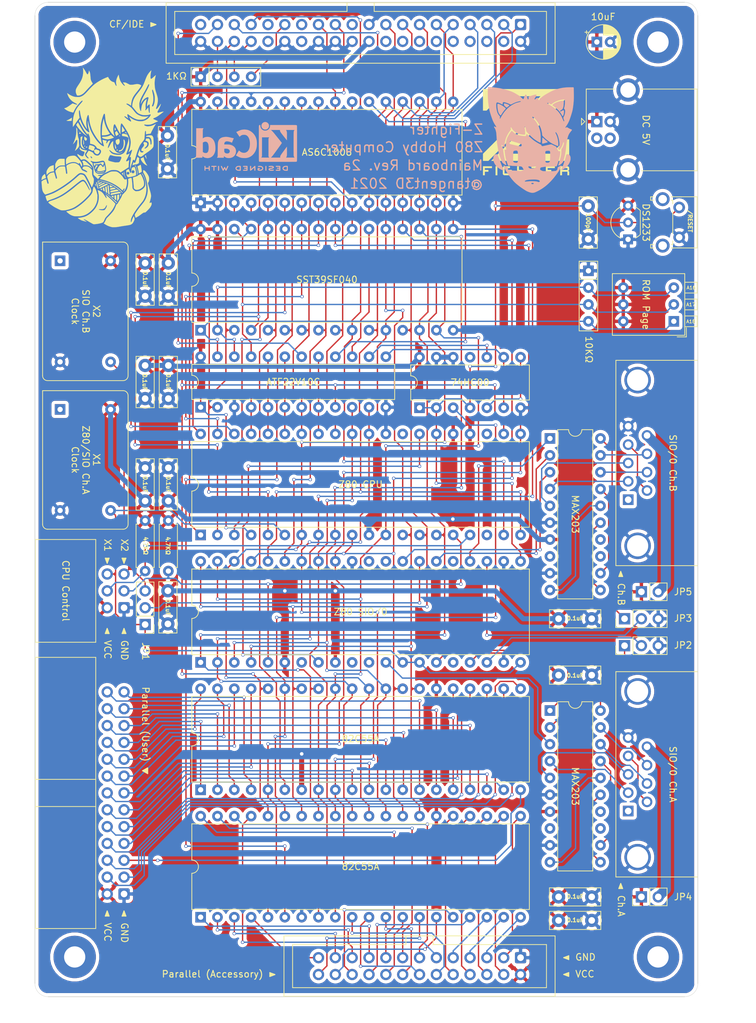
<source format=kicad_pcb>
(kicad_pcb (version 20171130) (host pcbnew "(5.1.9)-1")
  (layers (0 F.Cu signal) (31 B.Cu signal) (34 B.Paste user) (35 F.Paste user) (36 B.SilkS user) (37 F.SilkS user) (38 B.Mask user) (39 F.Mask user) (44 Edge.Cuts user))
  (net 0 "")
  (net 1 "#RESET")
  (net 2 D1)
  (net 3 D3)
  (net 4 D5)
  (net 5 D7)
  (net 6 "#INT")
  (net 7 "Net-(IC1-Pad25)")
  (net 8 "Net-(IC1-Pad7)")
  (net 9 "#M1")
  (net 10 "Net-(IC1-Pad29)")
  (net 11 "#RD")
  (net 12 "#SIOCS")
  (net 13 "Net-(IC1-Pad16)")
  (net 14 "#IORQ")
  (net 15 D6)
  (net 16 D4)
  (net 17 D2)
  (net 18 D0)
  (net 19 "Net-(J2-Pad1)")
  (net 20 "Net-(J2-Pad4)")
  (net 21 "Net-(J2-Pad9)")
  (net 22 "Net-(J3-Pad2)")
  (net 23 "Net-(J3-Pad3)")
  (net 24 PB3S)
  (net 25 PB4S)
  (net 26 PB2S)
  (net 27 PB5S)
  (net 28 PB1S)
  (net 29 PB6S)
  (net 30 PB0S)
  (net 31 PB7S)
  (net 32 PA7S)
  (net 33 PC7S)
  (net 34 PA6S)
  (net 35 PC6S)
  (net 36 PA5S)
  (net 37 PC5S)
  (net 38 PA4S)
  (net 39 PC4S)
  (net 40 PA3S)
  (net 41 PC3S)
  (net 42 PA2S)
  (net 43 PC2S)
  (net 44 PA1S)
  (net 45 PC1S)
  (net 46 PA0S)
  (net 47 PC0S)
  (net 48 PC0U)
  (net 49 PA0U)
  (net 50 PC1U)
  (net 51 PA1U)
  (net 52 PC2U)
  (net 53 PA2U)
  (net 54 PC3U)
  (net 55 PA3U)
  (net 56 PC4U)
  (net 57 PA4U)
  (net 58 PC5U)
  (net 59 PA5U)
  (net 60 PC6U)
  (net 61 PA6U)
  (net 62 PC7U)
  (net 63 PA7U)
  (net 64 PB7U)
  (net 65 PB0U)
  (net 66 PB6U)
  (net 67 PB1U)
  (net 68 PB5U)
  (net 69 PB2U)
  (net 70 PB4U)
  (net 71 PB3U)
  (net 72 "Net-(J6-Pad4)")
  (net 73 "Net-(J6-Pad6)")
  (net 74 "Net-(J6-Pad8)")
  (net 75 "Net-(J6-Pad10)")
  (net 76 "Net-(J6-Pad12)")
  (net 77 "Net-(J6-Pad14)")
  (net 78 "Net-(J6-Pad16)")
  (net 79 "Net-(J6-Pad18)")
  (net 80 "Net-(J6-Pad21)")
  (net 81 "#WR")
  (net 82 "Net-(J6-Pad27)")
  (net 83 "Net-(J6-Pad28)")
  (net 84 "Net-(J6-Pad31)")
  (net 85 "Net-(J6-Pad32)")
  (net 86 A1)
  (net 87 A0)
  (net 88 A2)
  (net 89 "#CFCS")
  (net 90 "Net-(J6-Pad39)")
  (net 91 A14)
  (net 92 A12)
  (net 93 A7)
  (net 94 A6)
  (net 95 "#RAMCS")
  (net 96 A5)
  (net 97 A10)
  (net 98 A4)
  (net 99 A3)
  (net 100 A11)
  (net 101 A9)
  (net 102 A8)
  (net 103 A13)
  (net 104 A15)
  (net 105 "#MREQ")
  (net 106 "Net-(U2-Pad28)")
  (net 107 "Net-(U2-Pad23)")
  (net 108 "#PPIS_CS")
  (net 109 RESET)
  (net 110 "#ROMCS")
  (net 111 "Net-(U8-Pad5)")
  (net 112 "#ROMD_OUT")
  (net 113 "Net-(U8-Pad11)")
  (net 114 "#PPIU_CS")
  (net 115 "Net-(X1-Pad1)")
  (net 116 "Net-(J1-Pad1)")
  (net 117 "Net-(J1-Pad4)")
  (net 118 "Net-(J1-Pad9)")
  (net 119 VCC)
  (net 120 "Net-(IC1-Pad11)")
  (net 121 RTSB)
  (net 122 RXDB)
  (net 123 RXDA)
  (net 124 RTSA)
  (net 125 S1RX)
  (net 126 S1TX)
  (net 127 S1RTS)
  (net 128 S2RX)
  (net 129 S2TX)
  (net 130 S2RTS)
  (net 131 ROMA18)
  (net 132 ROMA16)
  (net 133 ROMA17)
  (net 134 "Net-(IC1-Pad10)")
  (net 135 GND)
  (net 136 "#ROMD_IN")
  (net 137 TXDA)
  (net 138 "Net-(IC1-Pad30)")
  (net 139 TXDB)
  (net 140 "Net-(U5-Pad8)")
  (net 141 "Net-(U6-Pad8)")
  (net 142 "Net-(U5-Pad10)")
  (net 143 "Net-(U5-Pad12)")
  (net 144 "Net-(U5-Pad11)")
  (net 145 "Net-(U5-Pad14)")
  (net 146 "Net-(U5-Pad13)")
  (net 147 "Net-(U6-Pad11)")
  (net 148 "Net-(U6-Pad12)")
  (net 149 "Net-(U6-Pad13)")
  (net 150 "Net-(U6-Pad14)")
  (net 151 "Net-(U6-Pad10)")
  (net 152 CLOCK1)
  (net 153 SIOCLOCKB)
  (net 154 CLOCK2)
  (net 155 "Net-(X2-Pad1)")
  (net 156 SIO_CTSB)
  (net 157 SIO_CTSA)
  (net 158 S1CTS)
  (net 159 S2CTS)
  (net 160 CTSA)
  (net 161 CTSB)
  (net 162 PATA38)
  (net 163 PATA34)
  (net 164 PATA29)
  (net 165 "#NMI")
  (net 166 "Net-(U2-Pad18)")
  (module Package_DIP:DIP-32_W15.24mm (layer F.Cu) (at 92.9036 57.2508 90)
    (fp_text reference U1 hide)
    (fp_text value AS6C1008-55PCN)
    (fp_text user AS6C1008 (at 7.62 19.05 180) (layer F.SilkS))
    (pad 1 thru_hole rect (at 0 0 90) (size 1.6 1.6) (drill 0.8) (layers *.Cu *.Mask) (net 135 GND))
    (pad 17 thru_hole oval (at 15.24 38.1 90) (size 1.6 1.6) (drill 0.8) (layers *.Cu *.Mask) (net 3 D3))
    (pad 2 thru_hole oval (at 0 2.54 90) (size 1.6 1.6) (drill 0.8) (layers *.Cu *.Mask) (net 135 GND))
    (pad 18 thru_hole oval (at 15.24 35.56 90) (size 1.6 1.6) (drill 0.8) (layers *.Cu *.Mask) (net 16 D4))
    (pad 3 thru_hole oval (at 0 5.08 90) (size 1.6 1.6) (drill 0.8) (layers *.Cu *.Mask) (net 91 A14))
    (pad 19 thru_hole oval (at 15.24 33.02 90) (size 1.6 1.6) (drill 0.8) (layers *.Cu *.Mask) (net 4 D5))
    (pad 4 thru_hole oval (at 0 7.62 90) (size 1.6 1.6) (drill 0.8) (layers *.Cu *.Mask) (net 92 A12))
    (pad 20 thru_hole oval (at 15.24 30.48 90) (size 1.6 1.6) (drill 0.8) (layers *.Cu *.Mask) (net 15 D6))
    (pad 5 thru_hole oval (at 0 10.16 90) (size 1.6 1.6) (drill 0.8) (layers *.Cu *.Mask) (net 93 A7))
    (pad 21 thru_hole oval (at 15.24 27.94 90) (size 1.6 1.6) (drill 0.8) (layers *.Cu *.Mask) (net 5 D7))
    (pad 6 thru_hole oval (at 0 12.7 90) (size 1.6 1.6) (drill 0.8) (layers *.Cu *.Mask) (net 94 A6))
    (pad 22 thru_hole oval (at 15.24 25.4 90) (size 1.6 1.6) (drill 0.8) (layers *.Cu *.Mask) (net 95 "#RAMCS"))
    (pad 7 thru_hole oval (at 0 15.24 90) (size 1.6 1.6) (drill 0.8) (layers *.Cu *.Mask) (net 96 A5))
    (pad 23 thru_hole oval (at 15.24 22.86 90) (size 1.6 1.6) (drill 0.8) (layers *.Cu *.Mask) (net 97 A10))
    (pad 8 thru_hole oval (at 0 17.78 90) (size 1.6 1.6) (drill 0.8) (layers *.Cu *.Mask) (net 98 A4))
    (pad 24 thru_hole oval (at 15.24 20.32 90) (size 1.6 1.6) (drill 0.8) (layers *.Cu *.Mask) (net 11 "#RD"))
    (pad 9 thru_hole oval (at 0 20.32 90) (size 1.6 1.6) (drill 0.8) (layers *.Cu *.Mask) (net 99 A3))
    (pad 25 thru_hole oval (at 15.24 17.78 90) (size 1.6 1.6) (drill 0.8) (layers *.Cu *.Mask) (net 100 A11))
    (pad 10 thru_hole oval (at 0 22.86 90) (size 1.6 1.6) (drill 0.8) (layers *.Cu *.Mask) (net 88 A2))
    (pad 26 thru_hole oval (at 15.24 15.24 90) (size 1.6 1.6) (drill 0.8) (layers *.Cu *.Mask) (net 101 A9))
    (pad 11 thru_hole oval (at 0 25.4 90) (size 1.6 1.6) (drill 0.8) (layers *.Cu *.Mask) (net 86 A1))
    (pad 27 thru_hole oval (at 15.24 12.7 90) (size 1.6 1.6) (drill 0.8) (layers *.Cu *.Mask) (net 102 A8))
    (pad 12 thru_hole oval (at 0 27.94 90) (size 1.6 1.6) (drill 0.8) (layers *.Cu *.Mask) (net 87 A0))
    (pad 28 thru_hole oval (at 15.24 10.16 90) (size 1.6 1.6) (drill 0.8) (layers *.Cu *.Mask) (net 103 A13))
    (pad 13 thru_hole oval (at 0 30.48 90) (size 1.6 1.6) (drill 0.8) (layers *.Cu *.Mask) (net 18 D0))
    (pad 29 thru_hole oval (at 15.24 7.62 90) (size 1.6 1.6) (drill 0.8) (layers *.Cu *.Mask) (net 81 "#WR"))
    (pad 14 thru_hole oval (at 0 33.02 90) (size 1.6 1.6) (drill 0.8) (layers *.Cu *.Mask) (net 2 D1))
    (pad 30 thru_hole oval (at 15.24 5.08 90) (size 1.6 1.6) (drill 0.8) (layers *.Cu *.Mask) (net 135 GND))
    (pad 15 thru_hole oval (at 0 35.56 90) (size 1.6 1.6) (drill 0.8) (layers *.Cu *.Mask) (net 17 D2))
    (pad 31 thru_hole oval (at 15.24 2.54 90) (size 1.6 1.6) (drill 0.8) (layers *.Cu *.Mask) (net 104 A15))
    (pad 16 thru_hole oval (at 0 38.1 90) (size 1.6 1.6) (drill 0.8) (layers *.Cu *.Mask) (net 135 GND))
    (pad 32 thru_hole oval (at 15.24 0 90) (size 1.6 1.6) (drill 0.8) (layers *.Cu *.Mask) (net 119 VCC))
  )
  (module Connector_IDC:IDC-Header_2x03_P2.54mm_Horizontal (layer F.Cu) (at 81.35 118.3308 180)
    (fp_text reference J7 hide)
    (fp_text value Conn_02x03_Odd_Even hide)
    (pad 6 thru_hole circle (at 2.54 5.08 180) (size 1.7 1.7) (drill 1) (layers *.Cu *.Mask) (net 152 CLOCK1))
    (pad 4 thru_hole circle (at 2.54 2.54 180) (size 1.7 1.7) (drill 1) (layers *.Cu *.Mask) (net 165 "#NMI"))
    (pad 2 thru_hole circle (at 2.54 0 180) (size 1.7 1.7) (drill 1) (layers *.Cu *.Mask) (net 119 VCC))
    (pad 5 thru_hole circle (at 0 5.08 180) (size 1.7 1.7) (drill 1) (layers *.Cu *.Mask) (net 154 CLOCK2))
    (pad 3 thru_hole circle (at 0 2.54 180) (size 1.7 1.7) (drill 1) (layers *.Cu *.Mask) (net 6 "#INT"))
    (pad 1 thru_hole roundrect (at 0 0 180) (size 1.7 1.7) (drill 1) (layers *.Cu *.Mask) (roundrect_rratio 0.147059) (net 135 GND))
  )
  (module Connector_PinHeader_2.54mm:PinHeader_1x02_P2.54mm_Vertical (layer F.Cu) (at 159.3936 115.9305 90)
    (fp_text reference JP5 (at 0 6.2844 180) (layer F.SilkS))
    (fp_text value Jumper_2_Open)
    (pad 2 thru_hole oval (at 0 2.54 90) (size 1.7 1.7) (drill 1) (layers *.Cu *.Mask) (net 21 "Net-(J2-Pad9)"))
    (pad 1 thru_hole rect (at 0 0 90) (size 1.7 1.7) (drill 1) (layers *.Cu *.Mask) (net 119 VCC))
  )
  (module Z-FIGHTER_Mainboard:Tangent_Fighter (layer F.Cu) (at 78.33756 48.7729)
    (fp_text reference G*** hide)
    (fp_text value LOGO hide)
  )
  (module Z-FIGHTER_Mainboard:Tangent_Head (layer B.Cu) (at 142.73 47.77 180)
    (fp_text reference G*** hide)
    (fp_text value LOGO hide)
  )
  (module Z-FIGHTER_Mainboard:Z-FIGHTER_Logo (layer F.Cu) (at 142 46.6)
    (fp_text reference G*** hide)
    (fp_text value LOGO hide)
  )
  (module Symbol:KiCad-Logo2_6mm_SilkScreen (layer B.Cu) (at 99.784869 48.050133 180)
    (fp_text reference REF** hide)
    (fp_text value KiCad-Logo2_6mm_SilkScreen hide)
  )
  (module Connector_IDC:IDC-Header_2x13_P2.54mm_Vertical (layer F.Cu) (at 141.1636 171.12 270)
    (fp_text reference J4 hide)
    (fp_text value Conn_02x13_Odd_Even)
    (pad 26 thru_hole circle (at 2.54 30.48 270) (size 1.7 1.7) (drill 1) (layers *.Cu *.Mask) (net 47 PC0S))
    (pad 24 thru_hole circle (at 2.54 27.94 270) (size 1.7 1.7) (drill 1) (layers *.Cu *.Mask) (net 45 PC1S))
    (pad 22 thru_hole circle (at 2.54 25.4 270) (size 1.7 1.7) (drill 1) (layers *.Cu *.Mask) (net 43 PC2S))
    (pad 20 thru_hole circle (at 2.54 22.86 270) (size 1.7 1.7) (drill 1) (layers *.Cu *.Mask) (net 41 PC3S))
    (pad 18 thru_hole circle (at 2.54 20.32 270) (size 1.7 1.7) (drill 1) (layers *.Cu *.Mask) (net 39 PC4S))
    (pad 16 thru_hole circle (at 2.54 17.78 270) (size 1.7 1.7) (drill 1) (layers *.Cu *.Mask) (net 37 PC5S))
    (pad 14 thru_hole circle (at 2.54 15.24 270) (size 1.7 1.7) (drill 1) (layers *.Cu *.Mask) (net 35 PC6S))
    (pad 12 thru_hole circle (at 2.54 12.7 270) (size 1.7 1.7) (drill 1) (layers *.Cu *.Mask) (net 33 PC7S))
    (pad 10 thru_hole circle (at 2.54 10.16 270) (size 1.7 1.7) (drill 1) (layers *.Cu *.Mask) (net 31 PB7S))
    (pad 8 thru_hole circle (at 2.54 7.62 270) (size 1.7 1.7) (drill 1) (layers *.Cu *.Mask) (net 29 PB6S))
    (pad 6 thru_hole circle (at 2.54 5.08 270) (size 1.7 1.7) (drill 1) (layers *.Cu *.Mask) (net 27 PB5S))
    (pad 4 thru_hole circle (at 2.54 2.54 270) (size 1.7 1.7) (drill 1) (layers *.Cu *.Mask) (net 25 PB4S))
    (pad 2 thru_hole circle (at 2.54 0 270) (size 1.7 1.7) (drill 1) (layers *.Cu *.Mask) (net 119 VCC))
    (pad 25 thru_hole circle (at 0 30.48 270) (size 1.7 1.7) (drill 1) (layers *.Cu *.Mask) (net 46 PA0S))
    (pad 23 thru_hole circle (at 0 27.94 270) (size 1.7 1.7) (drill 1) (layers *.Cu *.Mask) (net 44 PA1S))
    (pad 21 thru_hole circle (at 0 25.4 270) (size 1.7 1.7) (drill 1) (layers *.Cu *.Mask) (net 42 PA2S))
    (pad 19 thru_hole circle (at 0 22.86 270) (size 1.7 1.7) (drill 1) (layers *.Cu *.Mask) (net 40 PA3S))
    (pad 17 thru_hole circle (at 0 20.32 270) (size 1.7 1.7) (drill 1) (layers *.Cu *.Mask) (net 38 PA4S))
    (pad 15 thru_hole circle (at 0 17.78 270) (size 1.7 1.7) (drill 1) (layers *.Cu *.Mask) (net 36 PA5S))
    (pad 13 thru_hole circle (at 0 15.24 270) (size 1.7 1.7) (drill 1) (layers *.Cu *.Mask) (net 34 PA6S))
    (pad 11 thru_hole circle (at 0 12.7 270) (size 1.7 1.7) (drill 1) (layers *.Cu *.Mask) (net 32 PA7S))
    (pad 9 thru_hole circle (at 0 10.16 270) (size 1.7 1.7) (drill 1) (layers *.Cu *.Mask) (net 30 PB0S))
    (pad 7 thru_hole circle (at 0 7.62 270) (size 1.7 1.7) (drill 1) (layers *.Cu *.Mask) (net 28 PB1S))
    (pad 5 thru_hole circle (at 0 5.08 270) (size 1.7 1.7) (drill 1) (layers *.Cu *.Mask) (net 26 PB2S))
    (pad 3 thru_hole circle (at 0 2.54 270) (size 1.7 1.7) (drill 1) (layers *.Cu *.Mask) (net 24 PB3S))
    (pad 1 thru_hole roundrect (at 0 0 270) (size 1.7 1.7) (drill 1) (layers *.Cu *.Mask) (roundrect_rratio 0.147059) (net 135 GND))
  )
  (module Connector_IDC:IDC-Header_2x13_P2.54mm_Horizontal (layer F.Cu) (at 81.35 161.5108 180)
    (fp_text reference J5 hide)
    (fp_text value Conn_Parallel_User hide)
    (fp_text user "Parallel (User) ▼" (at -3.2481 24.612143 270 unlocked) (layer F.SilkS))
    (pad 1 thru_hole roundrect (at 0 0 180) (size 1.7 1.7) (drill 1) (layers *.Cu *.Mask) (roundrect_rratio 0.147059) (net 135 GND))
    (pad 3 thru_hole circle (at 0 2.54 180) (size 1.7 1.7) (drill 1) (layers *.Cu *.Mask) (net 71 PB3U))
    (pad 5 thru_hole circle (at 0 5.08 180) (size 1.7 1.7) (drill 1) (layers *.Cu *.Mask) (net 69 PB2U))
    (pad 7 thru_hole circle (at 0 7.62 180) (size 1.7 1.7) (drill 1) (layers *.Cu *.Mask) (net 67 PB1U))
    (pad 9 thru_hole circle (at 0 10.16 180) (size 1.7 1.7) (drill 1) (layers *.Cu *.Mask) (net 65 PB0U))
    (pad 11 thru_hole circle (at 0 12.7 180) (size 1.7 1.7) (drill 1) (layers *.Cu *.Mask) (net 63 PA7U))
    (pad 13 thru_hole circle (at 0 15.24 180) (size 1.7 1.7) (drill 1) (layers *.Cu *.Mask) (net 61 PA6U))
    (pad 15 thru_hole circle (at 0 17.78 180) (size 1.7 1.7) (drill 1) (layers *.Cu *.Mask) (net 59 PA5U))
    (pad 17 thru_hole circle (at 0 20.32 180) (size 1.7 1.7) (drill 1) (layers *.Cu *.Mask) (net 57 PA4U))
    (pad 19 thru_hole circle (at 0 22.86 180) (size 1.7 1.7) (drill 1) (layers *.Cu *.Mask) (net 55 PA3U))
    (pad 21 thru_hole circle (at 0 25.4 180) (size 1.7 1.7) (drill 1) (layers *.Cu *.Mask) (net 53 PA2U))
    (pad 23 thru_hole circle (at 0 27.94 180) (size 1.7 1.7) (drill 1) (layers *.Cu *.Mask) (net 51 PA1U))
    (pad 25 thru_hole circle (at 0 30.48 180) (size 1.7 1.7) (drill 1) (layers *.Cu *.Mask) (net 49 PA0U))
    (pad 2 thru_hole circle (at 2.54 0 180) (size 1.7 1.7) (drill 1) (layers *.Cu *.Mask) (net 119 VCC))
    (pad 4 thru_hole circle (at 2.54 2.54 180) (size 1.7 1.7) (drill 1) (layers *.Cu *.Mask) (net 70 PB4U))
    (pad 6 thru_hole circle (at 2.54 5.08 180) (size 1.7 1.7) (drill 1) (layers *.Cu *.Mask) (net 68 PB5U))
    (pad 8 thru_hole circle (at 2.54 7.62 180) (size 1.7 1.7) (drill 1) (layers *.Cu *.Mask) (net 66 PB6U))
    (pad 10 thru_hole circle (at 2.54 10.16 180) (size 1.7 1.7) (drill 1) (layers *.Cu *.Mask) (net 64 PB7U))
    (pad 12 thru_hole circle (at 2.54 12.7 180) (size 1.7 1.7) (drill 1) (layers *.Cu *.Mask) (net 62 PC7U))
    (pad 14 thru_hole circle (at 2.54 15.24 180) (size 1.7 1.7) (drill 1) (layers *.Cu *.Mask) (net 60 PC6U))
    (pad 16 thru_hole circle (at 2.54 17.78 180) (size 1.7 1.7) (drill 1) (layers *.Cu *.Mask) (net 58 PC5U))
    (pad 18 thru_hole circle (at 2.54 20.32 180) (size 1.7 1.7) (drill 1) (layers *.Cu *.Mask) (net 56 PC4U))
    (pad 20 thru_hole circle (at 2.54 22.86 180) (size 1.7 1.7) (drill 1) (layers *.Cu *.Mask) (net 54 PC3U))
    (pad 22 thru_hole circle (at 2.54 25.4 180) (size 1.7 1.7) (drill 1) (layers *.Cu *.Mask) (net 52 PC2U))
    (pad 24 thru_hole circle (at 2.54 27.94 180) (size 1.7 1.7) (drill 1) (layers *.Cu *.Mask) (net 50 PC1U))
    (pad 26 thru_hole circle (at 2.54 30.48 180) (size 1.7 1.7) (drill 1) (layers *.Cu *.Mask) (net 48 PC0U))
  )
  (module Package_DIP:DIP-20_W7.62mm (layer F.Cu) (at 145.6 92.805)
    (fp_text reference U6 hide)
    (fp_text value MAX203 (at 3.81 11.425 270 unlocked) (layer F.SilkS))
    (pad 1 thru_hole rect (at 0 0) (size 1.6 1.6) (drill 0.8) (layers *.Cu *.Mask) (net 121 RTSB))
    (pad 11 thru_hole oval (at 7.62 22.86) (size 1.6 1.6) (drill 0.8) (layers *.Cu *.Mask) (net 147 "Net-(U6-Pad11)"))
    (pad 2 thru_hole oval (at 0 2.54) (size 1.6 1.6) (drill 0.8) (layers *.Cu *.Mask) (net 139 TXDB))
    (pad 12 thru_hole oval (at 7.62 20.32) (size 1.6 1.6) (drill 0.8) (layers *.Cu *.Mask) (net 148 "Net-(U6-Pad12)"))
    (pad 3 thru_hole oval (at 0 5.08) (size 1.6 1.6) (drill 0.8) (layers *.Cu *.Mask) (net 122 RXDB))
    (pad 13 thru_hole oval (at 7.62 17.78) (size 1.6 1.6) (drill 0.8) (layers *.Cu *.Mask) (net 149 "Net-(U6-Pad13)"))
    (pad 4 thru_hole oval (at 0 7.62) (size 1.6 1.6) (drill 0.8) (layers *.Cu *.Mask) (net 128 S2RX))
    (pad 14 thru_hole oval (at 7.62 15.24) (size 1.6 1.6) (drill 0.8) (layers *.Cu *.Mask) (net 150 "Net-(U6-Pad14)"))
    (pad 5 thru_hole oval (at 0 10.16) (size 1.6 1.6) (drill 0.8) (layers *.Cu *.Mask) (net 129 S2TX))
    (pad 15 thru_hole oval (at 7.62 12.7) (size 1.6 1.6) (drill 0.8) (layers *.Cu *.Mask) (net 147 "Net-(U6-Pad11)"))
    (pad 6 thru_hole oval (at 0 12.7) (size 1.6 1.6) (drill 0.8) (layers *.Cu *.Mask) (net 135 GND))
    (pad 16 thru_hole oval (at 7.62 10.16) (size 1.6 1.6) (drill 0.8) (layers *.Cu *.Mask) (net 151 "Net-(U6-Pad10)"))
    (pad 7 thru_hole oval (at 0 15.24) (size 1.6 1.6) (drill 0.8) (layers *.Cu *.Mask) (net 119 VCC))
    (pad 17 thru_hole oval (at 7.62 7.62) (size 1.6 1.6) (drill 0.8) (layers *.Cu *.Mask) (net 148 "Net-(U6-Pad12)"))
    (pad 8 thru_hole oval (at 0 17.78) (size 1.6 1.6) (drill 0.8) (layers *.Cu *.Mask) (net 141 "Net-(U6-Pad8)"))
    (pad 18 thru_hole oval (at 7.62 5.08) (size 1.6 1.6) (drill 0.8) (layers *.Cu *.Mask) (net 130 S2RTS))
    (pad 9 thru_hole oval (at 0 20.32) (size 1.6 1.6) (drill 0.8) (layers *.Cu *.Mask) (net 135 GND))
    (pad 19 thru_hole oval (at 7.62 2.54) (size 1.6 1.6) (drill 0.8) (layers *.Cu *.Mask) (net 159 S2CTS))
    (pad 10 thru_hole oval (at 0 22.86) (size 1.6 1.6) (drill 0.8) (layers *.Cu *.Mask) (net 151 "Net-(U6-Pad10)"))
    (pad 20 thru_hole oval (at 7.62 0) (size 1.6 1.6) (drill 0.8) (layers *.Cu *.Mask) (net 161 CTSB))
  )
  (module Connector_Dsub:DSUB-9_Male_Horizontal_P2.77x2.84mm_EdgePinOffset7.70mm_Housed_MountingHolesOffset9.12mm (layer F.Cu) (at 157.4036 102.04 90)
    (fp_text reference J2 hide)
    (fp_text value DB9_Male_MountingHoles)
    (pad 0 thru_hole circle (at 18.04 1.42 90) (size 4 4) (drill 3.2) (layers *.Cu *.Mask) (net 135 GND))
    (pad 0 thru_hole circle (at -6.96 1.42 90) (size 4 4) (drill 3.2) (layers *.Cu *.Mask) (net 135 GND))
    (pad 9 thru_hole circle (at 9.695 2.84 90) (size 1.6 1.6) (drill 1) (layers *.Cu *.Mask) (net 21 "Net-(J2-Pad9)"))
    (pad 8 thru_hole circle (at 6.925 2.84 90) (size 1.6 1.6) (drill 1) (layers *.Cu *.Mask) (net 159 S2CTS))
    (pad 7 thru_hole circle (at 4.155 2.84 90) (size 1.6 1.6) (drill 1) (layers *.Cu *.Mask) (net 130 S2RTS))
    (pad 6 thru_hole circle (at 1.385 2.84 90) (size 1.6 1.6) (drill 1) (layers *.Cu *.Mask) (net 20 "Net-(J2-Pad4)"))
    (pad 5 thru_hole circle (at 11.08 0 90) (size 1.6 1.6) (drill 1) (layers *.Cu *.Mask) (net 135 GND))
    (pad 4 thru_hole circle (at 8.31 0 90) (size 1.6 1.6) (drill 1) (layers *.Cu *.Mask) (net 20 "Net-(J2-Pad4)"))
    (pad 3 thru_hole circle (at 5.54 0 90) (size 1.6 1.6) (drill 1) (layers *.Cu *.Mask) (net 129 S2TX))
    (pad 2 thru_hole circle (at 2.77 0 90) (size 1.6 1.6) (drill 1) (layers *.Cu *.Mask) (net 128 S2RX))
    (pad 1 thru_hole rect (at 0 0 90) (size 1.6 1.6) (drill 1) (layers *.Cu *.Mask) (net 19 "Net-(J2-Pad1)"))
  )
  (module Connector_Dsub:DSUB-9_Male_Horizontal_P2.77x2.84mm_EdgePinOffset7.70mm_Housed_MountingHolesOffset9.12mm (layer F.Cu) (at 157.4036 149 90)
    (fp_text reference J1 hide)
    (fp_text value DB9_Male_MountingHoles hide)
    (pad 0 thru_hole circle (at 18.04 1.42 90) (size 4 4) (drill 3.2) (layers *.Cu *.Mask) (net 135 GND))
    (pad 0 thru_hole circle (at -6.96 1.42 90) (size 4 4) (drill 3.2) (layers *.Cu *.Mask) (net 135 GND))
    (pad 9 thru_hole circle (at 9.695 2.84 90) (size 1.6 1.6) (drill 1) (layers *.Cu *.Mask) (net 118 "Net-(J1-Pad9)"))
    (pad 8 thru_hole circle (at 6.925 2.84 90) (size 1.6 1.6) (drill 1) (layers *.Cu *.Mask) (net 158 S1CTS))
    (pad 7 thru_hole circle (at 4.155 2.84 90) (size 1.6 1.6) (drill 1) (layers *.Cu *.Mask) (net 127 S1RTS))
    (pad 6 thru_hole circle (at 1.385 2.84 90) (size 1.6 1.6) (drill 1) (layers *.Cu *.Mask) (net 117 "Net-(J1-Pad4)"))
    (pad 5 thru_hole circle (at 11.08 0 90) (size 1.6 1.6) (drill 1) (layers *.Cu *.Mask) (net 135 GND))
    (pad 4 thru_hole circle (at 8.31 0 90) (size 1.6 1.6) (drill 1) (layers *.Cu *.Mask) (net 117 "Net-(J1-Pad4)"))
    (pad 3 thru_hole circle (at 5.54 0 90) (size 1.6 1.6) (drill 1) (layers *.Cu *.Mask) (net 126 S1TX))
    (pad 2 thru_hole circle (at 2.77 0 90) (size 1.6 1.6) (drill 1) (layers *.Cu *.Mask) (net 125 S1RX))
    (pad 1 thru_hole rect (at 0 0 90) (size 1.6 1.6) (drill 1) (layers *.Cu *.Mask) (net 116 "Net-(J1-Pad1)"))
  )
  (module Connector_IDC:IDC-Header_2x20_P2.54mm_Vertical (layer F.Cu) (at 141.1636 30.37 270)
    (fp_text reference J6 hide)
    (fp_text value Conn_PATA)
    (pad 40 thru_hole circle (at 2.54 48.26 270) (size 1.7 1.7) (drill 1) (layers *.Cu *.Mask) (net 135 GND))
    (pad 38 thru_hole circle (at 2.54 45.72 270) (size 1.7 1.7) (drill 1) (layers *.Cu *.Mask) (net 162 PATA38))
    (pad 36 thru_hole circle (at 2.54 43.18 270) (size 1.7 1.7) (drill 1) (layers *.Cu *.Mask) (net 88 A2))
    (pad 34 thru_hole circle (at 2.54 40.64 270) (size 1.7 1.7) (drill 1) (layers *.Cu *.Mask) (net 163 PATA34))
    (pad 32 thru_hole circle (at 2.54 38.1 270) (size 1.7 1.7) (drill 1) (layers *.Cu *.Mask) (net 85 "Net-(J6-Pad32)"))
    (pad 30 thru_hole circle (at 2.54 35.56 270) (size 1.7 1.7) (drill 1) (layers *.Cu *.Mask) (net 135 GND))
    (pad 28 thru_hole circle (at 2.54 33.02 270) (size 1.7 1.7) (drill 1) (layers *.Cu *.Mask) (net 83 "Net-(J6-Pad28)"))
    (pad 26 thru_hole circle (at 2.54 30.48 270) (size 1.7 1.7) (drill 1) (layers *.Cu *.Mask) (net 135 GND))
    (pad 24 thru_hole circle (at 2.54 27.94 270) (size 1.7 1.7) (drill 1) (layers *.Cu *.Mask) (net 135 GND))
    (pad 22 thru_hole circle (at 2.54 25.4 270) (size 1.7 1.7) (drill 1) (layers *.Cu *.Mask) (net 135 GND))
    (pad 20 thru_hole circle (at 2.54 22.86 270) (size 1.7 1.7) (drill 1) (layers *.Cu *.Mask) (net 119 VCC))
    (pad 18 thru_hole circle (at 2.54 20.32 270) (size 1.7 1.7) (drill 1) (layers *.Cu *.Mask) (net 79 "Net-(J6-Pad18)"))
    (pad 16 thru_hole circle (at 2.54 17.78 270) (size 1.7 1.7) (drill 1) (layers *.Cu *.Mask) (net 78 "Net-(J6-Pad16)"))
    (pad 14 thru_hole circle (at 2.54 15.24 270) (size 1.7 1.7) (drill 1) (layers *.Cu *.Mask) (net 77 "Net-(J6-Pad14)"))
    (pad 12 thru_hole circle (at 2.54 12.7 270) (size 1.7 1.7) (drill 1) (layers *.Cu *.Mask) (net 76 "Net-(J6-Pad12)"))
    (pad 10 thru_hole circle (at 2.54 10.16 270) (size 1.7 1.7) (drill 1) (layers *.Cu *.Mask) (net 75 "Net-(J6-Pad10)"))
    (pad 8 thru_hole circle (at 2.54 7.62 270) (size 1.7 1.7) (drill 1) (layers *.Cu *.Mask) (net 74 "Net-(J6-Pad8)"))
    (pad 6 thru_hole circle (at 2.54 5.08 270) (size 1.7 1.7) (drill 1) (layers *.Cu *.Mask) (net 73 "Net-(J6-Pad6)"))
    (pad 4 thru_hole circle (at 2.54 2.54 270) (size 1.7 1.7) (drill 1) (layers *.Cu *.Mask) (net 72 "Net-(J6-Pad4)"))
    (pad 2 thru_hole circle (at 2.54 0 270) (size 1.7 1.7) (drill 1) (layers *.Cu *.Mask) (net 135 GND))
    (pad 39 thru_hole circle (at 0 48.26 270) (size 1.7 1.7) (drill 1) (layers *.Cu *.Mask) (net 90 "Net-(J6-Pad39)"))
    (pad 37 thru_hole circle (at 0 45.72 270) (size 1.7 1.7) (drill 1) (layers *.Cu *.Mask) (net 89 "#CFCS"))
    (pad 35 thru_hole circle (at 0 43.18 270) (size 1.7 1.7) (drill 1) (layers *.Cu *.Mask) (net 87 A0))
    (pad 33 thru_hole circle (at 0 40.64 270) (size 1.7 1.7) (drill 1) (layers *.Cu *.Mask) (net 86 A1))
    (pad 31 thru_hole circle (at 0 38.1 270) (size 1.7 1.7) (drill 1) (layers *.Cu *.Mask) (net 84 "Net-(J6-Pad31)"))
    (pad 29 thru_hole circle (at 0 35.56 270) (size 1.7 1.7) (drill 1) (layers *.Cu *.Mask) (net 164 PATA29))
    (pad 27 thru_hole circle (at 0 33.02 270) (size 1.7 1.7) (drill 1) (layers *.Cu *.Mask) (net 82 "Net-(J6-Pad27)"))
    (pad 25 thru_hole circle (at 0 30.48 270) (size 1.7 1.7) (drill 1) (layers *.Cu *.Mask) (net 11 "#RD"))
    (pad 23 thru_hole circle (at 0 27.94 270) (size 1.7 1.7) (drill 1) (layers *.Cu *.Mask) (net 81 "#WR"))
    (pad 21 thru_hole circle (at 0 25.4 270) (size 1.7 1.7) (drill 1) (layers *.Cu *.Mask) (net 80 "Net-(J6-Pad21)"))
    (pad 19 thru_hole circle (at 0 22.86 270) (size 1.7 1.7) (drill 1) (layers *.Cu *.Mask) (net 135 GND))
    (pad 17 thru_hole circle (at 0 20.32 270) (size 1.7 1.7) (drill 1) (layers *.Cu *.Mask) (net 18 D0))
    (pad 15 thru_hole circle (at 0 17.78 270) (size 1.7 1.7) (drill 1) (layers *.Cu *.Mask) (net 2 D1))
    (pad 13 thru_hole circle (at 0 15.24 270) (size 1.7 1.7) (drill 1) (layers *.Cu *.Mask) (net 17 D2))
    (pad 11 thru_hole circle (at 0 12.7 270) (size 1.7 1.7) (drill 1) (layers *.Cu *.Mask) (net 3 D3))
    (pad 9 thru_hole circle (at 0 10.16 270) (size 1.7 1.7) (drill 1) (layers *.Cu *.Mask) (net 16 D4))
    (pad 7 thru_hole circle (at 0 7.62 270) (size 1.7 1.7) (drill 1) (layers *.Cu *.Mask) (net 4 D5))
    (pad 5 thru_hole circle (at 0 5.08 270) (size 1.7 1.7) (drill 1) (layers *.Cu *.Mask) (net 15 D6))
    (pad 3 thru_hole circle (at 0 2.54 270) (size 1.7 1.7) (drill 1) (layers *.Cu *.Mask) (net 5 D7))
    (pad 1 thru_hole roundrect (at 0 0 270) (size 1.7 1.7) (drill 1) (layers *.Cu *.Mask) (roundrect_rratio 0.147059) (net 1 "#RESET"))
  )
  (module Package_DIP:DIP-40_W15.24mm (layer F.Cu) (at 92.9036 165.0108 90)
    (fp_text reference U3 hide)
    (fp_text value 82C55A)
    (fp_text user 82C55A (at 7.62 24.13) (layer F.SilkS))
    (pad 40 thru_hole oval (at 15.24 0 90) (size 1.6 1.6) (drill 0.8) (layers *.Cu *.Mask) (net 38 PA4S))
    (pad 20 thru_hole oval (at 0 48.26 90) (size 1.6 1.6) (drill 0.8) (layers *.Cu *.Mask) (net 26 PB2S))
    (pad 39 thru_hole oval (at 15.24 2.54 90) (size 1.6 1.6) (drill 0.8) (layers *.Cu *.Mask) (net 36 PA5S))
    (pad 19 thru_hole oval (at 0 45.72 90) (size 1.6 1.6) (drill 0.8) (layers *.Cu *.Mask) (net 28 PB1S))
    (pad 38 thru_hole oval (at 15.24 5.08 90) (size 1.6 1.6) (drill 0.8) (layers *.Cu *.Mask) (net 34 PA6S))
    (pad 18 thru_hole oval (at 0 43.18 90) (size 1.6 1.6) (drill 0.8) (layers *.Cu *.Mask) (net 30 PB0S))
    (pad 37 thru_hole oval (at 15.24 7.62 90) (size 1.6 1.6) (drill 0.8) (layers *.Cu *.Mask) (net 32 PA7S))
    (pad 17 thru_hole oval (at 0 40.64 90) (size 1.6 1.6) (drill 0.8) (layers *.Cu *.Mask) (net 41 PC3S))
    (pad 36 thru_hole oval (at 15.24 10.16 90) (size 1.6 1.6) (drill 0.8) (layers *.Cu *.Mask) (net 81 "#WR"))
    (pad 16 thru_hole oval (at 0 38.1 90) (size 1.6 1.6) (drill 0.8) (layers *.Cu *.Mask) (net 43 PC2S))
    (pad 35 thru_hole oval (at 15.24 12.7 90) (size 1.6 1.6) (drill 0.8) (layers *.Cu *.Mask) (net 109 RESET))
    (pad 15 thru_hole oval (at 0 35.56 90) (size 1.6 1.6) (drill 0.8) (layers *.Cu *.Mask) (net 45 PC1S))
    (pad 34 thru_hole oval (at 15.24 15.24 90) (size 1.6 1.6) (drill 0.8) (layers *.Cu *.Mask) (net 18 D0))
    (pad 14 thru_hole oval (at 0 33.02 90) (size 1.6 1.6) (drill 0.8) (layers *.Cu *.Mask) (net 47 PC0S))
    (pad 33 thru_hole oval (at 15.24 17.78 90) (size 1.6 1.6) (drill 0.8) (layers *.Cu *.Mask) (net 2 D1))
    (pad 13 thru_hole oval (at 0 30.48 90) (size 1.6 1.6) (drill 0.8) (layers *.Cu *.Mask) (net 39 PC4S))
    (pad 32 thru_hole oval (at 15.24 20.32 90) (size 1.6 1.6) (drill 0.8) (layers *.Cu *.Mask) (net 17 D2))
    (pad 12 thru_hole oval (at 0 27.94 90) (size 1.6 1.6) (drill 0.8) (layers *.Cu *.Mask) (net 37 PC5S))
    (pad 31 thru_hole oval (at 15.24 22.86 90) (size 1.6 1.6) (drill 0.8) (layers *.Cu *.Mask) (net 3 D3))
    (pad 11 thru_hole oval (at 0 25.4 90) (size 1.6 1.6) (drill 0.8) (layers *.Cu *.Mask) (net 35 PC6S))
    (pad 30 thru_hole oval (at 15.24 25.4 90) (size 1.6 1.6) (drill 0.8) (layers *.Cu *.Mask) (net 16 D4))
    (pad 10 thru_hole oval (at 0 22.86 90) (size 1.6 1.6) (drill 0.8) (layers *.Cu *.Mask) (net 33 PC7S))
    (pad 29 thru_hole oval (at 15.24 27.94 90) (size 1.6 1.6) (drill 0.8) (layers *.Cu *.Mask) (net 4 D5))
    (pad 9 thru_hole oval (at 0 20.32 90) (size 1.6 1.6) (drill 0.8) (layers *.Cu *.Mask) (net 87 A0))
    (pad 28 thru_hole oval (at 15.24 30.48 90) (size 1.6 1.6) (drill 0.8) (layers *.Cu *.Mask) (net 15 D6))
    (pad 8 thru_hole oval (at 0 17.78 90) (size 1.6 1.6) (drill 0.8) (layers *.Cu *.Mask) (net 86 A1))
    (pad 27 thru_hole oval (at 15.24 33.02 90) (size 1.6 1.6) (drill 0.8) (layers *.Cu *.Mask) (net 5 D7))
    (pad 7 thru_hole oval (at 0 15.24 90) (size 1.6 1.6) (drill 0.8) (layers *.Cu *.Mask) (net 135 GND))
    (pad 26 thru_hole oval (at 15.24 35.56 90) (size 1.6 1.6) (drill 0.8) (layers *.Cu *.Mask) (net 119 VCC))
    (pad 6 thru_hole oval (at 0 12.7 90) (size 1.6 1.6) (drill 0.8) (layers *.Cu *.Mask) (net 108 "#PPIS_CS"))
    (pad 25 thru_hole oval (at 15.24 38.1 90) (size 1.6 1.6) (drill 0.8) (layers *.Cu *.Mask) (net 31 PB7S))
    (pad 5 thru_hole oval (at 0 10.16 90) (size 1.6 1.6) (drill 0.8) (layers *.Cu *.Mask) (net 11 "#RD"))
    (pad 24 thru_hole oval (at 15.24 40.64 90) (size 1.6 1.6) (drill 0.8) (layers *.Cu *.Mask) (net 29 PB6S))
    (pad 4 thru_hole oval (at 0 7.62 90) (size 1.6 1.6) (drill 0.8) (layers *.Cu *.Mask) (net 46 PA0S))
    (pad 23 thru_hole oval (at 15.24 43.18 90) (size 1.6 1.6) (drill 0.8) (layers *.Cu *.Mask) (net 27 PB5S))
    (pad 3 thru_hole oval (at 0 5.08 90) (size 1.6 1.6) (drill 0.8) (layers *.Cu *.Mask) (net 44 PA1S))
    (pad 22 thru_hole oval (at 15.24 45.72 90) (size 1.6 1.6) (drill 0.8) (layers *.Cu *.Mask) (net 25 PB4S))
    (pad 2 thru_hole oval (at 0 2.54 90) (size 1.6 1.6) (drill 0.8) (layers *.Cu *.Mask) (net 42 PA2S))
    (pad 21 thru_hole oval (at 15.24 48.26 90) (size 1.6 1.6) (drill 0.8) (layers *.Cu *.Mask) (net 24 PB3S))
    (pad 1 thru_hole rect (at 0 0 90) (size 1.6 1.6) (drill 0.8) (layers *.Cu *.Mask) (net 40 PA3S))
  )
  (module Package_DIP:DIP-40_W15.24mm (layer F.Cu) (at 92.9036 145.7928 90)
    (fp_text reference U9 hide)
    (fp_text value 82C55A hide)
    (fp_text user 82C55A (at 7.6925 24.13 180) (layer F.SilkS))
    (pad 40 thru_hole oval (at 15.24 0 90) (size 1.6 1.6) (drill 0.8) (layers *.Cu *.Mask) (net 57 PA4U))
    (pad 20 thru_hole oval (at 0 48.26 90) (size 1.6 1.6) (drill 0.8) (layers *.Cu *.Mask) (net 69 PB2U))
    (pad 39 thru_hole oval (at 15.24 2.54 90) (size 1.6 1.6) (drill 0.8) (layers *.Cu *.Mask) (net 59 PA5U))
    (pad 19 thru_hole oval (at 0 45.72 90) (size 1.6 1.6) (drill 0.8) (layers *.Cu *.Mask) (net 67 PB1U))
    (pad 38 thru_hole oval (at 15.24 5.08 90) (size 1.6 1.6) (drill 0.8) (layers *.Cu *.Mask) (net 61 PA6U))
    (pad 18 thru_hole oval (at 0 43.18 90) (size 1.6 1.6) (drill 0.8) (layers *.Cu *.Mask) (net 65 PB0U))
    (pad 37 thru_hole oval (at 15.24 7.62 90) (size 1.6 1.6) (drill 0.8) (layers *.Cu *.Mask) (net 63 PA7U))
    (pad 17 thru_hole oval (at 0 40.64 90) (size 1.6 1.6) (drill 0.8) (layers *.Cu *.Mask) (net 54 PC3U))
    (pad 36 thru_hole oval (at 15.24 10.16 90) (size 1.6 1.6) (drill 0.8) (layers *.Cu *.Mask) (net 81 "#WR"))
    (pad 16 thru_hole oval (at 0 38.1 90) (size 1.6 1.6) (drill 0.8) (layers *.Cu *.Mask) (net 52 PC2U))
    (pad 35 thru_hole oval (at 15.24 12.7 90) (size 1.6 1.6) (drill 0.8) (layers *.Cu *.Mask) (net 109 RESET))
    (pad 15 thru_hole oval (at 0 35.56 90) (size 1.6 1.6) (drill 0.8) (layers *.Cu *.Mask) (net 50 PC1U))
    (pad 34 thru_hole oval (at 15.24 15.24 90) (size 1.6 1.6) (drill 0.8) (layers *.Cu *.Mask) (net 18 D0))
    (pad 14 thru_hole oval (at 0 33.02 90) (size 1.6 1.6) (drill 0.8) (layers *.Cu *.Mask) (net 48 PC0U))
    (pad 33 thru_hole oval (at 15.24 17.78 90) (size 1.6 1.6) (drill 0.8) (layers *.Cu *.Mask) (net 2 D1))
    (pad 13 thru_hole oval (at 0 30.48 90) (size 1.6 1.6) (drill 0.8) (layers *.Cu *.Mask) (net 56 PC4U))
    (pad 32 thru_hole oval (at 15.24 20.32 90) (size 1.6 1.6) (drill 0.8) (layers *.Cu *.Mask) (net 17 D2))
    (pad 12 thru_hole oval (at 0 27.94 90) (size 1.6 1.6) (drill 0.8) (layers *.Cu *.Mask) (net 58 PC5U))
    (pad 31 thru_hole oval (at 15.24 22.86 90) (size 1.6 1.6) (drill 0.8) (layers *.Cu *.Mask) (net 3 D3))
    (pad 11 thru_hole oval (at 0 25.4 90) (size 1.6 1.6) (drill 0.8) (layers *.Cu *.Mask) (net 60 PC6U))
    (pad 30 thru_hole oval (at 15.24 25.4 90) (size 1.6 1.6) (drill 0.8) (layers *.Cu *.Mask) (net 16 D4))
    (pad 10 thru_hole oval (at 0 22.86 90) (size 1.6 1.6) (drill 0.8) (layers *.Cu *.Mask) (net 62 PC7U))
    (pad 29 thru_hole oval (at 15.24 27.94 90) (size 1.6 1.6) (drill 0.8) (layers *.Cu *.Mask) (net 4 D5))
    (pad 9 thru_hole oval (at 0 20.32 90) (size 1.6 1.6) (drill 0.8) (layers *.Cu *.Mask) (net 87 A0))
    (pad 28 thru_hole oval (at 15.24 30.48 90) (size 1.6 1.6) (drill 0.8) (layers *.Cu *.Mask) (net 15 D6))
    (pad 8 thru_hole oval (at 0 17.78 90) (size 1.6 1.6) (drill 0.8) (layers *.Cu *.Mask) (net 86 A1))
    (pad 27 thru_hole oval (at 15.24 33.02 90) (size 1.6 1.6) (drill 0.8) (layers *.Cu *.Mask) (net 5 D7))
    (pad 7 thru_hole oval (at 0 15.24 90) (size 1.6 1.6) (drill 0.8) (layers *.Cu *.Mask) (net 135 GND))
    (pad 26 thru_hole oval (at 15.24 35.56 90) (size 1.6 1.6) (drill 0.8) (layers *.Cu *.Mask) (net 119 VCC))
    (pad 6 thru_hole oval (at 0 12.7 90) (size 1.6 1.6) (drill 0.8) (layers *.Cu *.Mask) (net 114 "#PPIU_CS"))
    (pad 25 thru_hole oval (at 15.24 38.1 90) (size 1.6 1.6) (drill 0.8) (layers *.Cu *.Mask) (net 64 PB7U))
    (pad 5 thru_hole oval (at 0 10.16 90) (size 1.6 1.6) (drill 0.8) (layers *.Cu *.Mask) (net 11 "#RD"))
    (pad 24 thru_hole oval (at 15.24 40.64 90) (size 1.6 1.6) (drill 0.8) (layers *.Cu *.Mask) (net 66 PB6U))
    (pad 4 thru_hole oval (at 0 7.62 90) (size 1.6 1.6) (drill 0.8) (layers *.Cu *.Mask) (net 49 PA0U))
    (pad 23 thru_hole oval (at 15.24 43.18 90) (size 1.6 1.6) (drill 0.8) (layers *.Cu *.Mask) (net 68 PB5U))
    (pad 3 thru_hole oval (at 0 5.08 90) (size 1.6 1.6) (drill 0.8) (layers *.Cu *.Mask) (net 51 PA1U))
    (pad 22 thru_hole oval (at 15.24 45.72 90) (size 1.6 1.6) (drill 0.8) (layers *.Cu *.Mask) (net 70 PB4U))
    (pad 2 thru_hole oval (at 0 2.54 90) (size 1.6 1.6) (drill 0.8) (layers *.Cu *.Mask) (net 53 PA2U))
    (pad 21 thru_hole oval (at 15.24 48.26 90) (size 1.6 1.6) (drill 0.8) (layers *.Cu *.Mask) (net 71 PB3U))
    (pad 1 thru_hole rect (at 0 0 90) (size 1.6 1.6) (drill 0.8) (layers *.Cu *.Mask) (net 55 PA3U))
  )
  (module Package_DIP:DIP-40_W15.24mm (layer F.Cu) (at 92.9036 107.3558 90)
    (fp_text reference U2 hide)
    (fp_text value Z80CPU)
    (fp_text user "Z80 CPU" (at 7.624999 24.13) (layer F.SilkS))
    (pad 1 thru_hole rect (at 0 0 90) (size 1.6 1.6) (drill 0.8) (layers *.Cu *.Mask) (net 100 A11))
    (pad 21 thru_hole oval (at 15.24 48.26 90) (size 1.6 1.6) (drill 0.8) (layers *.Cu *.Mask) (net 11 "#RD"))
    (pad 2 thru_hole oval (at 0 2.54 90) (size 1.6 1.6) (drill 0.8) (layers *.Cu *.Mask) (net 92 A12))
    (pad 22 thru_hole oval (at 15.24 45.72 90) (size 1.6 1.6) (drill 0.8) (layers *.Cu *.Mask) (net 81 "#WR"))
    (pad 3 thru_hole oval (at 0 5.08 90) (size 1.6 1.6) (drill 0.8) (layers *.Cu *.Mask) (net 103 A13))
    (pad 23 thru_hole oval (at 15.24 43.18 90) (size 1.6 1.6) (drill 0.8) (layers *.Cu *.Mask) (net 107 "Net-(U2-Pad23)"))
    (pad 4 thru_hole oval (at 0 7.62 90) (size 1.6 1.6) (drill 0.8) (layers *.Cu *.Mask) (net 91 A14))
    (pad 24 thru_hole oval (at 15.24 40.64 90) (size 1.6 1.6) (drill 0.8) (layers *.Cu *.Mask) (net 119 VCC))
    (pad 5 thru_hole oval (at 0 10.16 90) (size 1.6 1.6) (drill 0.8) (layers *.Cu *.Mask) (net 104 A15))
    (pad 25 thru_hole oval (at 15.24 38.1 90) (size 1.6 1.6) (drill 0.8) (layers *.Cu *.Mask) (net 119 VCC))
    (pad 6 thru_hole oval (at 0 12.7 90) (size 1.6 1.6) (drill 0.8) (layers *.Cu *.Mask) (net 152 CLOCK1))
    (pad 26 thru_hole oval (at 15.24 35.56 90) (size 1.6 1.6) (drill 0.8) (layers *.Cu *.Mask) (net 1 "#RESET"))
    (pad 7 thru_hole oval (at 0 15.24 90) (size 1.6 1.6) (drill 0.8) (layers *.Cu *.Mask) (net 16 D4))
    (pad 27 thru_hole oval (at 15.24 33.02 90) (size 1.6 1.6) (drill 0.8) (layers *.Cu *.Mask) (net 9 "#M1"))
    (pad 8 thru_hole oval (at 0 17.78 90) (size 1.6 1.6) (drill 0.8) (layers *.Cu *.Mask) (net 3 D3))
    (pad 28 thru_hole oval (at 15.24 30.48 90) (size 1.6 1.6) (drill 0.8) (layers *.Cu *.Mask) (net 106 "Net-(U2-Pad28)"))
    (pad 9 thru_hole oval (at 0 20.32 90) (size 1.6 1.6) (drill 0.8) (layers *.Cu *.Mask) (net 4 D5))
    (pad 29 thru_hole oval (at 15.24 27.94 90) (size 1.6 1.6) (drill 0.8) (layers *.Cu *.Mask) (net 135 GND))
    (pad 10 thru_hole oval (at 0 22.86 90) (size 1.6 1.6) (drill 0.8) (layers *.Cu *.Mask) (net 15 D6))
    (pad 30 thru_hole oval (at 15.24 25.4 90) (size 1.6 1.6) (drill 0.8) (layers *.Cu *.Mask) (net 87 A0))
    (pad 11 thru_hole oval (at 0 25.4 90) (size 1.6 1.6) (drill 0.8) (layers *.Cu *.Mask) (net 119 VCC))
    (pad 31 thru_hole oval (at 15.24 22.86 90) (size 1.6 1.6) (drill 0.8) (layers *.Cu *.Mask) (net 86 A1))
    (pad 12 thru_hole oval (at 0 27.94 90) (size 1.6 1.6) (drill 0.8) (layers *.Cu *.Mask) (net 17 D2))
    (pad 32 thru_hole oval (at 15.24 20.32 90) (size 1.6 1.6) (drill 0.8) (layers *.Cu *.Mask) (net 88 A2))
    (pad 13 thru_hole oval (at 0 30.48 90) (size 1.6 1.6) (drill 0.8) (layers *.Cu *.Mask) (net 5 D7))
    (pad 33 thru_hole oval (at 15.24 17.78 90) (size 1.6 1.6) (drill 0.8) (layers *.Cu *.Mask) (net 99 A3))
    (pad 14 thru_hole oval (at 0 33.02 90) (size 1.6 1.6) (drill 0.8) (layers *.Cu *.Mask) (net 18 D0))
    (pad 34 thru_hole oval (at 15.24 15.24 90) (size 1.6 1.6) (drill 0.8) (layers *.Cu *.Mask) (net 98 A4))
    (pad 15 thru_hole oval (at 0 35.56 90) (size 1.6 1.6) (drill 0.8) (layers *.Cu *.Mask) (net 2 D1))
    (pad 35 thru_hole oval (at 15.24 12.7 90) (size 1.6 1.6) (drill 0.8) (layers *.Cu *.Mask) (net 96 A5))
    (pad 16 thru_hole oval (at 0 38.1 90) (size 1.6 1.6) (drill 0.8) (layers *.Cu *.Mask) (net 6 "#INT"))
    (pad 36 thru_hole oval (at 15.24 10.16 90) (size 1.6 1.6) (drill 0.8) (layers *.Cu *.Mask) (net 94 A6))
    (pad 17 thru_hole oval (at 0 40.64 90) (size 1.6 1.6) (drill 0.8) (layers *.Cu *.Mask) (net 165 "#NMI"))
    (pad 37 thru_hole oval (at 15.24 7.62 90) (size 1.6 1.6) (drill 0.8) (layers *.Cu *.Mask) (net 93 A7))
    (pad 18 thru_hole oval (at 0 43.18 90) (size 1.6 1.6) (drill 0.8) (layers *.Cu *.Mask) (net 166 "Net-(U2-Pad18)"))
    (pad 38 thru_hole oval (at 15.24 5.08 90) (size 1.6 1.6) (drill 0.8) (layers *.Cu *.Mask) (net 102 A8))
    (pad 19 thru_hole oval (at 0 45.72 90) (size 1.6 1.6) (drill 0.8) (layers *.Cu *.Mask) (net 105 "#MREQ"))
    (pad 39 thru_hole oval (at 15.24 2.54 90) (size 1.6 1.6) (drill 0.8) (layers *.Cu *.Mask) (net 101 A9))
    (pad 20 thru_hole oval (at 0 48.26 90) (size 1.6 1.6) (drill 0.8) (layers *.Cu *.Mask) (net 14 "#IORQ"))
    (pad 40 thru_hole oval (at 15.24 0 90) (size 1.6 1.6) (drill 0.8) (layers *.Cu *.Mask) (net 97 A10))
  )
  (module Package_DIP:DIP-32_W15.24mm (layer F.Cu) (at 92.9036 76.4691 90)
    (fp_text reference U4 hide)
    (fp_text value SST39SF040 (at 7.62 19.05) (layer F.SilkS))
    (pad 1 thru_hole rect (at 0 0 90) (size 1.6 1.6) (drill 0.8) (layers *.Cu *.Mask) (net 131 ROMA18))
    (pad 17 thru_hole oval (at 15.24 38.1 90) (size 1.6 1.6) (drill 0.8) (layers *.Cu *.Mask) (net 3 D3))
    (pad 2 thru_hole oval (at 0 2.54 90) (size 1.6 1.6) (drill 0.8) (layers *.Cu *.Mask) (net 132 ROMA16))
    (pad 18 thru_hole oval (at 15.24 35.56 90) (size 1.6 1.6) (drill 0.8) (layers *.Cu *.Mask) (net 16 D4))
    (pad 3 thru_hole oval (at 0 5.08 90) (size 1.6 1.6) (drill 0.8) (layers *.Cu *.Mask) (net 104 A15))
    (pad 19 thru_hole oval (at 15.24 33.02 90) (size 1.6 1.6) (drill 0.8) (layers *.Cu *.Mask) (net 4 D5))
    (pad 4 thru_hole oval (at 0 7.62 90) (size 1.6 1.6) (drill 0.8) (layers *.Cu *.Mask) (net 92 A12))
    (pad 20 thru_hole oval (at 15.24 30.48 90) (size 1.6 1.6) (drill 0.8) (layers *.Cu *.Mask) (net 15 D6))
    (pad 5 thru_hole oval (at 0 10.16 90) (size 1.6 1.6) (drill 0.8) (layers *.Cu *.Mask) (net 93 A7))
    (pad 21 thru_hole oval (at 15.24 27.94 90) (size 1.6 1.6) (drill 0.8) (layers *.Cu *.Mask) (net 5 D7))
    (pad 6 thru_hole oval (at 0 12.7 90) (size 1.6 1.6) (drill 0.8) (layers *.Cu *.Mask) (net 94 A6))
    (pad 22 thru_hole oval (at 15.24 25.4 90) (size 1.6 1.6) (drill 0.8) (layers *.Cu *.Mask) (net 110 "#ROMCS"))
    (pad 7 thru_hole oval (at 0 15.24 90) (size 1.6 1.6) (drill 0.8) (layers *.Cu *.Mask) (net 96 A5))
    (pad 23 thru_hole oval (at 15.24 22.86 90) (size 1.6 1.6) (drill 0.8) (layers *.Cu *.Mask) (net 97 A10))
    (pad 8 thru_hole oval (at 0 17.78 90) (size 1.6 1.6) (drill 0.8) (layers *.Cu *.Mask) (net 98 A4))
    (pad 24 thru_hole oval (at 15.24 20.32 90) (size 1.6 1.6) (drill 0.8) (layers *.Cu *.Mask) (net 11 "#RD"))
    (pad 9 thru_hole oval (at 0 20.32 90) (size 1.6 1.6) (drill 0.8) (layers *.Cu *.Mask) (net 99 A3))
    (pad 25 thru_hole oval (at 15.24 17.78 90) (size 1.6 1.6) (drill 0.8) (layers *.Cu *.Mask) (net 100 A11))
    (pad 10 thru_hole oval (at 0 22.86 90) (size 1.6 1.6) (drill 0.8) (layers *.Cu *.Mask) (net 88 A2))
    (pad 26 thru_hole oval (at 15.24 15.24 90) (size 1.6 1.6) (drill 0.8) (layers *.Cu *.Mask) (net 101 A9))
    (pad 11 thru_hole oval (at 0 25.4 90) (size 1.6 1.6) (drill 0.8) (layers *.Cu *.Mask) (net 86 A1))
    (pad 27 thru_hole oval (at 15.24 12.7 90) (size 1.6 1.6) (drill 0.8) (layers *.Cu *.Mask) (net 102 A8))
    (pad 12 thru_hole oval (at 0 27.94 90) (size 1.6 1.6) (drill 0.8) (layers *.Cu *.Mask) (net 87 A0))
    (pad 28 thru_hole oval (at 15.24 10.16 90) (size 1.6 1.6) (drill 0.8) (layers *.Cu *.Mask) (net 103 A13))
    (pad 13 thru_hole oval (at 0 30.48 90) (size 1.6 1.6) (drill 0.8) (layers *.Cu *.Mask) (net 18 D0))
    (pad 29 thru_hole oval (at 15.24 7.62 90) (size 1.6 1.6) (drill 0.8) (layers *.Cu *.Mask) (net 91 A14))
    (pad 14 thru_hole oval (at 0 33.02 90) (size 1.6 1.6) (drill 0.8) (layers *.Cu *.Mask) (net 2 D1))
    (pad 30 thru_hole oval (at 15.24 5.08 90) (size 1.6 1.6) (drill 0.8) (layers *.Cu *.Mask) (net 133 ROMA17))
    (pad 15 thru_hole oval (at 0 35.56 90) (size 1.6 1.6) (drill 0.8) (layers *.Cu *.Mask) (net 17 D2))
    (pad 31 thru_hole oval (at 15.24 2.54 90) (size 1.6 1.6) (drill 0.8) (layers *.Cu *.Mask) (net 119 VCC))
    (pad 16 thru_hole oval (at 0 38.1 90) (size 1.6 1.6) (drill 0.8) (layers *.Cu *.Mask) (net 135 GND))
    (pad 32 thru_hole oval (at 15.24 0 90) (size 1.6 1.6) (drill 0.8) (layers *.Cu *.Mask) (net 119 VCC))
  )
  (module Package_DIP:DIP-14_W7.62mm (layer F.Cu) (at 125.9236 88.1675 90)
    (fp_text reference U8 hide)
    (fp_text value 74HC00)
    (fp_text user 74HC00 (at 3.81 7.62 180) (layer F.SilkS))
    (pad 1 thru_hole rect (at 0 0 90) (size 1.6 1.6) (drill 0.8) (layers *.Cu *.Mask) (net 1 "#RESET"))
    (pad 8 thru_hole oval (at 7.62 15.24 90) (size 1.6 1.6) (drill 0.8) (layers *.Cu *.Mask) (net 111 "Net-(U8-Pad5)"))
    (pad 2 thru_hole oval (at 0 2.54 90) (size 1.6 1.6) (drill 0.8) (layers *.Cu *.Mask) (net 1 "#RESET"))
    (pad 9 thru_hole oval (at 7.62 12.7 90) (size 1.6 1.6) (drill 0.8) (layers *.Cu *.Mask) (net 136 "#ROMD_IN"))
    (pad 3 thru_hole oval (at 0 5.08 90) (size 1.6 1.6) (drill 0.8) (layers *.Cu *.Mask) (net 109 RESET))
    (pad 10 thru_hole oval (at 7.62 10.16 90) (size 1.6 1.6) (drill 0.8) (layers *.Cu *.Mask) (net 112 "#ROMD_OUT"))
    (pad 4 thru_hole oval (at 0 7.62 90) (size 1.6 1.6) (drill 0.8) (layers *.Cu *.Mask) (net 1 "#RESET"))
    (pad 11 thru_hole oval (at 7.62 7.62 90) (size 1.6 1.6) (drill 0.8) (layers *.Cu *.Mask) (net 113 "Net-(U8-Pad11)"))
    (pad 5 thru_hole oval (at 0 10.16 90) (size 1.6 1.6) (drill 0.8) (layers *.Cu *.Mask) (net 111 "Net-(U8-Pad5)"))
    (pad 12 thru_hole oval (at 7.62 5.08 90) (size 1.6 1.6) (drill 0.8) (layers *.Cu *.Mask) (net 135 GND))
    (pad 6 thru_hole oval (at 0 12.7 90) (size 1.6 1.6) (drill 0.8) (layers *.Cu *.Mask) (net 136 "#ROMD_IN"))
    (pad 13 thru_hole oval (at 7.62 2.54 90) (size 1.6 1.6) (drill 0.8) (layers *.Cu *.Mask) (net 135 GND))
    (pad 7 thru_hole oval (at 0 15.24 90) (size 1.6 1.6) (drill 0.8) (layers *.Cu *.Mask) (net 135 GND))
    (pad 14 thru_hole oval (at 7.62 0 90) (size 1.6 1.6) (drill 0.8) (layers *.Cu *.Mask) (net 119 VCC))
  )
  (module Package_DIP:DIP-40_W15.24mm (layer F.Cu) (at 92.9036 126.5738 90)
    (fp_text reference IC1 hide)
    (fp_text value Z80SIO)
    (fp_text user "Z80 SIO/0" (at 7.62 24.13 180) (layer F.SilkS))
    (pad 1 thru_hole rect (at 0 0 90) (size 1.6 1.6) (drill 0.8) (layers *.Cu *.Mask) (net 2 D1))
    (pad 21 thru_hole oval (at 15.24 48.26 90) (size 1.6 1.6) (drill 0.8) (layers *.Cu *.Mask) (net 1 "#RESET"))
    (pad 2 thru_hole oval (at 0 2.54 90) (size 1.6 1.6) (drill 0.8) (layers *.Cu *.Mask) (net 3 D3))
    (pad 22 thru_hole oval (at 15.24 45.72 90) (size 1.6 1.6) (drill 0.8) (layers *.Cu *.Mask) (net 135 GND))
    (pad 3 thru_hole oval (at 0 5.08 90) (size 1.6 1.6) (drill 0.8) (layers *.Cu *.Mask) (net 4 D5))
    (pad 23 thru_hole oval (at 15.24 43.18 90) (size 1.6 1.6) (drill 0.8) (layers *.Cu *.Mask) (net 156 SIO_CTSB))
    (pad 4 thru_hole oval (at 0 7.62 90) (size 1.6 1.6) (drill 0.8) (layers *.Cu *.Mask) (net 5 D7))
    (pad 24 thru_hole oval (at 15.24 40.64 90) (size 1.6 1.6) (drill 0.8) (layers *.Cu *.Mask) (net 121 RTSB))
    (pad 5 thru_hole oval (at 0 10.16 90) (size 1.6 1.6) (drill 0.8) (layers *.Cu *.Mask) (net 6 "#INT"))
    (pad 25 thru_hole oval (at 15.24 38.1 90) (size 1.6 1.6) (drill 0.8) (layers *.Cu *.Mask) (net 7 "Net-(IC1-Pad25)"))
    (pad 6 thru_hole oval (at 0 12.7 90) (size 1.6 1.6) (drill 0.8) (layers *.Cu *.Mask) (net 119 VCC))
    (pad 26 thru_hole oval (at 15.24 35.56 90) (size 1.6 1.6) (drill 0.8) (layers *.Cu *.Mask) (net 139 TXDB))
    (pad 7 thru_hole oval (at 0 15.24 90) (size 1.6 1.6) (drill 0.8) (layers *.Cu *.Mask) (net 8 "Net-(IC1-Pad7)"))
    (pad 27 thru_hole oval (at 15.24 33.02 90) (size 1.6 1.6) (drill 0.8) (layers *.Cu *.Mask) (net 153 SIOCLOCKB))
    (pad 8 thru_hole oval (at 0 17.78 90) (size 1.6 1.6) (drill 0.8) (layers *.Cu *.Mask) (net 9 "#M1"))
    (pad 28 thru_hole oval (at 15.24 30.48 90) (size 1.6 1.6) (drill 0.8) (layers *.Cu *.Mask) (net 122 RXDB))
    (pad 9 thru_hole oval (at 0 20.32 90) (size 1.6 1.6) (drill 0.8) (layers *.Cu *.Mask) (net 119 VCC))
    (pad 29 thru_hole oval (at 15.24 27.94 90) (size 1.6 1.6) (drill 0.8) (layers *.Cu *.Mask) (net 10 "Net-(IC1-Pad29)"))
    (pad 10 thru_hole oval (at 0 22.86 90) (size 1.6 1.6) (drill 0.8) (layers *.Cu *.Mask) (net 134 "Net-(IC1-Pad10)"))
    (pad 30 thru_hole oval (at 15.24 25.4 90) (size 1.6 1.6) (drill 0.8) (layers *.Cu *.Mask) (net 138 "Net-(IC1-Pad30)"))
    (pad 11 thru_hole oval (at 0 25.4 90) (size 1.6 1.6) (drill 0.8) (layers *.Cu *.Mask) (net 120 "Net-(IC1-Pad11)"))
    (pad 31 thru_hole oval (at 15.24 22.86 90) (size 1.6 1.6) (drill 0.8) (layers *.Cu *.Mask) (net 135 GND))
    (pad 12 thru_hole oval (at 0 27.94 90) (size 1.6 1.6) (drill 0.8) (layers *.Cu *.Mask) (net 123 RXDA))
    (pad 32 thru_hole oval (at 15.24 20.32 90) (size 1.6 1.6) (drill 0.8) (layers *.Cu *.Mask) (net 11 "#RD"))
    (pad 13 thru_hole oval (at 0 30.48 90) (size 1.6 1.6) (drill 0.8) (layers *.Cu *.Mask) (net 152 CLOCK1))
    (pad 33 thru_hole oval (at 15.24 17.78 90) (size 1.6 1.6) (drill 0.8) (layers *.Cu *.Mask) (net 86 A1))
    (pad 14 thru_hole oval (at 0 33.02 90) (size 1.6 1.6) (drill 0.8) (layers *.Cu *.Mask) (net 152 CLOCK1))
    (pad 34 thru_hole oval (at 15.24 15.24 90) (size 1.6 1.6) (drill 0.8) (layers *.Cu *.Mask) (net 87 A0))
    (pad 15 thru_hole oval (at 0 35.56 90) (size 1.6 1.6) (drill 0.8) (layers *.Cu *.Mask) (net 137 TXDA))
    (pad 35 thru_hole oval (at 15.24 12.7 90) (size 1.6 1.6) (drill 0.8) (layers *.Cu *.Mask) (net 12 "#SIOCS"))
    (pad 16 thru_hole oval (at 0 38.1 90) (size 1.6 1.6) (drill 0.8) (layers *.Cu *.Mask) (net 13 "Net-(IC1-Pad16)"))
    (pad 36 thru_hole oval (at 15.24 10.16 90) (size 1.6 1.6) (drill 0.8) (layers *.Cu *.Mask) (net 14 "#IORQ"))
    (pad 17 thru_hole oval (at 0 40.64 90) (size 1.6 1.6) (drill 0.8) (layers *.Cu *.Mask) (net 124 RTSA))
    (pad 37 thru_hole oval (at 15.24 7.62 90) (size 1.6 1.6) (drill 0.8) (layers *.Cu *.Mask) (net 15 D6))
    (pad 18 thru_hole oval (at 0 43.18 90) (size 1.6 1.6) (drill 0.8) (layers *.Cu *.Mask) (net 157 SIO_CTSA))
    (pad 38 thru_hole oval (at 15.24 5.08 90) (size 1.6 1.6) (drill 0.8) (layers *.Cu *.Mask) (net 16 D4))
    (pad 19 thru_hole oval (at 0 45.72 90) (size 1.6 1.6) (drill 0.8) (layers *.Cu *.Mask) (net 135 GND))
    (pad 39 thru_hole oval (at 15.24 2.54 90) (size 1.6 1.6) (drill 0.8) (layers *.Cu *.Mask) (net 17 D2))
    (pad 20 thru_hole oval (at 0 48.26 90) (size 1.6 1.6) (drill 0.8) (layers *.Cu *.Mask) (net 152 CLOCK1))
    (pad 40 thru_hole oval (at 15.24 0 90) (size 1.6 1.6) (drill 0.8) (layers *.Cu *.Mask) (net 18 D0))
  )
  (module Connector_USB:USB_B_OST_USB-B1HSxx_Horizontal (layer F.Cu) (at 152.6736 45.0108)
    (fp_text reference J3 hide)
    (fp_text value USB_B)
    (fp_text user "DC 5V" (at 7.4164 1.25 270 unlocked) (layer F.SilkS))
    (pad 1 thru_hole rect (at 0 0) (size 1.7 1.7) (drill 0.92) (layers *.Cu *.Mask) (net 119 VCC))
    (pad 2 thru_hole circle (at 0 2.5) (size 1.7 1.7) (drill 0.92) (layers *.Cu *.Mask) (net 22 "Net-(J3-Pad2)"))
    (pad 3 thru_hole circle (at 2 2.5) (size 1.7 1.7) (drill 0.92) (layers *.Cu *.Mask) (net 23 "Net-(J3-Pad3)"))
    (pad 4 thru_hole circle (at 2 0) (size 1.7 1.7) (drill 0.92) (layers *.Cu *.Mask) (net 135 GND))
    (pad 5 thru_hole circle (at 4.71 -4.77) (size 3.5 3.5) (drill 2.33) (layers *.Cu *.Mask) (net 135 GND))
    (pad 5 thru_hole circle (at 4.71 7.27) (size 3.5 3.5) (drill 2.33) (layers *.Cu *.Mask) (net 135 GND))
  )
  (module Capacitor_THT:C_Disc_D7.5mm_W2.5mm_P5.00mm (layer F.Cu) (at 151.3736 62.7308 90)
    (fp_text reference C2 hide)
    (fp_text value 100pF hide)
    (fp_text user 100pF (at 2.5 0 270 unlocked) (layer F.SilkS) (effects (font (size 0.6 0.6))))
    (pad 1 thru_hole circle (at 0 0 90) (size 2 2) (drill 1) (layers *.Cu *.Mask) (net 135 GND))
    (pad 2 thru_hole circle (at 5 0 90) (size 2 2) (drill 1) (layers *.Cu *.Mask) (net 1 "#RESET"))
  )
  (module Oscillator:Oscillator_DIP-14 (layer F.Cu) (at 71.7 88.42082 270)
    (fp_text reference X1 hide)
    (fp_text value "Z80/SIO Ch.A Clock" hide)
    (pad 1 thru_hole rect (at 0 0 270) (size 1.6 1.6) (drill 0.8) (layers *.Cu *.Mask) (net 115 "Net-(X1-Pad1)"))
    (pad 14 thru_hole circle (at 0 -7.62 270) (size 1.6 1.6) (drill 0.8) (layers *.Cu *.Mask) (net 119 VCC))
    (pad 8 thru_hole circle (at 15.24 -7.62 270) (size 1.6 1.6) (drill 0.8) (layers *.Cu *.Mask) (net 152 CLOCK1))
    (pad 7 thru_hole circle (at 15.24 0 270) (size 1.6 1.6) (drill 0.8) (layers *.Cu *.Mask) (net 135 GND))
  )
  (module Capacitor_THT:C_Disc_D7.5mm_W2.5mm_P5.00mm (layer F.Cu) (at 88.0306 81.7875 270)
    (fp_text reference C7 hide)
    (fp_text value 0.1uF hide)
    (fp_text user 0.1uF (at 2.5 0 270 unlocked) (layer F.SilkS) (effects (font (size 0.6 0.6))))
    (pad 2 thru_hole circle (at 5 0 270) (size 2 2) (drill 1) (layers *.Cu *.Mask) (net 135 GND))
    (pad 1 thru_hole circle (at 0 0 270) (size 2 2) (drill 1) (layers *.Cu *.Mask) (net 119 VCC))
  )
  (module MountingHole:MountingHole_3.2mm_M3_Pad (layer F.Cu) (at 161.9036 33.0108)
    (fp_text reference Mount2 hide)
    (fp_text value MountingHole_3.2mm_M3_Pad)
    (pad 1 thru_hole circle (at 0 0) (size 6.4 6.4) (drill 3.200001) (layers *.Cu *.Mask))
  )
  (module MountingHole:MountingHole_3.2mm_M3_Pad (layer F.Cu) (at 73.9036 33.0108)
    (fp_text reference Mount1 hide)
    (fp_text value MountingHole_3.2mm_M3_Pad)
    (pad 1 thru_hole circle (at 0 0) (size 6.4 6.4) (drill 3.200001) (layers *.Cu *.Mask))
  )
  (module Capacitor_THT:C_Disc_D7.5mm_W2.5mm_P5.00mm (layer F.Cu) (at 84.5306 102.2308 90)
    (fp_text reference C3 hide)
    (fp_text value 0.1uF hide)
    (fp_text user 0.1uF (at 2.5 0 270 unlocked) (layer F.SilkS) (effects (font (size 0.6 0.6))))
    (pad 2 thru_hole circle (at 5 0 90) (size 2 2) (drill 1) (layers *.Cu *.Mask) (net 135 GND))
    (pad 1 thru_hole circle (at 0 0 90) (size 2 2) (drill 1) (layers *.Cu *.Mask) (net 119 VCC))
  )
  (module Capacitor_THT:C_Disc_D7.5mm_W2.5mm_P5.00mm (layer F.Cu) (at 88.0306 66.3441 270)
    (fp_text reference C6 hide)
    (fp_text value 0.1uF)
    (fp_text user 0.1uF (at 2.54 0 270 unlocked) (layer F.SilkS) (effects (font (size 0.6 0.6))))
    (pad 2 thru_hole circle (at 5 0 270) (size 2 2) (drill 1) (layers *.Cu *.Mask) (net 135 GND))
    (pad 1 thru_hole circle (at 0 0 270) (size 2 2) (drill 1) (layers *.Cu *.Mask) (net 119 VCC))
  )
  (module Capacitor_THT:C_Disc_D7.5mm_W2.5mm_P5.00mm (layer F.Cu) (at 87.9036 47.1258 270)
    (fp_text reference C4 hide)
    (fp_text value 0.1uF)
    (fp_text user 0.1uF (at 2.5 0 270 unlocked) (layer F.SilkS) (effects (font (size 0.6 0.6))))
    (pad 1 thru_hole circle (at 0 0 270) (size 2 2) (drill 1) (layers *.Cu *.Mask) (net 119 VCC))
    (pad 2 thru_hole circle (at 5 0 270) (size 2 2) (drill 1) (layers *.Cu *.Mask) (net 135 GND))
  )
  (module Capacitor_THT:C_Disc_D7.5mm_W2.5mm_P5.00mm (layer F.Cu) (at 88.0306 102.2308 90)
    (fp_text reference C8 hide)
    (fp_text value 0.1uF)
    (fp_text user 0.1uF (at 2.5 0 270 unlocked) (layer F.SilkS) (effects (font (size 0.6 0.6))))
    (pad 2 thru_hole circle (at 5 0 90) (size 2 2) (drill 1) (layers *.Cu *.Mask) (net 135 GND))
    (pad 1 thru_hole circle (at 0 0 90) (size 2 2) (drill 1) (layers *.Cu *.Mask) (net 119 VCC))
  )
  (module Capacitor_THT:C_Disc_D7.5mm_W2.5mm_P5.00mm (layer F.Cu) (at 87.9628 115.7732 270)
    (fp_text reference C11 hide)
    (fp_text value 0.1uF)
    (fp_text user 0.1uF (at 2.5 0 270 unlocked) (layer F.SilkS) (effects (font (size 0.6 0.6))))
    (pad 2 thru_hole circle (at 5 0 270) (size 2 2) (drill 1) (layers *.Cu *.Mask) (net 135 GND))
    (pad 1 thru_hole circle (at 0 0 270) (size 2 2) (drill 1) (layers *.Cu *.Mask) (net 119 VCC))
  )
  (module MountingHole:MountingHole_3.2mm_M3_Pad (layer F.Cu) (at 161.9036 171.0108)
    (fp_text reference Mount4 hide)
    (fp_text value MountingHole_3.2mm_M3_Pad)
    (pad 1 thru_hole circle (at 0 0) (size 6.4 6.4) (drill 3.200001) (layers *.Cu *.Mask))
  )
  (module MountingHole:MountingHole_3.2mm_M3_Pad (layer F.Cu) (at 73.9036 171.0108)
    (fp_text reference Mount3 hide)
    (fp_text value MountingHole_3.2mm_M3_Pad)
    (pad 1 thru_hole circle (at 0 0) (size 6.4 6.4) (drill 3.200001) (layers *.Cu *.Mask))
  )
  (module Button_Switch_THT:SW_Tactile_SPST_Angled_PTS645Vx58-2LFS (layer F.Cu) (at 165.0936 57.9558 270)
    (fp_text reference SW1 hide)
    (fp_text value SW_Push)
    (pad "" thru_hole circle (at -1.25 2.49 270) (size 2.1 2.1) (drill 1.3) (layers *.Cu *.Mask))
    (pad 1 thru_hole circle (at 0 0 270) (size 1.75 1.75) (drill 0.99) (layers *.Cu *.Mask) (net 1 "#RESET"))
    (pad 2 thru_hole circle (at 4.5 0 270) (size 1.75 1.75) (drill 0.99) (layers *.Cu *.Mask) (net 135 GND))
    (pad "" thru_hole circle (at 5.76 2.49 270) (size 2.1 2.1) (drill 1.3) (layers *.Cu *.Mask))
  )
  (module Package_DIP:DIP-24_W7.62mm (layer F.Cu) (at 92.9036 88.0875 90)
    (fp_text reference U7 hide)
    (fp_text value ATF22V10CZ-15PI)
    (fp_text user ATF22V10C (at 3.81 13.975 180) (layer F.SilkS))
    (pad 1 thru_hole rect (at 0 0 90) (size 1.6 1.6) (drill 0.8) (layers *.Cu *.Mask) (net 91 A14))
    (pad 13 thru_hole oval (at 7.62 27.94 90) (size 1.6 1.6) (drill 0.8) (layers *.Cu *.Mask) (net 136 "#ROMD_IN"))
    (pad 2 thru_hole oval (at 0 2.54 90) (size 1.6 1.6) (drill 0.8) (layers *.Cu *.Mask) (net 104 A15))
    (pad 14 thru_hole oval (at 7.62 25.4 90) (size 1.6 1.6) (drill 0.8) (layers *.Cu *.Mask) (net 112 "#ROMD_OUT"))
    (pad 3 thru_hole oval (at 0 5.08 90) (size 1.6 1.6) (drill 0.8) (layers *.Cu *.Mask) (net 135 GND))
    (pad 15 thru_hole oval (at 7.62 22.86 90) (size 1.6 1.6) (drill 0.8) (layers *.Cu *.Mask) (net 110 "#ROMCS"))
    (pad 4 thru_hole oval (at 0 7.62 90) (size 1.6 1.6) (drill 0.8) (layers *.Cu *.Mask) (net 93 A7))
    (pad 16 thru_hole oval (at 7.62 20.32 90) (size 1.6 1.6) (drill 0.8) (layers *.Cu *.Mask) (net 95 "#RAMCS"))
    (pad 5 thru_hole oval (at 0 10.16 90) (size 1.6 1.6) (drill 0.8) (layers *.Cu *.Mask) (net 94 A6))
    (pad 17 thru_hole oval (at 7.62 17.78 90) (size 1.6 1.6) (drill 0.8) (layers *.Cu *.Mask) (net 12 "#SIOCS"))
    (pad 6 thru_hole oval (at 0 12.7 90) (size 1.6 1.6) (drill 0.8) (layers *.Cu *.Mask) (net 96 A5))
    (pad 18 thru_hole oval (at 7.62 15.24 90) (size 1.6 1.6) (drill 0.8) (layers *.Cu *.Mask) (net 89 "#CFCS"))
    (pad 7 thru_hole oval (at 0 15.24 90) (size 1.6 1.6) (drill 0.8) (layers *.Cu *.Mask) (net 98 A4))
    (pad 19 thru_hole oval (at 7.62 12.7 90) (size 1.6 1.6) (drill 0.8) (layers *.Cu *.Mask) (net 108 "#PPIS_CS"))
    (pad 8 thru_hole oval (at 0 17.78 90) (size 1.6 1.6) (drill 0.8) (layers *.Cu *.Mask) (net 99 A3))
    (pad 20 thru_hole oval (at 7.62 10.16 90) (size 1.6 1.6) (drill 0.8) (layers *.Cu *.Mask) (net 114 "#PPIU_CS"))
    (pad 9 thru_hole oval (at 0 20.32 90) (size 1.6 1.6) (drill 0.8) (layers *.Cu *.Mask) (net 81 "#WR"))
    (pad 21 thru_hole oval (at 7.62 7.62 90) (size 1.6 1.6) (drill 0.8) (layers *.Cu *.Mask) (net 133 ROMA17))
    (pad 10 thru_hole oval (at 0 22.86 90) (size 1.6 1.6) (drill 0.8) (layers *.Cu *.Mask) (net 105 "#MREQ"))
    (pad 22 thru_hole oval (at 7.62 5.08 90) (size 1.6 1.6) (drill 0.8) (layers *.Cu *.Mask) (net 132 ROMA16))
    (pad 11 thru_hole oval (at 0 25.4 90) (size 1.6 1.6) (drill 0.8) (layers *.Cu *.Mask) (net 14 "#IORQ"))
    (pad 23 thru_hole oval (at 7.62 2.54 90) (size 1.6 1.6) (drill 0.8) (layers *.Cu *.Mask) (net 131 ROMA18))
    (pad 12 thru_hole oval (at 0 27.94 90) (size 1.6 1.6) (drill 0.8) (layers *.Cu *.Mask) (net 135 GND))
    (pad 24 thru_hole oval (at 7.62 0 90) (size 1.6 1.6) (drill 0.8) (layers *.Cu *.Mask) (net 119 VCC))
  )
  (module Button_Switch_THT:SW_DIP_SPSTx03_Piano_10.8x9.18mm_W7.62mm_P2.54mm (layer F.Cu) (at 164.2836 75.1308 180)
    (fp_text reference SW2 hide)
    (fp_text value SW_DIP_x03)
    (fp_text user "ROM Page" (at 4.1936 2.54 270 unlocked) (layer F.SilkS))
    (pad 1 thru_hole rect (at 0 0 180) (size 1.6 1.6) (drill 0.8) (layers *.Cu *.Mask) (net 131 ROMA18))
    (pad 4 thru_hole oval (at 7.62 5.08 180) (size 1.6 1.6) (drill 0.8) (layers *.Cu *.Mask) (net 119 VCC))
    (pad 2 thru_hole oval (at 0 2.54 180) (size 1.6 1.6) (drill 0.8) (layers *.Cu *.Mask) (net 133 ROMA17))
    (pad 5 thru_hole oval (at 7.62 2.54 180) (size 1.6 1.6) (drill 0.8) (layers *.Cu *.Mask) (net 119 VCC))
    (pad 3 thru_hole oval (at 0 5.08 180) (size 1.6 1.6) (drill 0.8) (layers *.Cu *.Mask) (net 132 ROMA16))
    (pad 6 thru_hole oval (at 7.62 0 180) (size 1.6 1.6) (drill 0.8) (layers *.Cu *.Mask) (net 119 VCC))
  )
  (module Resistor_THT:R_Array_SIP4 (layer F.Cu) (at 151.4036 67.5108 270)
    (fp_text reference RN2 hide)
    (fp_text value 10KΩ hide)
    (pad 1 thru_hole rect (at 0 0 270) (size 1.6 1.6) (drill 0.8) (layers *.Cu *.Mask) (net 135 GND))
    (pad 2 thru_hole oval (at 2.54 0 270) (size 1.6 1.6) (drill 0.8) (layers *.Cu *.Mask) (net 132 ROMA16))
    (pad 3 thru_hole oval (at 5.08 0 270) (size 1.6 1.6) (drill 0.8) (layers *.Cu *.Mask) (net 133 ROMA17))
    (pad 4 thru_hole oval (at 7.62 0 270) (size 1.6 1.6) (drill 0.8) (layers *.Cu *.Mask) (net 131 ROMA18))
  )
  (module Resistor_THT:R_Array_SIP4 (layer F.Cu) (at 92.9036 38.2402)
    (fp_text reference RN3 hide)
    (fp_text value 1KΩ)
    (pad 1 thru_hole rect (at 0 0) (size 1.6 1.6) (drill 0.8) (layers *.Cu *.Mask) (net 119 VCC))
    (pad 2 thru_hole oval (at 2.54 0) (size 1.6 1.6) (drill 0.8) (layers *.Cu *.Mask) (net 162 PATA38))
    (pad 3 thru_hole oval (at 5.08 0) (size 1.6 1.6) (drill 0.8) (layers *.Cu *.Mask) (net 163 PATA34))
    (pad 4 thru_hole oval (at 7.62 0) (size 1.6 1.6) (drill 0.8) (layers *.Cu *.Mask) (net 164 PATA29))
  )
  (module Capacitor_THT:C_Disc_D7.5mm_W2.5mm_P5.00mm (layer F.Cu) (at 146.9 165.5)
    (fp_text reference C5 hide)
    (fp_text value 0.1uF (at 2.5 -0.0555) (layer F.SilkS) (effects (font (size 0.6 0.6))))
    (pad 1 thru_hole circle (at 0 0) (size 2 2) (drill 1) (layers *.Cu *.Mask) (net 119 VCC))
    (pad 2 thru_hole circle (at 5 0) (size 2 2) (drill 1) (layers *.Cu *.Mask) (net 135 GND))
  )
  (module Capacitor_THT:C_Disc_D7.5mm_W2.5mm_P5.00mm (layer F.Cu) (at 84.5306 81.7875 270)
    (fp_text reference C9 hide)
    (fp_text value 0.1uF (at 2.5 0.0675 270 unlocked) (layer F.SilkS) (effects (font (size 0.6 0.6))))
    (pad 2 thru_hole circle (at 5 0 270) (size 2 2) (drill 1) (layers *.Cu *.Mask) (net 135 GND))
    (pad 1 thru_hole circle (at 0 0 270) (size 2 2) (drill 1) (layers *.Cu *.Mask) (net 119 VCC))
  )
  (module Package_DIP:DIP-20_W7.62mm (layer F.Cu) (at 145.6 133.845)
    (fp_text reference U5 hide)
    (fp_text value MAX203 (at 3.81 11.425 -90 unlocked) (layer F.SilkS))
    (pad 20 thru_hole oval (at 7.62 0) (size 1.6 1.6) (drill 0.8) (layers *.Cu *.Mask) (net 160 CTSA))
    (pad 10 thru_hole oval (at 0 22.86) (size 1.6 1.6) (drill 0.8) (layers *.Cu *.Mask) (net 142 "Net-(U5-Pad10)"))
    (pad 19 thru_hole oval (at 7.62 2.54) (size 1.6 1.6) (drill 0.8) (layers *.Cu *.Mask) (net 158 S1CTS))
    (pad 9 thru_hole oval (at 0 20.32) (size 1.6 1.6) (drill 0.8) (layers *.Cu *.Mask) (net 135 GND))
    (pad 18 thru_hole oval (at 7.62 5.08) (size 1.6 1.6) (drill 0.8) (layers *.Cu *.Mask) (net 127 S1RTS))
    (pad 8 thru_hole oval (at 0 17.78) (size 1.6 1.6) (drill 0.8) (layers *.Cu *.Mask) (net 140 "Net-(U5-Pad8)"))
    (pad 17 thru_hole oval (at 7.62 7.62) (size 1.6 1.6) (drill 0.8) (layers *.Cu *.Mask) (net 143 "Net-(U5-Pad12)"))
    (pad 7 thru_hole oval (at 0 15.24) (size 1.6 1.6) (drill 0.8) (layers *.Cu *.Mask) (net 119 VCC))
    (pad 16 thru_hole oval (at 7.62 10.16) (size 1.6 1.6) (drill 0.8) (layers *.Cu *.Mask) (net 142 "Net-(U5-Pad10)"))
    (pad 6 thru_hole oval (at 0 12.7) (size 1.6 1.6) (drill 0.8) (layers *.Cu *.Mask) (net 135 GND))
    (pad 15 thru_hole oval (at 7.62 12.7) (size 1.6 1.6) (drill 0.8) (layers *.Cu *.Mask) (net 144 "Net-(U5-Pad11)"))
    (pad 5 thru_hole oval (at 0 10.16) (size 1.6 1.6) (drill 0.8) (layers *.Cu *.Mask) (net 126 S1TX))
    (pad 14 thru_hole oval (at 7.62 15.24) (size 1.6 1.6) (drill 0.8) (layers *.Cu *.Mask) (net 145 "Net-(U5-Pad14)"))
    (pad 4 thru_hole oval (at 0 7.62) (size 1.6 1.6) (drill 0.8) (layers *.Cu *.Mask) (net 125 S1RX))
    (pad 13 thru_hole oval (at 7.62 17.78) (size 1.6 1.6) (drill 0.8) (layers *.Cu *.Mask) (net 146 "Net-(U5-Pad13)"))
    (pad 3 thru_hole oval (at 0 5.08) (size 1.6 1.6) (drill 0.8) (layers *.Cu *.Mask) (net 123 RXDA))
    (pad 12 thru_hole oval (at 7.62 20.32) (size 1.6 1.6) (drill 0.8) (layers *.Cu *.Mask) (net 143 "Net-(U5-Pad12)"))
    (pad 2 thru_hole oval (at 0 2.54) (size 1.6 1.6) (drill 0.8) (layers *.Cu *.Mask) (net 137 TXDA))
    (pad 11 thru_hole oval (at 7.62 22.86) (size 1.6 1.6) (drill 0.8) (layers *.Cu *.Mask) (net 144 "Net-(U5-Pad11)"))
    (pad 1 thru_hole rect (at 0 0) (size 1.6 1.6) (drill 0.8) (layers *.Cu *.Mask) (net 124 RTSA))
  )
  (module Capacitor_THT:C_Disc_D7.5mm_W2.5mm_P5.00mm (layer F.Cu) (at 146.9 161.95)
    (fp_text reference C10 hide)
    (fp_text value 0.1uF (at 2.5 -0.0555) (layer F.SilkS) (effects (font (size 0.6 0.6))))
    (pad 1 thru_hole circle (at 0 0) (size 2 2) (drill 1) (layers *.Cu *.Mask) (net 119 VCC))
    (pad 2 thru_hole circle (at 5 0) (size 2 2) (drill 1) (layers *.Cu *.Mask) (net 135 GND))
  )
  (module Capacitor_THT:C_Disc_D7.5mm_W2.5mm_P5.00mm (layer F.Cu) (at 146.9 119.9945)
    (fp_text reference C12 hide)
    (fp_text value 0.1uF (at 2.5 -0.0555) (layer F.SilkS) (effects (font (size 0.6 0.6))))
    (pad 1 thru_hole circle (at 0 0) (size 2 2) (drill 1) (layers *.Cu *.Mask) (net 119 VCC))
    (pad 2 thru_hole circle (at 5 0) (size 2 2) (drill 1) (layers *.Cu *.Mask) (net 135 GND))
  )
  (module Capacitor_THT:C_Disc_D7.5mm_W2.5mm_P5.00mm (layer F.Cu) (at 151.9 128.5 180)
    (fp_text reference C13 hide)
    (fp_text value 0.1uF (at 2.5 -0.0555) (layer F.SilkS) (effects (font (size 0.6 0.6))))
    (pad 1 thru_hole circle (at 0 0 180) (size 2 2) (drill 1) (layers *.Cu *.Mask) (net 135 GND))
    (pad 2 thru_hole circle (at 5 0 180) (size 2 2) (drill 1) (layers *.Cu *.Mask) (net 119 VCC))
  )
  (module Capacitor_THT:CP_Radial_D5.0mm_P2.00mm (layer F.Cu) (at 152.6736 33)
    (fp_text reference C1 hide)
    (fp_text value 10uF (at 0.955112 -3.8 unlocked) (layer F.SilkS))
    (pad 1 thru_hole rect (at 0 0) (size 1.6 1.6) (drill 0.8) (layers *.Cu *.Mask) (net 119 VCC))
    (pad 2 thru_hole circle (at 2 0) (size 1.6 1.6) (drill 0.8) (layers *.Cu *.Mask) (net 135 GND))
  )
  (module Connector_PinHeader_2.54mm:PinHeader_1x03_P2.54mm_Vertical (layer F.Cu) (at 84.5306 120.8708 180)
    (fp_text reference JP1 (at -0.0675 -4.040547 270 unlocked) (layer F.SilkS))
    (fp_text value Jumper_3_Open)
    (pad 3 thru_hole oval (at 0 5.08 180) (size 1.7 1.7) (drill 1) (layers *.Cu *.Mask) (net 154 CLOCK2))
    (pad 2 thru_hole oval (at 0 2.54 180) (size 1.7 1.7) (drill 1) (layers *.Cu *.Mask) (net 153 SIOCLOCKB))
    (pad 1 thru_hole rect (at 0 0 180) (size 1.7 1.7) (drill 1) (layers *.Cu *.Mask) (net 152 CLOCK1))
  )
  (module Oscillator:Oscillator_DIP-14 (layer F.Cu) (at 71.698 66.0068 270)
    (fp_text reference X2 hide)
    (fp_text value "SIO Ch.B Clock")
    (pad 7 thru_hole circle (at 15.24 0 270) (size 1.6 1.6) (drill 0.8) (layers *.Cu *.Mask) (net 135 GND))
    (pad 8 thru_hole circle (at 15.24 -7.62 270) (size 1.6 1.6) (drill 0.8) (layers *.Cu *.Mask) (net 154 CLOCK2))
    (pad 14 thru_hole circle (at 0 -7.62 270) (size 1.6 1.6) (drill 0.8) (layers *.Cu *.Mask) (net 119 VCC))
    (pad 1 thru_hole rect (at 0 0 270) (size 1.6 1.6) (drill 0.8) (layers *.Cu *.Mask) (net 155 "Net-(X2-Pad1)"))
  )
  (module Package_TO_SOT_THT:TO-92_Inline_Wide (layer F.Cu) (at 157.3836 62.7708 90)
    (fp_text reference U10 hide)
    (fp_text value DS1233 (at 2.539999 2.7064 270 unlocked) (layer F.SilkS))
    (pad 1 thru_hole rect (at 0 0 90) (size 1.5 1.5) (drill 0.8) (layers *.Cu *.Mask) (net 135 GND))
    (pad 3 thru_hole circle (at 5.08 0 90) (size 1.5 1.5) (drill 0.8) (layers *.Cu *.Mask) (net 119 VCC))
    (pad 2 thru_hole circle (at 2.54 0 90) (size 1.5 1.5) (drill 0.8) (layers *.Cu *.Mask) (net 1 "#RESET"))
  )
  (module Connector_PinHeader_2.54mm:PinHeader_1x03_P2.54mm_Vertical (layer F.Cu) (at 156.8536 124.0585 90)
    (fp_text reference JP2 (at 0.0675 8.8244 unlocked) (layer F.SilkS))
    (fp_text value Jumper_3_Open)
    (pad 3 thru_hole oval (at 0 5.08 90) (size 1.7 1.7) (drill 1) (layers *.Cu *.Mask) (net 135 GND))
    (pad 2 thru_hole oval (at 0 2.54 90) (size 1.7 1.7) (drill 1) (layers *.Cu *.Mask) (net 157 SIO_CTSA))
    (pad 1 thru_hole rect (at 0 0 90) (size 1.7 1.7) (drill 1) (layers *.Cu *.Mask) (net 160 CTSA))
  )
  (module Connector_PinHeader_2.54mm:PinHeader_1x03_P2.54mm_Vertical (layer F.Cu) (at 156.8536 119.9945 90)
    (fp_text reference JP3 (at 0.0675 8.8244 unlocked) (layer F.SilkS))
    (fp_text value Jumper_3_Open)
    (pad 3 thru_hole oval (at 0 5.08 90) (size 1.7 1.7) (drill 1) (layers *.Cu *.Mask) (net 135 GND))
    (pad 2 thru_hole oval (at 0 2.54 90) (size 1.7 1.7) (drill 1) (layers *.Cu *.Mask) (net 156 SIO_CTSB))
    (pad 1 thru_hole rect (at 0 0 90) (size 1.7 1.7) (drill 1) (layers *.Cu *.Mask) (net 161 CTSB))
  )
  (module Resistor_THT:R_Axial_DIN0207_L6.3mm_D2.5mm_P7.62mm_Horizontal (layer F.Cu) (at 88.0306 105.18376 270)
    (fp_text reference R1 hide)
    (fp_text value 4.7KΩ (at 3.81 0.0675 270 unlocked) (layer F.SilkS) (effects (font (size 0.6 0.6))))
    (pad 1 thru_hole circle (at 0 0 270) (size 1.6 1.6) (drill 0.8) (layers *.Cu *.Mask) (net 119 VCC))
    (pad 2 thru_hole oval (at 7.62 0 270) (size 1.6 1.6) (drill 0.8) (layers *.Cu *.Mask) (net 6 "#INT"))
  )
  (module Resistor_THT:R_Axial_DIN0207_L6.3mm_D2.5mm_P7.62mm_Horizontal (layer F.Cu) (at 84.5306 105.18376 270)
    (fp_text reference R2 hide)
    (fp_text value 4.7KΩ (at 3.81 -0.0675 270 unlocked) (layer F.SilkS) (effects (font (size 0.6 0.6))))
    (pad 2 thru_hole oval (at 7.62 0 270) (size 1.6 1.6) (drill 0.8) (layers *.Cu *.Mask) (net 165 "#NMI"))
    (pad 1 thru_hole circle (at 0 0 270) (size 1.6 1.6) (drill 0.8) (layers *.Cu *.Mask) (net 119 VCC))
  )
  (module Connector_PinHeader_2.54mm:PinHeader_1x02_P2.54mm_Vertical (layer F.Cu) (at 159.3936 161.95 90)
    (fp_text reference JP4 (at 0 6.2844 180) (layer F.SilkS))
    (fp_text value Jumper_2_Open)
    (pad 1 thru_hole rect (at 0 0 90) (size 1.7 1.7) (drill 1) (layers *.Cu *.Mask) (net 119 VCC))
    (pad 2 thru_hole oval (at 0 2.54 90) (size 1.7 1.7) (drill 1) (layers *.Cu *.Mask) (net 118 "Net-(J1-Pad9)"))
  )
  (module Capacitor_THT:C_Disc_D7.5mm_W2.5mm_P5.00mm (layer F.Cu) (at 84.5306 66.3441 270)
    (fp_text reference C14 hide)
    (fp_text value 0.1uF)
    (fp_text user 0.1uF (at 2.5 0 270 unlocked) (layer F.SilkS) (effects (font (size 0.6 0.6))))
    (pad 1 thru_hole circle (at 0 0 270) (size 2 2) (drill 1) (layers *.Cu *.Mask) (net 119 VCC))
    (pad 2 thru_hole circle (at 5 0 270) (size 2 2) (drill 1) (layers *.Cu *.Mask) (net 135 GND))
  )
  (gr_text "Mainboard Rev. 2a" (at 124.9088 51.6114) (layer B.SilkS) (effects (font (size 1.5 1.5) (thickness 0.2)) (justify mirror)))
  (gr_text "X2 ►" (at 81.4175 109.9108 -90) (layer F.SilkS) (effects (font (size 1 1))))
  (gr_text "X1 ►" (at 78.8775 109.9108 -90) (layer F.SilkS) (effects (font (size 1 1))))
  (gr_text "◄ Ch.A" (at 156.35 162.3108 -90) (layer F.SilkS) (effects (font (size 1 1))))
  (gr_text "CPU Control" (at 72.55 115.7858 -90) (layer F.SilkS) (effects (font (size 1 1))))
  (gr_text "◄ Ch.B" (at 156.35 115.3108 -90) (layer F.SilkS) (effects (font (size 1 1))))
  (gr_text "SIO/0 Ch.A" (at 164.15 143.46 -90) (layer F.SilkS) (effects (font (size 1 1))))
  (gr_text "SIO/0 Ch.B" (at 164.15 96.5108 -90) (layer F.SilkS) (effects (font (size 1 1))))
  (gr_text "◄ VCC\n" (at 78.8775 123.649442 -90) (layer F.SilkS) (effects (font (size 1 1))))
  (gr_text "◄ GND\n" (at 81.4175 123.74468 -90) (layer F.SilkS) (effects (font (size 1 1))))
  (gr_text "X2\nSIO Ch.B\nClock" (at 75.5775 73.6268 -90) (layer F.SilkS) (effects (font (size 1 1))))
  (gr_text "X1\nZ80/SIO Ch.A\nClock" (at 75.5775 96.04082 -90) (layer F.SilkS) (effects (font (size 1 1))))
  (gr_text Z-Fighter (at 129.980228 46.1964) (layer B.SilkS) (effects (font (size 1.5 1.5) (thickness 0.2)) (justify mirror)))
  (gr_text "CF/IDE ►" (at 82.75 30.3025) (layer F.SilkS) (effects (font (size 1 1))))
  (gr_text "◄ GND\n" (at 81.4175 166.3608 -90) (layer F.SilkS) (effects (font (size 1 1))))
  (gr_text "◄ VCC\n" (at 78.8775 166.265562 -90) (layer F.SilkS) (effects (font (size 1 1))))
  (gr_text "◄ VCC\n" (at 149.8636 173.5825) (layer F.SilkS) (effects (font (size 1 1))))
  (gr_text "◄ GND\n" (at 149.958838 171.0425) (layer F.SilkS) (effects (font (size 1 1))))
  (gr_text "Z80 Hobby Computer" (at 123.515943 48.8664) (layer B.SilkS) (effects (font (size 1.5 1.5) (thickness 0.2)) (justify mirror)))
  (gr_text "@tangent3D 2021" (at 125.444514 54.3564) (layer B.SilkS) (effects (font (size 1.5 1.5) (thickness 0.2)) (justify mirror)))
  (gr_text 1KΩ (at 89.26 38.15) (layer F.SilkS) (effects (font (size 1 1))))
  (gr_text 10KΩ (at 151.4711 79.4 -90) (layer F.SilkS) (effects (font (size 1 1))))
  (gr_text /RESET (at 166.7476 60.0308 270) (layer F.SilkS) (effects (font (size 0.6 0.6))))
  (gr_text "Parallel (Accessory) ►" (at 95.7 173.5925) (layer F.SilkS) (effects (font (size 1 1))))
  (gr_text A18 (at 166.8536 75.1608) (layer F.SilkS) (effects (font (size 0.5 0.5) (thickness 0.1))))
  (gr_text A17 (at 166.8536 72.6108) (layer F.SilkS) (effects (font (size 0.5 0.5) (thickness 0.1))))
  (gr_text A16 (at 166.9036 70.0608) (layer F.SilkS) (effects (font (size 0.5 0.5) (thickness 0.1))))
  (gr_line (start 69.9036 27.0108) (end 165.9036 27.0108) (layer Edge.Cuts) (width 0.1))
  (gr_arc (start 69.9036 175.0108) (end 67.9036 175.0108) (angle -90) (layer Edge.Cuts) (width 0.05))
  (gr_arc (start 69.9036 29.0108) (end 69.9036 27.0108) (angle -90) (layer Edge.Cuts) (width 0.05))
  (gr_line (start 167.9036 29.0108) (end 167.9036 175.0108) (layer Edge.Cuts) (width 0.1))
  (gr_line (start 67.9036 175.0108) (end 67.9036 29.0108) (layer Edge.Cuts) (width 0.1))
  (gr_arc (start 165.9036 29.0108) (end 165.9036 27.0108) (angle 90) (layer Edge.Cuts) (width 0.05))
  (gr_line (start 165.9036 177.0108) (end 69.9036 177.0108) (layer Edge.Cuts) (width 0.1))
  (gr_arc (start 165.9036 175.0108) (end 167.9036 175.0108) (angle 90) (layer Edge.Cuts) (width 0.05))
  (segment (start 125.9236 88.1675) (end 128.4636 88.1675) (width 0.2032) (layer B.Cu) (net 1))
  (segment (start 128.4636 88.1675) (end 128.4636 92.1158) (width 0.2032) (layer F.Cu) (net 1))
  (via (at 128.4636 99.5408) (size 0.508) (drill 0.3302) (layers F.Cu B.Cu) (net 1))
  (segment (start 128.4636 92.1158) (end 128.4636 99.5408) (width 0.2032) (layer F.Cu) (net 1))
  (via (at 139.8736 99.590798) (size 0.508) (drill 0.3302) (layers F.Cu B.Cu) (net 1))
  (segment (start 128.4636 99.5408) (end 139.863592 99.5408) (width 0.2032) (layer B.Cu) (net 1))
  (segment (start 139.863592 99.5408) (end 139.91359 99.590798) (width 0.2032) (layer B.Cu) (net 1))
  (segment (start 165.0936 57.9558) (end 165.0936 57.7558) (width 0.2032) (layer B.Cu) (net 1))
  (segment (start 153.8736 60.2308) (end 151.3736 57.7308) (width 0.2032) (layer B.Cu) (net 1))
  (segment (start 162.8186 60.2308) (end 165.0936 57.9558) (width 0.2032) (layer F.Cu) (net 1))
  (segment (start 157.7436 60.2308) (end 162.8186 60.2308) (width 0.2032) (layer F.Cu) (net 1))
  (segment (start 153.8736 60.2308) (end 157.7436 60.2308) (width 0.2032) (layer B.Cu) (net 1))
  (via (at 137.390005 57.729995) (size 0.508) (drill 0.3302) (layers F.Cu B.Cu) (net 1))
  (segment (start 129.8011 86.83) (end 128.4636 88.1675) (width 0.2032) (layer B.Cu) (net 1))
  (segment (start 132.2061 86.83) (end 129.8011 86.83) (width 0.2032) (layer B.Cu) (net 1))
  (segment (start 133.5436 88.1675) (end 132.2061 86.83) (width 0.2032) (layer B.Cu) (net 1))
  (via (at 137.390005 81.940004) (size 0.508) (drill 0.3302) (layers F.Cu B.Cu) (net 1))
  (via (at 133.5436 81.940004) (size 0.508) (drill 0.3302) (layers F.Cu B.Cu) (net 1))
  (segment (start 133.649996 81.940004) (end 137.17 81.940004) (width 0.2032) (layer B.Cu) (net 1))
  (segment (start 137.39081 57.7308) (end 137.390005 57.729995) (width 0.2032) (layer B.Cu) (net 1))
  (segment (start 151.3736 57.7308) (end 137.39081 57.7308) (width 0.2032) (layer B.Cu) (net 1))
  (segment (start 137.390005 57.729995) (end 137.390005 81.940004) (width 0.2032) (layer F.Cu) (net 1))
  (segment (start 133.5436 81.940004) (end 133.5436 88.1675) (width 0.2032) (layer F.Cu) (net 1))
  (segment (start 139.8736 99.630788) (end 139.91359 99.590798) (width 0.2032) (layer F.Cu) (net 1))
  (segment (start 139.8736 108.6636) (end 139.8736 99.630788) (width 0.2032) (layer F.Cu) (net 1))
  (segment (start 141.1636 109.9536) (end 139.8736 108.6636) (width 0.2032) (layer F.Cu) (net 1))
  (segment (start 141.1636 111.3338) (end 141.1636 109.9536) (width 0.2032) (layer F.Cu) (net 1))
  (segment (start 139.905953 31.627647) (end 141.1636 30.37) (width 0.2032) (layer F.Cu) (net 1))
  (segment (start 138.196847 31.627647) (end 139.905953 31.627647) (width 0.2032) (layer F.Cu) (net 1))
  (segment (start 137.45 32.374494) (end 138.196847 31.627647) (width 0.2032) (layer F.Cu) (net 1))
  (segment (start 137.45 57.67) (end 137.45 32.374494) (width 0.2032) (layer F.Cu) (net 1))
  (segment (start 137.390005 57.729995) (end 137.45 57.67) (width 0.2032) (layer F.Cu) (net 1))
  (via (at 129.710002 122.44) (size 0.508) (drill 0.3302) (layers F.Cu B.Cu) (net 2))
  (via (at 92.9036 122.44) (size 0.508) (drill 0.3302) (layers F.Cu B.Cu) (net 2))
  (segment (start 92.9036 122.44) (end 92.9036 126.5738) (width 0.2032) (layer F.Cu) (net 2))
  (via (at 107.58 127.71) (size 0.508) (drill 0.3302) (layers F.Cu B.Cu) (net 2))
  (segment (start 107.58 127.71) (end 107.55 127.74) (width 0.2032) (layer B.Cu) (net 2))
  (segment (start 107.55 127.74) (end 94.0698 127.74) (width 0.2032) (layer B.Cu) (net 2))
  (segment (start 94.0698 127.74) (end 92.9036 126.5738) (width 0.2032) (layer B.Cu) (net 2))
  (segment (start 129.710002 122.44) (end 92.957216 122.44) (width 0.2032) (layer B.Cu) (net 2))
  (segment (start 110.6836 149.7708) (end 110.6836 148.1872) (width 0.2032) (layer F.Cu) (net 2))
  (segment (start 110.6836 148.1872) (end 109.47 146.9736) (width 0.2032) (layer F.Cu) (net 2))
  (segment (start 109.47 146.9736) (end 109.47 133.04) (width 0.2032) (layer F.Cu) (net 2))
  (segment (start 110.6836 130.5528) (end 109.708 130.5528) (width 0.2032) (layer F.Cu) (net 2))
  (segment (start 109.708 130.5528) (end 109.47 130.5528) (width 0.2032) (layer F.Cu) (net 2))
  (segment (start 109.47 130.3408) (end 109.47 130.7408) (width 0.2032) (layer F.Cu) (net 2))
  (segment (start 109.47 130.7408) (end 109.47 133.04) (width 0.2032) (layer F.Cu) (net 2))
  (segment (start 109.494 130.7408) (end 109.682 130.5528) (width 0.2032) (layer F.Cu) (net 2))
  (segment (start 109.47 130.7408) (end 109.494 130.7408) (width 0.2032) (layer F.Cu) (net 2))
  (segment (start 109.682 130.5528) (end 109.47 130.3408) (width 0.2032) (layer F.Cu) (net 2))
  (segment (start 109.708 130.5528) (end 109.682 130.5528) (width 0.2032) (layer F.Cu) (net 2))
  (segment (start 123.3836 30.5108) (end 123.5244 30.5108) (width 0.2032) (layer F.Cu) (net 2))
  (segment (start 123.5244 30.5108) (end 124.76 31.7464) (width 0.2032) (layer F.Cu) (net 2))
  (segment (start 124.76 31.7464) (end 124.76 38.03) (width 0.2032) (layer F.Cu) (net 2))
  (segment (start 124.76 38.03) (end 127.21 40.48) (width 0.2032) (layer F.Cu) (net 2))
  (segment (start 127.21 40.48) (end 127.21 43.15) (width 0.2032) (layer F.Cu) (net 2))
  (segment (start 127.21 43.15) (end 125.9236 44.4364) (width 0.2032) (layer F.Cu) (net 2))
  (segment (start 125.9236 44.4364) (end 125.9236 57.2508) (width 0.2032) (layer F.Cu) (net 2))
  (segment (start 129.425 107.3358) (end 129.710002 107.050798) (width 0.2032) (layer F.Cu) (net 2))
  (segment (start 129.425 107.3558) (end 129.425 107.3358) (width 0.2032) (layer F.Cu) (net 2))
  (segment (start 128.4636 107.3558) (end 129.425 107.3558) (width 0.2032) (layer F.Cu) (net 2))
  (segment (start 129.425 107.3558) (end 129.710002 107.3558) (width 0.2032) (layer F.Cu) (net 2))
  (segment (start 129.425 107.365796) (end 129.710002 107.650798) (width 0.2032) (layer F.Cu) (net 2))
  (segment (start 129.710002 107.650798) (end 129.710002 107.050798) (width 0.2032) (layer F.Cu) (net 2))
  (segment (start 129.425 107.3558) (end 129.425 107.365796) (width 0.2032) (layer F.Cu) (net 2))
  (segment (start 129.710002 122.44) (end 129.710002 107.650798) (width 0.2032) (layer F.Cu) (net 2))
  (segment (start 129.710002 107.050798) (end 129.710002 106.100802) (width 0.2032) (layer F.Cu) (net 2))
  (segment (start 129.710002 106.100802) (end 127.079201 103.470001) (width 0.2032) (layer F.Cu) (net 2))
  (segment (start 127.079201 103.470001) (end 127.079201 78.899201) (width 0.2032) (layer F.Cu) (net 2))
  (segment (start 127.079201 78.899201) (end 125.9236 77.7436) (width 0.2032) (layer F.Cu) (net 2))
  (segment (start 125.9236 77.7436) (end 125.9236 76.4691) (width 0.2032) (layer F.Cu) (net 2))
  (segment (start 125.9236 74.9972) (end 125.9236 76.4691) (width 0.2032) (layer F.Cu) (net 2))
  (segment (start 127.1936 73.7272) (end 125.9236 74.9972) (width 0.2032) (layer F.Cu) (net 2))
  (segment (start 125.9236 58.6236) (end 127.1936 59.8936) (width 0.2032) (layer F.Cu) (net 2))
  (segment (start 127.1936 59.8936) (end 127.1936 73.7272) (width 0.2032) (layer F.Cu) (net 2))
  (segment (start 125.9236 57.2508) (end 125.9236 58.6236) (width 0.2032) (layer F.Cu) (net 2))
  (segment (start 107.58 127.71) (end 108.4492 127.71) (width 0.2032) (layer F.Cu) (net 2))
  (segment (start 108.4492 127.71) (end 109.47 128.7308) (width 0.2032) (layer F.Cu) (net 2))
  (segment (start 109.47 128.7308) (end 109.47 130.3408) (width 0.2032) (layer F.Cu) (net 2))
  (segment (start 115.7636 130.5528) (end 115.7636 130.1608) (width 0.2032) (layer F.Cu) (net 3))
  (via (at 96.015633 129.433263) (size 0.508) (drill 0.3302) (layers F.Cu B.Cu) (net 3))
  (segment (start 95.4436 128.86123) (end 96.015633 129.433263) (width 0.2032) (layer F.Cu) (net 3))
  (segment (start 95.4436 126.5738) (end 95.4436 128.86123) (width 0.2032) (layer F.Cu) (net 3))
  (segment (start 96.017374 129.431522) (end 96.015633 129.433263) (width 0.2032) (layer B.Cu) (net 3))
  (segment (start 131.0036 59.9036) (end 131.0036 61.2291) (width 0.2032) (layer F.Cu) (net 3))
  (segment (start 129.7136 58.6136) (end 131.0036 59.9036) (width 0.2032) (layer F.Cu) (net 3))
  (segment (start 129.7136 44.4464) (end 129.7136 58.6136) (width 0.2032) (layer F.Cu) (net 3))
  (segment (start 131.0036 43.1564) (end 129.7136 44.4464) (width 0.2032) (layer F.Cu) (net 3))
  (segment (start 131.0036 42.0108) (end 131.0036 43.1564) (width 0.2032) (layer F.Cu) (net 3))
  (via (at 142.97 101.535082) (size 0.508) (drill 0.3302) (layers F.Cu B.Cu) (net 3))
  (via (at 95.46 123.02) (size 0.508) (drill 0.3302) (layers F.Cu B.Cu) (net 3))
  (segment (start 95.4436 126.5738) (end 95.4436 123.0364) (width 0.2032) (layer F.Cu) (net 3))
  (segment (start 95.4436 123.0364) (end 95.46 123.02) (width 0.2032) (layer F.Cu) (net 3))
  (via (at 142.95 61.23) (size 0.508) (drill 0.3302) (layers F.Cu B.Cu) (net 3))
  (segment (start 131.0036 61.2291) (end 142.9491 61.2291) (width 0.2032) (layer B.Cu) (net 3))
  (segment (start 142.9491 61.2291) (end 142.95 61.23) (width 0.2032) (layer B.Cu) (net 3))
  (segment (start 114.644063 129.433263) (end 115.7636 130.5528) (width 0.2032) (layer B.Cu) (net 3))
  (segment (start 96.015633 129.433263) (end 114.644063 129.433263) (width 0.2032) (layer B.Cu) (net 3))
  (via (at 109.4 123.02) (size 0.508) (drill 0.3302) (layers F.Cu B.Cu) (net 3))
  (segment (start 95.46 123.02) (end 109.4 123.02) (width 0.2032) (layer B.Cu) (net 3))
  (segment (start 109.4 109.96) (end 109.4 123.02) (width 0.2032) (layer F.Cu) (net 3))
  (segment (start 110.6836 108.6764) (end 109.4 109.96) (width 0.2032) (layer F.Cu) (net 3))
  (segment (start 110.6836 107.3558) (end 110.6836 108.6764) (width 0.2032) (layer F.Cu) (net 3))
  (segment (start 142.97 101.535082) (end 110.710082 101.535082) (width 0.2032) (layer B.Cu) (net 3))
  (segment (start 110.710082 101.535082) (end 110.71 101.535) (width 0.2032) (layer B.Cu) (net 3))
  (via (at 110.6836 101.535) (size 0.508) (drill 0.3302) (layers F.Cu B.Cu) (net 3))
  (segment (start 110.6836 101.5614) (end 110.71 101.535) (width 0.2032) (layer F.Cu) (net 3))
  (segment (start 110.6836 107.3558) (end 110.6836 101.5614) (width 0.2032) (layer F.Cu) (net 3))
  (segment (start 142.97 61.25) (end 142.95 61.23) (width 0.2032) (layer F.Cu) (net 3))
  (segment (start 142.97 101.535082) (end 142.97 61.25) (width 0.2032) (layer F.Cu) (net 3))
  (segment (start 115.7636 149.7708) (end 115.7636 148.1936) (width 0.2032) (layer F.Cu) (net 3))
  (segment (start 114.51 133.04) (end 115.7636 131.7864) (width 0.2032) (layer F.Cu) (net 3))
  (segment (start 115.7636 148.1936) (end 114.51 146.94) (width 0.2032) (layer F.Cu) (net 3))
  (segment (start 115.7636 131.7864) (end 115.7636 130.5528) (width 0.2032) (layer F.Cu) (net 3))
  (segment (start 114.51 146.94) (end 114.51 133.04) (width 0.2032) (layer F.Cu) (net 3))
  (segment (start 128.4636 30.5108) (end 128.6044 30.5108) (width 0.2032) (layer B.Cu) (net 3))
  (segment (start 131.0036 42.0108) (end 131.0036 34.9144) (width 0.2032) (layer F.Cu) (net 3))
  (segment (start 129.84 33.7508) (end 129.84 31.7464) (width 0.2032) (layer F.Cu) (net 3))
  (segment (start 131.0036 34.9144) (end 129.84 33.7508) (width 0.2032) (layer F.Cu) (net 3))
  (segment (start 129.84 31.7464) (end 128.4636 30.37) (width 0.2032) (layer F.Cu) (net 3))
  (via (at 113.1536 100.2208) (size 0.508) (drill 0.3302) (layers F.Cu B.Cu) (net 4))
  (via (at 132.2336 100.2308) (size 0.508) (drill 0.3302) (layers F.Cu B.Cu) (net 4))
  (segment (start 132.2236 100.2208) (end 132.2336 100.2308) (width 0.2032) (layer B.Cu) (net 4))
  (segment (start 113.1536 100.2208) (end 132.2236 100.2208) (width 0.2032) (layer B.Cu) (net 4))
  (via (at 111.9536 127.771569) (size 0.508) (drill 0.3302) (layers F.Cu B.Cu) (net 4))
  (segment (start 113.1536 107.2858) (end 113.1536 100.2208) (width 0.2032) (layer F.Cu) (net 4))
  (segment (start 113.2236 107.3558) (end 113.1536 107.2858) (width 0.2032) (layer F.Cu) (net 4))
  (segment (start 118.062369 127.771569) (end 120.8436 130.5528) (width 0.2032) (layer B.Cu) (net 4))
  (segment (start 111.9536 127.771569) (end 118.062369 127.771569) (width 0.2032) (layer B.Cu) (net 4))
  (segment (start 119.6 133.05) (end 120.8436 131.8064) (width 0.2032) (layer F.Cu) (net 4))
  (segment (start 119.6 146.94) (end 119.6 133.05) (width 0.2032) (layer F.Cu) (net 4))
  (segment (start 120.8436 131.8064) (end 120.8436 130.5528) (width 0.2032) (layer F.Cu) (net 4))
  (segment (start 120.8436 148.1836) (end 119.6 146.94) (width 0.2032) (layer F.Cu) (net 4))
  (segment (start 120.8436 149.7708) (end 120.8436 148.1836) (width 0.2032) (layer F.Cu) (net 4))
  (segment (start 125.9236 59.8936) (end 125.9236 61.2291) (width 0.2032) (layer F.Cu) (net 4))
  (segment (start 124.6536 58.6236) (end 125.9236 59.8936) (width 0.2032) (layer F.Cu) (net 4))
  (segment (start 124.6536 44.4164) (end 124.6536 58.6236) (width 0.2032) (layer F.Cu) (net 4))
  (segment (start 125.9236 43.1464) (end 124.6536 44.4164) (width 0.2032) (layer F.Cu) (net 4))
  (segment (start 125.9236 42.0108) (end 125.9236 43.1464) (width 0.2032) (layer F.Cu) (net 4))
  (segment (start 133.5436 30.37) (end 133.5436 30.5108) (width 0.2032) (layer B.Cu) (net 4))
  (via (at 97.99 123.599998) (size 0.508) (drill 0.3302) (layers F.Cu B.Cu) (net 4))
  (segment (start 97.9836 126.5738) (end 97.9836 123.606398) (width 0.2032) (layer F.Cu) (net 4))
  (segment (start 97.9836 123.606398) (end 97.99 123.599998) (width 0.2032) (layer F.Cu) (net 4))
  (segment (start 132.193514 62.390086) (end 132.2336 62.35) (width 0.2032) (layer B.Cu) (net 4))
  (via (at 132.2336 62.350062) (size 0.508) (drill 0.3302) (layers F.Cu B.Cu) (net 4))
  (segment (start 132.2336 62.35) (end 132.2336 62.350062) (width 0.2032) (layer B.Cu) (net 4))
  (segment (start 125.9236 61.2291) (end 127.044562 62.350062) (width 0.2032) (layer B.Cu) (net 4))
  (segment (start 132.2336 100.2308) (end 132.2336 62.350062) (width 0.2032) (layer F.Cu) (net 4))
  (segment (start 127.044562 62.350062) (end 132.2336 62.350062) (width 0.2032) (layer B.Cu) (net 4))
  (segment (start 97.99 123.599998) (end 111.953598 123.599998) (width 0.2032) (layer B.Cu) (net 4))
  (segment (start 111.953598 123.599998) (end 111.9536 123.6) (width 0.2032) (layer B.Cu) (net 4))
  (segment (start 111.9536 127.771569) (end 111.9536 123.6) (width 0.2032) (layer F.Cu) (net 4))
  (via (at 111.9536 123.6) (size 0.508) (drill 0.3302) (layers F.Cu B.Cu) (net 4))
  (segment (start 111.9536 109.9564) (end 111.9536 123.6) (width 0.2032) (layer F.Cu) (net 4))
  (segment (start 113.2236 108.6864) (end 111.9536 109.9564) (width 0.2032) (layer F.Cu) (net 4))
  (segment (start 113.2236 107.3558) (end 113.2236 108.6864) (width 0.2032) (layer F.Cu) (net 4))
  (segment (start 134.698401 31.524801) (end 133.5436 30.37) (width 0.2032) (layer B.Cu) (net 4))
  (segment (start 134.698401 39.951105) (end 134.698401 31.524801) (width 0.2032) (layer B.Cu) (net 4))
  (segment (start 130.982295 43.667211) (end 134.698401 39.951105) (width 0.2032) (layer B.Cu) (net 4))
  (segment (start 127.580011 43.667211) (end 130.982295 43.667211) (width 0.2032) (layer B.Cu) (net 4))
  (segment (start 125.9236 42.0108) (end 127.580011 43.667211) (width 0.2032) (layer B.Cu) (net 4))
  (segment (start 125.9236 130.5528) (end 125.9236 130.6308) (width 0.2032) (layer F.Cu) (net 5))
  (via (at 123.3836 73.4878) (size 0.508) (drill 0.3302) (layers F.Cu B.Cu) (net 5))
  (segment (start 138.6236 30.166122) (end 138.6236 30.5108) (width 0.2032) (layer B.Cu) (net 5))
  (segment (start 119.5836 58.6336) (end 120.8436 59.8936) (width 0.2032) (layer F.Cu) (net 5))
  (segment (start 119.5836 44.4064) (end 119.5836 58.6336) (width 0.2032) (layer F.Cu) (net 5))
  (segment (start 120.8436 43.1464) (end 119.5836 44.4064) (width 0.2032) (layer F.Cu) (net 5))
  (segment (start 120.8436 59.8936) (end 120.8436 61.2291) (width 0.2032) (layer F.Cu) (net 5))
  (segment (start 120.8436 42.0108) (end 120.8436 43.1464) (width 0.2032) (layer F.Cu) (net 5))
  (segment (start 100.5236 124.1764) (end 100.54 124.16) (width 0.2032) (layer F.Cu) (net 5))
  (via (at 100.54 124.16) (size 0.508) (drill 0.3302) (layers F.Cu B.Cu) (net 5))
  (segment (start 100.5236 126.5738) (end 100.5236 124.1764) (width 0.2032) (layer F.Cu) (net 5))
  (via (at 124.66 124.15) (size 0.508) (drill 0.3302) (layers F.Cu B.Cu) (net 5))
  (segment (start 124.29079 124.16) (end 124.30079 124.15) (width 0.2032) (layer B.Cu) (net 5))
  (segment (start 124.30079 124.15) (end 124.66 124.15) (width 0.2032) (layer B.Cu) (net 5))
  (segment (start 100.54 124.16) (end 124.29079 124.16) (width 0.2032) (layer B.Cu) (net 5))
  (segment (start 139.9 31.6464) (end 138.6236 30.37) (width 0.2032) (layer B.Cu) (net 5))
  (segment (start 139.9 35.899006) (end 139.9 31.6464) (width 0.2032) (layer B.Cu) (net 5))
  (segment (start 131.238206 44.5608) (end 139.9 35.899006) (width 0.2032) (layer B.Cu) (net 5))
  (segment (start 123.3936 44.5608) (end 131.238206 44.5608) (width 0.2032) (layer B.Cu) (net 5))
  (segment (start 120.8436 42.0108) (end 123.3936 44.5608) (width 0.2032) (layer B.Cu) (net 5))
  (segment (start 125.9236 148.1836) (end 125.9236 149.7708) (width 0.2032) (layer F.Cu) (net 5))
  (segment (start 124.66 146.92) (end 125.9236 148.1836) (width 0.2032) (layer F.Cu) (net 5))
  (segment (start 124.66 124.15) (end 124.66 130.3008) (width 0.2032) (layer F.Cu) (net 5))
  (segment (start 125.9236 130.5528) (end 124.933 130.5528) (width 0.2032) (layer F.Cu) (net 5))
  (segment (start 124.933 130.5528) (end 124.66 130.5528) (width 0.2032) (layer F.Cu) (net 5))
  (segment (start 124.66 130.8258) (end 124.66 146.92) (width 0.2032) (layer F.Cu) (net 5))
  (segment (start 124.66 130.3008) (end 124.66 130.8258) (width 0.2032) (layer F.Cu) (net 5))
  (segment (start 124.933 130.5528) (end 124.66 130.8258) (width 0.2032) (layer F.Cu) (net 5))
  (segment (start 124.912 130.5528) (end 124.66 130.3008) (width 0.2032) (layer F.Cu) (net 5))
  (segment (start 124.933 130.5528) (end 124.912 130.5528) (width 0.2032) (layer F.Cu) (net 5))
  (segment (start 124.395 107.3358) (end 124.66 107.0708) (width 0.2032) (layer F.Cu) (net 5))
  (segment (start 124.395 107.3558) (end 124.395 107.3358) (width 0.2032) (layer F.Cu) (net 5))
  (segment (start 123.3836 107.3558) (end 124.395 107.3558) (width 0.2032) (layer F.Cu) (net 5))
  (segment (start 124.395 107.3558) (end 124.66 107.3558) (width 0.2032) (layer F.Cu) (net 5))
  (segment (start 124.395 107.3558) (end 124.66 107.6208) (width 0.2032) (layer F.Cu) (net 5))
  (segment (start 124.66 107.6208) (end 124.66 107.0708) (width 0.2032) (layer F.Cu) (net 5))
  (segment (start 124.66 124.15) (end 124.66 107.6208) (width 0.2032) (layer F.Cu) (net 5))
  (via (at 120.8436 73.4878) (size 0.508) (drill 0.3302) (layers F.Cu B.Cu) (net 5))
  (segment (start 120.8436 61.2291) (end 120.8436 73.4878) (width 0.2032) (layer F.Cu) (net 5))
  (segment (start 120.8436 73.4878) (end 123.3836 73.4878) (width 0.2032) (layer B.Cu) (net 5))
  (segment (start 124.66 107.0708) (end 124.66 106.1008) (width 0.2032) (layer F.Cu) (net 5))
  (segment (start 122.1536 93.0436) (end 122.1536 75.805125) (width 0.2032) (layer F.Cu) (net 5))
  (segment (start 124.66 106.1008) (end 123.3836 104.8244) (width 0.2032) (layer F.Cu) (net 5))
  (segment (start 123.3836 104.8244) (end 123.3836 94.2736) (width 0.2032) (layer F.Cu) (net 5))
  (segment (start 123.3836 94.2736) (end 122.1536 93.0436) (width 0.2032) (layer F.Cu) (net 5))
  (segment (start 122.1536 75.805125) (end 123.3836 74.575125) (width 0.2032) (layer F.Cu) (net 5))
  (segment (start 123.3836 74.575125) (end 123.3836 73.4878) (width 0.2032) (layer F.Cu) (net 5))
  (via (at 103.079999 114.7668) (size 0.508) (drill 0.3302) (layers F.Cu B.Cu) (net 6))
  (segment (start 103.079999 114.7668) (end 132.16 114.7668) (width 0.2032) (layer B.Cu) (net 6))
  (via (at 132.16 114.7668) (size 0.508) (drill 0.3302) (layers F.Cu B.Cu) (net 6))
  (segment (start 89.99364 114.7668) (end 103.079999 114.7668) (width 0.2032) (layer B.Cu) (net 6))
  (segment (start 103.079999 126.557401) (end 103.0636 126.5738) (width 0.2032) (layer F.Cu) (net 6))
  (segment (start 103.079999 114.7668) (end 103.079999 126.557401) (width 0.2032) (layer F.Cu) (net 6))
  (segment (start 89.135401 113.908561) (end 89.99364 114.7668) (width 0.2032) (layer B.Cu) (net 6))
  (segment (start 87.813439 113.908561) (end 88.0306 113.6914) (width 0.2032) (layer B.Cu) (net 6))
  (segment (start 88.0306 113.6914) (end 88.0306 113.908561) (width 0.2032) (layer B.Cu) (net 6))
  (segment (start 88.0306 112.80376) (end 88.0306 113.6914) (width 0.2032) (layer B.Cu) (net 6))
  (segment (start 87.747761 113.908561) (end 87.813439 113.908561) (width 0.2032) (layer B.Cu) (net 6))
  (segment (start 88.252239 113.908561) (end 88.247761 113.908561) (width 0.2032) (layer B.Cu) (net 6))
  (segment (start 88.247761 113.908561) (end 88.0306 113.6914) (width 0.2032) (layer B.Cu) (net 6))
  (segment (start 87.747761 113.908561) (end 88.252239 113.908561) (width 0.2032) (layer B.Cu) (net 6))
  (segment (start 88.252239 113.908561) (end 89.135401 113.908561) (width 0.2032) (layer B.Cu) (net 6))
  (segment (start 82.7 115.7908) (end 81.35 115.7908) (width 0.2032) (layer B.Cu) (net 6))
  (segment (start 84.582239 113.908561) (end 82.7 115.7908) (width 0.2032) (layer B.Cu) (net 6))
  (segment (start 87.747761 113.908561) (end 84.582239 113.908561) (width 0.2032) (layer B.Cu) (net 6))
  (segment (start 132.16 108.5122) (end 132.16 114.7668) (width 0.2032) (layer F.Cu) (net 6))
  (segment (start 131.0036 107.3558) (end 132.16 108.5122) (width 0.2032) (layer F.Cu) (net 6))
  (via (at 100.1036 96.9908) (size 0.508) (drill 0.3302) (layers F.Cu B.Cu) (net 9))
  (via (at 125.9236 97.000799) (size 0.508) (drill 0.3302) (layers F.Cu B.Cu) (net 9))
  (segment (start 125.9236 92.1158) (end 125.9236 97.000799) (width 0.2032) (layer F.Cu) (net 9))
  (segment (start 100.1036 96.9908) (end 125.913601 96.9908) (width 0.2032) (layer B.Cu) (net 9))
  (segment (start 125.913601 96.9908) (end 125.9236 97.000799) (width 0.2032) (layer B.Cu) (net 9))
  (via (at 99.29 125.43881) (size 0.508) (drill 0.3302) (layers F.Cu B.Cu) (net 9))
  (segment (start 100.1036 105.2564) (end 99.29 106.07) (width 0.2032) (layer F.Cu) (net 9))
  (segment (start 100.1036 96.9908) (end 100.1036 105.2564) (width 0.2032) (layer F.Cu) (net 9))
  (segment (start 110.6836 126.5738) (end 109.51861 125.40881) (width 0.2032) (layer B.Cu) (net 9))
  (segment (start 99.32 125.40881) (end 99.29 125.43881) (width 0.2032) (layer B.Cu) (net 9))
  (segment (start 99.29 106.07) (end 99.29 125.43881) (width 0.2032) (layer F.Cu) (net 9))
  (segment (start 109.51861 125.40881) (end 99.32 125.40881) (width 0.2032) (layer B.Cu) (net 9))
  (segment (start 113.2236 61.2291) (end 113.2236 59.8308) (width 0.2032) (layer F.Cu) (net 11))
  (via (at 103.0736 138.8808) (size 0.508) (drill 0.3302) (layers F.Cu B.Cu) (net 11))
  (segment (start 103.0636 138.8908) (end 103.0736 138.8808) (width 0.2032) (layer F.Cu) (net 11))
  (segment (start 103.0636 145.7928) (end 103.0636 138.8908) (width 0.2032) (layer F.Cu) (net 11))
  (via (at 113.8236 138.8808) (size 0.508) (drill 0.3302) (layers F.Cu B.Cu) (net 11))
  (segment (start 103.0736 138.8808) (end 113.8236 138.8808) (width 0.2032) (layer B.Cu) (net 11))
  (segment (start 103.0636 163.2364) (end 103.0636 165.0108) (width 0.2032) (layer F.Cu) (net 11))
  (segment (start 104.3236 161.9764) (end 103.0636 163.2364) (width 0.2032) (layer F.Cu) (net 11))
  (segment (start 104.3236 148.1936) (end 104.3236 161.9764) (width 0.2032) (layer F.Cu) (net 11))
  (segment (start 103.0636 146.9336) (end 104.3236 148.1936) (width 0.2032) (layer F.Cu) (net 11))
  (segment (start 103.0636 145.7928) (end 103.0636 146.9336) (width 0.2032) (layer F.Cu) (net 11))
  (via (at 114.5 97.94) (size 0.508) (drill 0.3302) (layers F.Cu B.Cu) (net 11))
  (segment (start 113.22 42.0144) (end 113.2236 42.0108) (width 0.2032) (layer F.Cu) (net 11))
  (segment (start 113.22 43.16) (end 113.22 42.0144) (width 0.2032) (layer F.Cu) (net 11))
  (segment (start 111.9536 58.5608) (end 111.9536 44.4264) (width 0.2032) (layer F.Cu) (net 11))
  (segment (start 111.9536 44.4264) (end 113.22 43.16) (width 0.2032) (layer F.Cu) (net 11))
  (segment (start 113.2236 59.8308) (end 111.9536 58.5608) (width 0.2032) (layer F.Cu) (net 11))
  (segment (start 141.1492 97.94) (end 141.15 97.9408) (width 0.2032) (layer B.Cu) (net 11))
  (segment (start 114.5 97.94) (end 141.1492 97.94) (width 0.2032) (layer B.Cu) (net 11))
  (segment (start 141.1636 97.9272) (end 141.15 97.9408) (width 0.2032) (layer F.Cu) (net 11))
  (segment (start 141.1636 92.1158) (end 141.1636 97.9272) (width 0.2032) (layer F.Cu) (net 11))
  (via (at 141.15 97.9408) (size 0.508) (drill 0.3302) (layers F.Cu B.Cu) (net 11))
  (via (at 113.24 63.670002) (size 0.508) (drill 0.3302) (layers F.Cu B.Cu) (net 11))
  (segment (start 113.2236 61.2291) (end 113.2236 63.6536) (width 0.2032) (layer F.Cu) (net 11))
  (segment (start 113.2236 63.6536) (end 113.24 63.67) (width 0.2032) (layer F.Cu) (net 11))
  (via (at 142.4 63.670002) (size 0.508) (drill 0.3302) (layers F.Cu B.Cu) (net 11))
  (segment (start 113.240002 63.670002) (end 142.4 63.670002) (width 0.2032) (layer B.Cu) (net 11))
  (segment (start 113.24 63.67) (end 113.240002 63.670002) (width 0.2032) (layer B.Cu) (net 11))
  (segment (start 114.5 108.68) (end 114.5 97.94) (width 0.2032) (layer F.Cu) (net 11))
  (segment (start 113.2236 109.9564) (end 114.5 108.68) (width 0.2032) (layer F.Cu) (net 11))
  (segment (start 113.2236 111.3338) (end 113.2236 109.9564) (width 0.2032) (layer F.Cu) (net 11))
  (segment (start 113.2236 111.3338) (end 113.2236 114.0136) (width 0.2032) (layer F.Cu) (net 11))
  (segment (start 113.2236 114.0136) (end 114.4836 115.2736) (width 0.2032) (layer F.Cu) (net 11))
  (segment (start 113.8236 132.4764) (end 113.8236 138.8808) (width 0.2032) (layer F.Cu) (net 11))
  (segment (start 114.4836 115.2736) (end 114.4836 131.8164) (width 0.2032) (layer F.Cu) (net 11))
  (segment (start 114.4836 131.8164) (end 113.8236 132.4764) (width 0.2032) (layer F.Cu) (net 11))
  (segment (start 141.1636 92.1158) (end 141.1636 90.6364) (width 0.2032) (layer F.Cu) (net 11))
  (segment (start 141.1636 90.6364) (end 142.4 89.4) (width 0.2032) (layer F.Cu) (net 11))
  (segment (start 142.4 89.4) (end 142.4 63.670002) (width 0.2032) (layer F.Cu) (net 11))
  (segment (start 110.6836 30.5108) (end 110.8244 30.5108) (width 0.2032) (layer F.Cu) (net 11))
  (segment (start 110.8244 30.5108) (end 111.9536 31.64) (width 0.2032) (layer F.Cu) (net 11))
  (segment (start 111.9536 31.64) (end 111.9536 39.1736) (width 0.2032) (layer F.Cu) (net 11))
  (segment (start 111.9536 39.1736) (end 113.2236 40.4436) (width 0.2032) (layer F.Cu) (net 11))
  (segment (start 113.2236 40.4436) (end 113.2236 42.0108) (width 0.2032) (layer F.Cu) (net 11))
  (via (at 106.9736 99) (size 0.508) (drill 0.3302) (layers F.Cu B.Cu) (net 12))
  (via (at 109.4436 99) (size 0.508) (drill 0.3302) (layers F.Cu B.Cu) (net 12))
  (segment (start 110.6836 85.5864) (end 109.4436 86.8264) (width 0.2032) (layer F.Cu) (net 12))
  (segment (start 110.6836 80.4675) (end 110.6836 85.5864) (width 0.2032) (layer F.Cu) (net 12))
  (segment (start 106.9736 99) (end 109.4436 99) (width 0.2032) (layer B.Cu) (net 12))
  (segment (start 109.4436 99) (end 109.4436 86.8264) (width 0.2032) (layer F.Cu) (net 12))
  (segment (start 106.9736 108.5864) (end 106.9736 99) (width 0.2032) (layer F.Cu) (net 12))
  (segment (start 105.6036 109.9564) (end 106.9736 108.5864) (width 0.2032) (layer F.Cu) (net 12))
  (segment (start 105.6036 111.3338) (end 105.6036 109.9564) (width 0.2032) (layer F.Cu) (net 12))
  (via (at 117.0336 100.865) (size 0.508) (drill 0.3302) (layers F.Cu B.Cu) (net 14))
  (via (at 104.35 100.865012) (size 0.508) (drill 0.3302) (layers F.Cu B.Cu) (net 14))
  (via (at 141.1636 100.865) (size 0.508) (drill 0.3302) (layers F.Cu B.Cu) (net 14))
  (segment (start 104.35 100.865012) (end 104.350012 100.865) (width 0.2032) (layer B.Cu) (net 14))
  (segment (start 104.350012 100.865) (end 141.150002 100.865) (width 0.2032) (layer B.Cu) (net 14))
  (segment (start 104.35 107.98) (end 104.35 100.865012) (width 0.2032) (layer F.Cu) (net 14))
  (segment (start 103.0636 109.2664) (end 104.35 107.98) (width 0.2032) (layer F.Cu) (net 14))
  (segment (start 103.0636 111.3338) (end 103.0636 109.2664) (width 0.2032) (layer F.Cu) (net 14))
  (segment (start 118.3036 89.3864) (end 118.3036 88.0875) (width 0.2032) (layer F.Cu) (net 14))
  (segment (start 117.0336 90.6564) (end 118.3036 89.3864) (width 0.2032) (layer F.Cu) (net 14))
  (segment (start 117.0336 100.865) (end 117.0336 90.6564) (width 0.2032) (layer F.Cu) (net 14))
  (segment (start 141.1636 100.878598) (end 141.1636 107.3558) (width 0.2032) (layer F.Cu) (net 14))
  (via (at 139.8736 98.789587) (size 0.508) (drill 0.3302) (layers F.Cu B.Cu) (net 15))
  (segment (start 123.3744 130.5436) (end 123.3836 130.5528) (width 0.2032) (layer F.Cu) (net 15))
  (segment (start 123.3836 59.9036) (end 123.3836 61.2291) (width 0.2032) (layer F.Cu) (net 15))
  (segment (start 122.1236 58.6436) (end 123.3836 59.9036) (width 0.2032) (layer F.Cu) (net 15))
  (segment (start 122.1236 44.3708) (end 122.1236 58.6436) (width 0.2032) (layer F.Cu) (net 15))
  (segment (start 123.3836 43.1108) (end 122.1236 44.3708) (width 0.2032) (layer F.Cu) (net 15))
  (segment (start 123.3836 42.0108) (end 123.3836 43.1108) (width 0.2032) (layer F.Cu) (net 15))
  (segment (start 136.0836 30.37) (end 136.0836 30.5108) (width 0.2032) (layer B.Cu) (net 15))
  (segment (start 115.7636 107.3558) (end 115.7636 107.4864) (width 0.2032) (layer F.Cu) (net 15))
  (via (at 139.87 62.920002) (size 0.508) (drill 0.3302) (layers F.Cu B.Cu) (net 15))
  (segment (start 139.8736 98.789587) (end 139.8736 62.923602) (width 0.2032) (layer F.Cu) (net 15))
  (segment (start 139.8736 62.923602) (end 139.87 62.920002) (width 0.2032) (layer F.Cu) (net 15))
  (segment (start 123.3836 61.2291) (end 125.074502 62.920002) (width 0.2032) (layer B.Cu) (net 15))
  (segment (start 125.074502 62.920002) (end 139.87 62.920002) (width 0.2032) (layer B.Cu) (net 15))
  (via (at 114.49 110.1647) (size 0.508) (drill 0.3302) (layers F.Cu B.Cu) (net 15))
  (via (at 122.02 110.1647) (size 0.508) (drill 0.3302) (layers F.Cu B.Cu) (net 15))
  (segment (start 122.019998 110.08) (end 122.02 110.079998) (width 0.2032) (layer B.Cu) (net 15))
  (segment (start 114.49 110.1647) (end 122.019998 110.1647) (width 0.2032) (layer B.Cu) (net 15))
  (segment (start 114.6128 110.08) (end 114.49 110.08) (width 0.2032) (layer F.Cu) (net 15))
  (segment (start 115.7636 108.9292) (end 114.6128 110.08) (width 0.2032) (layer F.Cu) (net 15))
  (segment (start 115.7636 107.3558) (end 115.7636 108.9292) (width 0.2032) (layer F.Cu) (net 15))
  (segment (start 101.6927 110.1647) (end 100.5236 111.3338) (width 0.2032) (layer B.Cu) (net 15))
  (segment (start 114.49 110.1647) (end 101.6927 110.1647) (width 0.2032) (layer B.Cu) (net 15))
  (segment (start 137.238401 31.524801) (end 136.0836 30.37) (width 0.2032) (layer B.Cu) (net 15))
  (segment (start 137.238401 37.985855) (end 137.238401 31.524801) (width 0.2032) (layer B.Cu) (net 15))
  (segment (start 131.113456 44.1108) (end 137.238401 37.985855) (width 0.2032) (layer B.Cu) (net 15))
  (segment (start 123.3836 42.0108) (end 125.4836 44.1108) (width 0.2032) (layer B.Cu) (net 15))
  (segment (start 125.4836 44.1108) (end 131.113456 44.1108) (width 0.2032) (layer B.Cu) (net 15))
  (segment (start 123.3836 148.2036) (end 122.02 146.84) (width 0.2032) (layer F.Cu) (net 15))
  (segment (start 123.3836 149.7708) (end 123.3836 148.2036) (width 0.2032) (layer F.Cu) (net 15))
  (segment (start 123.3836 130.5528) (end 122.342 130.5528) (width 0.2032) (layer F.Cu) (net 15))
  (segment (start 122.342 130.5528) (end 122.02 130.5528) (width 0.2032) (layer F.Cu) (net 15))
  (segment (start 122.342 130.5588) (end 122.02 130.8808) (width 0.2032) (layer F.Cu) (net 15))
  (segment (start 122.342 130.5528) (end 122.342 130.5588) (width 0.2032) (layer F.Cu) (net 15))
  (segment (start 122.02 130.8808) (end 122.02 130.2158) (width 0.2032) (layer F.Cu) (net 15))
  (segment (start 122.02 146.84) (end 122.02 130.8808) (width 0.2032) (layer F.Cu) (net 15))
  (segment (start 122.342 130.5528) (end 122.342 130.5378) (width 0.2032) (layer F.Cu) (net 15))
  (segment (start 122.342 130.5378) (end 122.02 130.2158) (width 0.2032) (layer F.Cu) (net 15))
  (segment (start 122.02 130.2158) (end 122.02 110.079998) (width 0.2032) (layer F.Cu) (net 15))
  (segment (start 139.8736 98.789587) (end 139.8432 98.819987) (width 0.2032) (layer B.Cu) (net 15))
  (segment (start 122.020002 98.82) (end 122.020015 98.819987) (width 0.2032) (layer F.Cu) (net 15))
  (segment (start 122.02 110.079998) (end 122.020015 110.079983) (width 0.2032) (layer F.Cu) (net 15))
  (via (at 122.020015 98.819987) (size 0.508) (drill 0.3302) (layers F.Cu B.Cu) (net 15))
  (segment (start 122.020015 110.079983) (end 122.020015 98.819987) (width 0.2032) (layer F.Cu) (net 15))
  (segment (start 139.8432 98.819987) (end 122.020015 98.819987) (width 0.2032) (layer B.Cu) (net 15))
  (segment (start 96.750002 112.567398) (end 96.750002 115.26) (width 0.2032) (layer F.Cu) (net 16))
  (segment (start 97.9836 111.3338) (end 96.750002 112.567398) (width 0.2032) (layer F.Cu) (net 16))
  (segment (start 128.4636 59.8836) (end 128.4636 61.2291) (width 0.2032) (layer F.Cu) (net 16))
  (segment (start 127.1936 58.6136) (end 128.4636 59.8836) (width 0.2032) (layer F.Cu) (net 16))
  (segment (start 128.4636 43.1508) (end 127.1936 44.4208) (width 0.2032) (layer F.Cu) (net 16))
  (segment (start 127.1936 44.4208) (end 127.1936 58.6136) (width 0.2032) (layer F.Cu) (net 16))
  (segment (start 128.4636 42.0108) (end 128.4636 43.1508) (width 0.2032) (layer F.Cu) (net 16))
  (via (at 108.150119 93.372998) (size 0.508) (drill 0.3302) (layers F.Cu B.Cu) (net 16))
  (segment (start 108.1436 107.3558) (end 108.1436 93.379517) (width 0.2032) (layer F.Cu) (net 16))
  (segment (start 108.1436 93.379517) (end 108.150119 93.372998) (width 0.2032) (layer F.Cu) (net 16))
  (via (at 129.72 93.370002) (size 0.508) (drill 0.3302) (layers F.Cu B.Cu) (net 16))
  (segment (start 120.492972 93.370002) (end 129.72 93.370002) (width 0.2032) (layer B.Cu) (net 16))
  (segment (start 120.489976 93.372998) (end 120.492972 93.370002) (width 0.2032) (layer B.Cu) (net 16))
  (segment (start 108.150119 93.372998) (end 120.489976 93.372998) (width 0.2032) (layer B.Cu) (net 16))
  (segment (start 96.77 128.89) (end 96.75 128.87) (width 0.2032) (layer B.Cu) (net 16))
  (via (at 96.75 128.87) (size 0.508) (drill 0.3302) (layers F.Cu B.Cu) (net 16))
  (segment (start 116.6408 128.89) (end 96.77 128.89) (width 0.2032) (layer B.Cu) (net 16))
  (segment (start 96.75 128.87) (end 96.75 115.260002) (width 0.2032) (layer F.Cu) (net 16))
  (segment (start 118.3036 130.5528) (end 116.6408 128.89) (width 0.2032) (layer B.Cu) (net 16))
  (via (at 107.26 109.537611) (size 0.508) (drill 0.3302) (layers F.Cu B.Cu) (net 16))
  (segment (start 108.1436 107.3558) (end 108.1436 108.654011) (width 0.2032) (layer F.Cu) (net 16))
  (segment (start 108.1436 108.654011) (end 107.26 109.537611) (width 0.2032) (layer F.Cu) (net 16))
  (segment (start 99.779789 109.537611) (end 107.26 109.537611) (width 0.2032) (layer B.Cu) (net 16))
  (segment (start 97.9836 111.3338) (end 99.779789 109.537611) (width 0.2032) (layer B.Cu) (net 16))
  (segment (start 118.3036 149.7708) (end 118.3036 148.1936) (width 0.2032) (layer F.Cu) (net 16))
  (segment (start 117.06 146.95) (end 117.06 133.05) (width 0.2032) (layer F.Cu) (net 16))
  (segment (start 118.3036 148.1936) (end 117.06 146.95) (width 0.2032) (layer F.Cu) (net 16))
  (segment (start 117.06 133.05) (end 118.3036 131.8064) (width 0.2032) (layer F.Cu) (net 16))
  (segment (start 118.3036 131.8064) (end 118.3036 130.5528) (width 0.2032) (layer F.Cu) (net 16))
  (segment (start 129.63 31.7436) (end 131.0036 30.37) (width 0.2032) (layer B.Cu) (net 16))
  (segment (start 129.63 40.8444) (end 129.63 31.7436) (width 0.2032) (layer B.Cu) (net 16))
  (segment (start 128.4636 42.0108) (end 129.63 40.8444) (width 0.2032) (layer B.Cu) (net 16))
  (segment (start 127.34 77.4372) (end 129.72 79.8172) (width 0.2032) (layer F.Cu) (net 16))
  (segment (start 129.72 79.8172) (end 129.72 93.370002) (width 0.2032) (layer F.Cu) (net 16))
  (segment (start 127.34 74.9908) (end 127.34 77.4372) (width 0.2032) (layer F.Cu) (net 16))
  (segment (start 128.4636 73.8672) (end 127.34 74.9908) (width 0.2032) (layer F.Cu) (net 16))
  (segment (start 128.4636 61.2291) (end 128.4636 73.8672) (width 0.2032) (layer F.Cu) (net 16))
  (segment (start 113.2236 130.5528) (end 113.2236 130.150379) (width 0.2032) (layer F.Cu) (net 17))
  (segment (start 113.2236 130.9908) (end 113.2236 130.5528) (width 0.2032) (layer F.Cu) (net 17))
  (segment (start 117.033179 128.330379) (end 117.0336 128.3308) (width 0.2032) (layer B.Cu) (net 17))
  (via (at 113.2236 128.330379) (size 0.508) (drill 0.3302) (layers F.Cu B.Cu) (net 17))
  (via (at 117.0336 128.3308) (size 0.508) (drill 0.3302) (layers F.Cu B.Cu) (net 17))
  (segment (start 113.2236 128.330379) (end 113.2236 130.5528) (width 0.2032) (layer F.Cu) (net 17))
  (segment (start 113.224021 128.3308) (end 113.2236 128.330379) (width 0.2032) (layer B.Cu) (net 17))
  (segment (start 117.0336 128.3308) (end 113.224021 128.3308) (width 0.2032) (layer B.Cu) (net 17))
  (segment (start 113.2236 131.8064) (end 113.2236 130.5528) (width 0.2032) (layer F.Cu) (net 17))
  (segment (start 111.97 146.93) (end 111.97 133.06) (width 0.2032) (layer F.Cu) (net 17))
  (segment (start 113.2236 148.1836) (end 111.97 146.93) (width 0.2032) (layer F.Cu) (net 17))
  (segment (start 111.97 133.06) (end 113.2236 131.8064) (width 0.2032) (layer F.Cu) (net 17))
  (segment (start 113.2236 149.7708) (end 113.2236 148.1836) (width 0.2032) (layer F.Cu) (net 17))
  (via (at 134.81 77.61) (size 0.508) (drill 0.3302) (layers F.Cu B.Cu) (net 17))
  (segment (start 120.8436 107.3558) (end 120.8436 93.935212) (width 0.2032) (layer F.Cu) (net 17))
  (segment (start 120.8436 93.935212) (end 120.85 93.928812) (width 0.2032) (layer F.Cu) (net 17))
  (via (at 120.85 93.928812) (size 0.508) (drill 0.3302) (layers F.Cu B.Cu) (net 17))
  (via (at 134.8136 93.93) (size 0.508) (drill 0.3302) (layers F.Cu B.Cu) (net 17))
  (segment (start 134.81 77.589996) (end 134.81 93.9264) (width 0.2032) (layer F.Cu) (net 17))
  (segment (start 134.81 93.9264) (end 134.8136 93.93) (width 0.2032) (layer F.Cu) (net 17))
  (segment (start 120.85 93.928812) (end 134.812412 93.928812) (width 0.2032) (layer B.Cu) (net 17))
  (segment (start 134.812412 93.928812) (end 134.8136 93.93) (width 0.2032) (layer B.Cu) (net 17))
  (segment (start 95.4436 117.0036) (end 95.47 117.03) (width 0.2032) (layer F.Cu) (net 17))
  (segment (start 95.4436 111.3338) (end 95.4436 117.0036) (width 0.2032) (layer F.Cu) (net 17))
  (via (at 95.47 117.03) (size 0.508) (drill 0.3302) (layers F.Cu B.Cu) (net 17))
  (segment (start 117.0336 117.036404) (end 117.04 117.030004) (width 0.2032) (layer F.Cu) (net 17))
  (segment (start 95.47 117.03) (end 117.039996 117.03) (width 0.2032) (layer B.Cu) (net 17))
  (via (at 117.04 117.030004) (size 0.508) (drill 0.3302) (layers F.Cu B.Cu) (net 17))
  (segment (start 117.0336 128.3308) (end 117.0336 117.036404) (width 0.2032) (layer F.Cu) (net 17))
  (segment (start 117.039996 117.03) (end 117.04 117.030004) (width 0.2032) (layer B.Cu) (net 17))
  (segment (start 134.769996 77.63) (end 134.81 77.589996) (width 0.2032) (layer B.Cu) (net 17))
  (segment (start 129.6245 77.63) (end 134.769996 77.63) (width 0.2032) (layer B.Cu) (net 17))
  (segment (start 128.4636 76.4691) (end 129.6245 77.63) (width 0.2032) (layer B.Cu) (net 17))
  (segment (start 125.9236 30.5108) (end 126.0644 30.5108) (width 0.2032) (layer F.Cu) (net 17))
  (segment (start 125.9236 30.37) (end 127.1 31.5464) (width 0.2032) (layer F.Cu) (net 17))
  (segment (start 127.1 31.5464) (end 127.1 38.0108) (width 0.2032) (layer F.Cu) (net 17))
  (segment (start 127.1 38.0108) (end 129.85 40.7608) (width 0.2032) (layer F.Cu) (net 17))
  (segment (start 128.4636 44.4064) (end 128.4636 57.2508) (width 0.2032) (layer F.Cu) (net 17))
  (segment (start 129.85 40.7608) (end 129.85 43.02) (width 0.2032) (layer F.Cu) (net 17))
  (segment (start 129.85 43.02) (end 128.4636 44.4064) (width 0.2032) (layer F.Cu) (net 17))
  (segment (start 129.7336 75.1991) (end 128.4636 76.4691) (width 0.2032) (layer F.Cu) (net 17))
  (segment (start 129.7336 59.8936) (end 129.7336 75.1991) (width 0.2032) (layer F.Cu) (net 17))
  (segment (start 128.4636 58.6236) (end 129.7336 59.8936) (width 0.2032) (layer F.Cu) (net 17))
  (segment (start 128.4636 57.2508) (end 128.4636 58.6236) (width 0.2032) (layer F.Cu) (net 17))
  (segment (start 120.8436 107.3558) (end 120.5742 107.3558) (width 0.2032) (layer F.Cu) (net 17))
  (segment (start 120.5742 107.3558) (end 117.04 110.89) (width 0.2032) (layer F.Cu) (net 17))
  (segment (start 117.04 110.89) (end 117.04 117.030004) (width 0.2032) (layer F.Cu) (net 17))
  (segment (start 92.9036 111.3338) (end 92.9036 113.8738) (width 0.2032) (layer F.Cu) (net 18))
  (via (at 127.039996 118.18) (size 0.508) (drill 0.3302) (layers F.Cu B.Cu) (net 18))
  (segment (start 120.8436 30.5108) (end 120.9844 30.5108) (width 0.2032) (layer F.Cu) (net 18))
  (segment (start 127.039996 109.919996) (end 127.039996 118.18) (width 0.2032) (layer F.Cu) (net 18))
  (segment (start 127.039606 118.17961) (end 127.039996 118.18) (width 0.2032) (layer B.Cu) (net 18))
  (segment (start 106.8036 118.1976) (end 106.82159 118.17961) (width 0.2032) (layer F.Cu) (net 18))
  (segment (start 106.82159 118.17961) (end 92.9436 118.17961) (width 0.2032) (layer B.Cu) (net 18))
  (segment (start 92.9236 118.19961) (end 92.9436 118.17961) (width 0.2032) (layer F.Cu) (net 18))
  (segment (start 92.9036 118.13961) (end 92.9436 118.17961) (width 0.2032) (layer F.Cu) (net 18))
  (segment (start 106.82159 118.17961) (end 127.039606 118.17961) (width 0.2032) (layer B.Cu) (net 18))
  (via (at 92.9436 118.17961) (size 0.508) (drill 0.3302) (layers F.Cu B.Cu) (net 18))
  (via (at 106.82159 118.17961) (size 0.508) (drill 0.3302) (layers F.Cu B.Cu) (net 18))
  (segment (start 92.9036 111.3338) (end 92.9036 118.13961) (width 0.2032) (layer F.Cu) (net 18))
  (segment (start 123.3836 58.6236) (end 123.3836 57.2508) (width 0.2032) (layer F.Cu) (net 18))
  (segment (start 124.6536 59.8936) (end 123.3836 58.6236) (width 0.2032) (layer F.Cu) (net 18))
  (segment (start 124.613 76.2144) (end 124.3583 76.4691) (width 0.2032) (layer F.Cu) (net 18))
  (segment (start 124.6536 76.2144) (end 124.613 76.2144) (width 0.2032) (layer F.Cu) (net 18))
  (segment (start 123.3836 76.4691) (end 124.3583 76.4691) (width 0.2032) (layer F.Cu) (net 18))
  (segment (start 124.3583 76.4691) (end 124.6536 76.4691) (width 0.2032) (layer F.Cu) (net 18))
  (segment (start 124.6536 76.2144) (end 124.6536 59.8936) (width 0.2032) (layer F.Cu) (net 18))
  (segment (start 124.3583 76.4691) (end 124.6536 76.7644) (width 0.2032) (layer F.Cu) (net 18))
  (segment (start 124.6536 76.7644) (end 124.6536 76.2144) (width 0.2032) (layer F.Cu) (net 18))
  (segment (start 106.82159 127.03239) (end 106.82159 118.17961) (width 0.2032) (layer F.Cu) (net 18))
  (segment (start 108.1436 148.1808) (end 106.82159 146.85879) (width 0.2032) (layer F.Cu) (net 18))
  (segment (start 108.1436 149.7708) (end 108.1436 148.1808) (width 0.2032) (layer F.Cu) (net 18))
  (segment (start 106.82159 130.28921) (end 106.82159 127.03239) (width 0.2032) (layer F.Cu) (net 18))
  (segment (start 108.1436 130.5528) (end 107.108 130.5528) (width 0.2032) (layer F.Cu) (net 18))
  (segment (start 107.108 130.5528) (end 106.82159 130.5528) (width 0.2032) (layer F.Cu) (net 18))
  (segment (start 107.108 130.5528) (end 106.82159 130.83921) (width 0.2032) (layer F.Cu) (net 18))
  (segment (start 106.82159 130.83921) (end 106.82159 130.28921) (width 0.2032) (layer F.Cu) (net 18))
  (segment (start 106.82159 146.85879) (end 106.82159 130.83921) (width 0.2032) (layer F.Cu) (net 18))
  (segment (start 107.108 130.5528) (end 107.08518 130.5528) (width 0.2032) (layer F.Cu) (net 18))
  (segment (start 107.08518 130.5528) (end 106.82159 130.28921) (width 0.2032) (layer F.Cu) (net 18))
  (segment (start 120.8436 30.37) (end 122.21 31.7364) (width 0.2032) (layer F.Cu) (net 18))
  (segment (start 122.21 31.7364) (end 122.21 38) (width 0.2032) (layer F.Cu) (net 18))
  (segment (start 122.21 38) (end 124.69 40.48) (width 0.2032) (layer F.Cu) (net 18))
  (segment (start 124.69 40.48) (end 124.69 43.15) (width 0.2032) (layer F.Cu) (net 18))
  (segment (start 124.69 43.15) (end 123.3836 44.4564) (width 0.2032) (layer F.Cu) (net 18))
  (segment (start 123.3836 44.4564) (end 123.3836 57.2508) (width 0.2032) (layer F.Cu) (net 18))
  (segment (start 127.039996 107.110804) (end 126.795 107.3558) (width 0.2032) (layer F.Cu) (net 18))
  (segment (start 126.795 107.3558) (end 127.039996 107.3558) (width 0.2032) (layer F.Cu) (net 18))
  (segment (start 127.039996 107.100796) (end 127.039996 107.110804) (width 0.2032) (layer F.Cu) (net 18))
  (segment (start 125.9236 107.3558) (end 126.795 107.3558) (width 0.2032) (layer F.Cu) (net 18))
  (segment (start 126.795 107.3558) (end 127.039996 107.600796) (width 0.2032) (layer F.Cu) (net 18))
  (segment (start 127.039996 107.600796) (end 127.039996 107.100796) (width 0.2032) (layer F.Cu) (net 18))
  (segment (start 127.039996 109.919996) (end 127.039996 107.600796) (width 0.2032) (layer F.Cu) (net 18))
  (segment (start 124.6536 103.7144) (end 124.6536 76.7644) (width 0.2032) (layer F.Cu) (net 18))
  (segment (start 127.039996 106.100796) (end 124.6536 103.7144) (width 0.2032) (layer F.Cu) (net 18))
  (segment (start 127.039996 107.100796) (end 127.039996 106.100796) (width 0.2032) (layer F.Cu) (net 18))
  (segment (start 157.4036 93.73) (end 158.8 95.1264) (width 0.2032) (layer F.Cu) (net 20))
  (segment (start 158.8 99.2114) (end 160.2436 100.655) (width 0.2032) (layer F.Cu) (net 20))
  (segment (start 158.8 95.1264) (end 158.8 99.2114) (width 0.2032) (layer F.Cu) (net 20))
  (segment (start 163.0745 95.1759) (end 160.2436 92.345) (width 1.524) (layer B.Cu) (net 21))
  (segment (start 161.9336 115.9305) (end 163.0745 114.7896) (width 1.524) (layer B.Cu) (net 21))
  (segment (start 163.0745 114.7896) (end 163.0745 95.1759) (width 1.524) (layer B.Cu) (net 21))
  (segment (start 138.73204 171.01156) (end 138.6236 171.01156) (width 0.2032) (layer F.Cu) (net 24))
  (segment (start 139.94 169.8036) (end 138.73204 171.01156) (width 0.2032) (layer F.Cu) (net 24))
  (segment (start 139.94 150.9944) (end 139.94 169.8036) (width 0.2032) (layer F.Cu) (net 24))
  (segment (start 141.1636 149.7708) (end 139.94 150.9944) (width 0.2032) (layer F.Cu) (net 24))
  (segment (start 137.3736 151.0208) (end 138.6236 149.7708) (width 0.2032) (layer F.Cu) (net 25))
  (segment (start 137.3736 172.37382) (end 137.3736 151.0208) (width 0.2032) (layer F.Cu) (net 25))
  (segment (start 138.55134 173.55156) (end 137.3736 172.37382) (width 0.2032) (layer F.Cu) (net 25))
  (segment (start 138.6236 173.55156) (end 138.55134 173.55156) (width 0.2032) (layer F.Cu) (net 25))
  (segment (start 141.1636 165.0108) (end 141.0836 165.0108) (width 0.2032) (layer B.Cu) (net 26))
  (segment (start 136.0836 170.0908) (end 141.1636 165.0108) (width 0.2032) (layer B.Cu) (net 26))
  (segment (start 136.0836 171.01156) (end 136.0836 170.0908) (width 0.2032) (layer B.Cu) (net 26))
  (segment (start 134.8236 151.0308) (end 136.0836 149.7708) (width 0.2032) (layer F.Cu) (net 27))
  (segment (start 134.8236 172.36382) (end 134.8236 151.0308) (width 0.2032) (layer F.Cu) (net 27))
  (segment (start 136.01134 173.55156) (end 134.8236 172.36382) (width 0.2032) (layer F.Cu) (net 27))
  (segment (start 136.0836 173.55156) (end 136.01134 173.55156) (width 0.2032) (layer F.Cu) (net 27))
  (segment (start 138.6236 165.0108) (end 138.5436 165.0108) (width 0.2032) (layer B.Cu) (net 28))
  (segment (start 133.5436 170.0908) (end 138.6236 165.0108) (width 0.2032) (layer B.Cu) (net 28))
  (segment (start 133.5436 171.01156) (end 133.5436 170.0908) (width 0.2032) (layer B.Cu) (net 28))
  (segment (start 132.2736 151.0408) (end 133.5436 149.7708) (width 0.2032) (layer F.Cu) (net 29))
  (segment (start 132.2736 172.35382) (end 132.2736 151.0408) (width 0.2032) (layer F.Cu) (net 29))
  (segment (start 133.47134 173.55156) (end 132.2736 172.35382) (width 0.2032) (layer F.Cu) (net 29))
  (segment (start 133.5436 173.55156) (end 133.47134 173.55156) (width 0.2032) (layer F.Cu) (net 29))
  (segment (start 136.0836 165.0108) (end 136.0036 165.0108) (width 0.2032) (layer B.Cu) (net 30))
  (segment (start 131.0036 170.0908) (end 136.0836 165.0108) (width 0.2032) (layer B.Cu) (net 30))
  (segment (start 131.0036 171.01156) (end 131.0036 170.0908) (width 0.2032) (layer B.Cu) (net 30))
  (segment (start 129.85 170.564494) (end 129.85 150.9244) (width 0.2032) (layer F.Cu) (net 31))
  (segment (start 129.85 150.9244) (end 131.0036 149.7708) (width 0.2032) (layer F.Cu) (net 31))
  (segment (start 129.848799 170.565695) (end 129.85 170.564494) (width 0.2032) (layer F.Cu) (net 31))
  (segment (start 129.848799 171.674305) (end 129.848799 170.565695) (width 0.2032) (layer F.Cu) (net 31))
  (segment (start 129.85 171.675506) (end 129.848799 171.674305) (width 0.2032) (layer F.Cu) (net 31))
  (segment (start 129.85 172.47022) (end 129.85 171.675506) (width 0.2032) (layer F.Cu) (net 31))
  (segment (start 130.93134 173.55156) (end 129.85 172.47022) (width 0.2032) (layer F.Cu) (net 31))
  (segment (start 131.0036 173.55156) (end 130.93134 173.55156) (width 0.2032) (layer F.Cu) (net 31))
  (via (at 99.2336 168.7908) (size 0.508) (drill 0.3302) (layers F.Cu B.Cu) (net 32))
  (segment (start 100.5236 149.7708) (end 99.2336 151.0608) (width 0.2032) (layer F.Cu) (net 32))
  (segment (start 99.2336 151.0608) (end 99.2336 168.7508) (width 0.2032) (layer F.Cu) (net 32))
  (segment (start 99.2736 168.7908) (end 126.476 168.7908) (width 0.2032) (layer B.Cu) (net 32))
  (segment (start 128.4636 170.7784) (end 128.4636 171.01156) (width 0.2032) (layer B.Cu) (net 32))
  (segment (start 126.476 168.7908) (end 128.4636 170.7784) (width 0.2032) (layer B.Cu) (net 32))
  (via (at 115.7636 167.4008) (size 0.508) (drill 0.3302) (layers F.Cu B.Cu) (net 33))
  (segment (start 115.7636 165.0108) (end 115.7636 167.4008) (width 0.2032) (layer F.Cu) (net 33))
  (segment (start 129.62 172.46742) (end 128.53586 173.55156) (width 0.2032) (layer B.Cu) (net 33))
  (segment (start 129.62 169.234768) (end 129.62 172.46742) (width 0.2032) (layer B.Cu) (net 33))
  (segment (start 128.53586 173.55156) (end 128.4636 173.55156) (width 0.2032) (layer B.Cu) (net 33))
  (segment (start 127.786032 167.4008) (end 129.62 169.234768) (width 0.2032) (layer B.Cu) (net 33))
  (segment (start 115.7636 167.4008) (end 127.786032 167.4008) (width 0.2032) (layer B.Cu) (net 33))
  (via (at 127.1 151.000008) (size 0.508) (drill 0.3302) (layers F.Cu B.Cu) (net 34))
  (segment (start 125.9236 171.01156) (end 125.9236 169.5664) (width 0.2032) (layer F.Cu) (net 34))
  (segment (start 125.9236 169.5664) (end 127.1 168.39) (width 0.2032) (layer F.Cu) (net 34))
  (segment (start 127.1 168.39) (end 127.1 151.000008) (width 0.2032) (layer F.Cu) (net 34))
  (segment (start 97.9836 149.7708) (end 99.212808 151.000008) (width 0.2032) (layer B.Cu) (net 34))
  (segment (start 99.212808 151.000008) (end 127.1 151.000008) (width 0.2032) (layer B.Cu) (net 34))
  (segment (start 117.037 166.2774) (end 118.3036 165.0108) (width 0.2032) (layer F.Cu) (net 35))
  (via (at 117.037 172.4108) (size 0.508) (drill 0.3302) (layers F.Cu B.Cu) (net 35))
  (segment (start 117.037 166.2774) (end 117.037 172.5008) (width 0.2032) (layer F.Cu) (net 35))
  (segment (start 124.6744 172.4108) (end 117.15 172.4108) (width 0.2032) (layer B.Cu) (net 35))
  (segment (start 125.9236 173.66) (end 124.6744 172.4108) (width 0.2032) (layer B.Cu) (net 35))
  (segment (start 124.8 165.85) (end 124.8 151.6) (width 0.2032) (layer F.Cu) (net 36))
  (segment (start 123.3836 167.2664) (end 124.8 165.85) (width 0.2032) (layer F.Cu) (net 36))
  (segment (start 123.3836 171.01156) (end 123.3836 167.2664) (width 0.2032) (layer F.Cu) (net 36))
  (segment (start 95.4436 149.7708) (end 97.2728 151.6) (width 0.2032) (layer B.Cu) (net 36))
  (segment (start 97.2728 151.6) (end 124.8 151.6) (width 0.2032) (layer B.Cu) (net 36))
  (via (at 124.8 151.6) (size 0.508) (drill 0.3302) (layers F.Cu B.Cu) (net 36))
  (segment (start 120.843608 166.84199) (end 120.8436 166.841998) (width 0.2032) (layer B.Cu) (net 37))
  (segment (start 120.8536 166.771998) (end 120.8536 165.0208) (width 0.2032) (layer F.Cu) (net 37))
  (segment (start 120.8536 165.0208) (end 120.8436 165.0108) (width 0.2032) (layer F.Cu) (net 37))
  (segment (start 124.67256 172.33486) (end 123.49303 173.51439) (width 0.2032) (layer F.Cu) (net 37))
  (segment (start 120.8536 166.771998) (end 124.67256 166.771998) (width 0.2032) (layer B.Cu) (net 37))
  (via (at 120.8536 166.771998) (size 0.508) (drill 0.3302) (layers F.Cu B.Cu) (net 37))
  (segment (start 124.67256 166.771998) (end 124.672552 166.77199) (width 0.2032) (layer B.Cu) (net 37))
  (segment (start 124.67256 166.771998) (end 124.67256 172.33486) (width 0.2032) (layer F.Cu) (net 37))
  (segment (start 123.49303 173.51439) (end 123.3836 173.51439) (width 0.2032) (layer F.Cu) (net 37))
  (via (at 124.67256 166.771998) (size 0.508) (drill 0.3302) (layers F.Cu B.Cu) (net 37))
  (segment (start 124.672552 166.77199) (end 120.853608 166.77199) (width 0.2032) (layer B.Cu) (net 37))
  (segment (start 95.3328 152.2) (end 122.1 152.2) (width 0.2032) (layer B.Cu) (net 38))
  (segment (start 92.9036 149.7708) (end 95.3328 152.2) (width 0.2032) (layer B.Cu) (net 38))
  (segment (start 122.1 166.35) (end 122.1 152.2) (width 0.2032) (layer F.Cu) (net 38))
  (segment (start 120.8436 167.6064) (end 122.1 166.35) (width 0.2032) (layer F.Cu) (net 38))
  (segment (start 120.8436 171.01156) (end 120.8436 167.6064) (width 0.2032) (layer F.Cu) (net 38))
  (via (at 122.1 152.2) (size 0.508) (drill 0.3302) (layers F.Cu B.Cu) (net 38))
  (segment (start 122.1097 172.35772) (end 120.95303 173.51439) (width 0.2032) (layer F.Cu) (net 39))
  (segment (start 122.1097 167.6403) (end 122.1097 172.35772) (width 0.2032) (layer F.Cu) (net 39))
  (segment (start 120.95303 173.51439) (end 120.8436 173.51439) (width 0.2032) (layer F.Cu) (net 39))
  (segment (start 123.3836 166.3664) (end 122.1097 167.6403) (width 0.2032) (layer F.Cu) (net 39))
  (segment (start 123.3836 165.0108) (end 123.3836 166.3664) (width 0.2032) (layer F.Cu) (net 39))
  (via (at 118.3336 166.35699) (size 0.508) (drill 0.3302) (layers F.Cu B.Cu) (net 40))
  (segment (start 118.3036 166.38699) (end 118.3336 166.35699) (width 0.2032) (layer F.Cu) (net 40))
  (segment (start 118.3336 170.98156) (end 118.3036 171.01156) (width 0.2032) (layer F.Cu) (net 40))
  (segment (start 118.3336 166.35699) (end 118.3336 170.98156) (width 0.2032) (layer F.Cu) (net 40))
  (segment (start 92.9036 165.0108) (end 94.2606 166.3678) (width 0.2032) (layer B.Cu) (net 40))
  (segment (start 94.2606 166.3678) (end 118.32279 166.3678) (width 0.2032) (layer B.Cu) (net 40))
  (segment (start 118.32279 166.3678) (end 118.3336 166.35699) (width 0.2032) (layer B.Cu) (net 40))
  (via (at 119.5336 166.140804) (size 0.508) (drill 0.3302) (layers F.Cu B.Cu) (net 41))
  (segment (start 119.5336 166.4308) (end 119.5336 166.140804) (width 0.2032) (layer F.Cu) (net 41))
  (segment (start 119.5336 172.39382) (end 119.5336 166.140804) (width 0.2032) (layer F.Cu) (net 41))
  (segment (start 118.41303 173.51439) (end 119.5336 172.39382) (width 0.2032) (layer F.Cu) (net 41))
  (segment (start 118.3036 173.51439) (end 118.41303 173.51439) (width 0.2032) (layer F.Cu) (net 41))
  (segment (start 133.5436 165.0108) (end 132.413596 166.140804) (width 0.2032) (layer B.Cu) (net 41))
  (segment (start 132.413596 166.140804) (end 119.5336 166.140804) (width 0.2032) (layer B.Cu) (net 41))
  (via (at 95.4436 166.926614) (size 0.508) (drill 0.3302) (layers F.Cu B.Cu) (net 42))
  (segment (start 95.4436 165.0108) (end 95.4436 166.926614) (width 0.2032) (layer F.Cu) (net 42))
  (via (at 115.1636 166.9408) (size 0.508) (drill 0.3302) (layers F.Cu B.Cu) (net 42))
  (segment (start 95.4436 166.926614) (end 115.149414 166.926614) (width 0.2032) (layer B.Cu) (net 42))
  (segment (start 115.149414 166.926614) (end 115.1636 166.9408) (width 0.2032) (layer B.Cu) (net 42))
  (segment (start 115.1636 166.9408) (end 115.1636 168.9036) (width 0.2032) (layer F.Cu) (net 42))
  (segment (start 115.1636 168.9036) (end 115.7636 169.5036) (width 0.2032) (layer F.Cu) (net 42))
  (segment (start 115.7636 169.5036) (end 115.7636 171.01156) (width 0.2032) (layer F.Cu) (net 42))
  (segment (start 129.8928 163.9) (end 114.4936 163.9) (width 0.2032) (layer B.Cu) (net 43))
  (segment (start 131.0036 165.0108) (end 129.8928 163.9) (width 0.2032) (layer B.Cu) (net 43))
  (via (at 114.59 163.9) (size 0.508) (drill 0.3302) (layers F.Cu B.Cu) (net 43))
  (segment (start 114.59 163.9964) (end 114.4936 163.9) (width 0.2032) (layer F.Cu) (net 43))
  (segment (start 114.59 172.37796) (end 114.59 163.9964) (width 0.2032) (layer F.Cu) (net 43))
  (segment (start 115.7636 173.55156) (end 114.59 172.37796) (width 0.2032) (layer F.Cu) (net 43))
  (via (at 97.9736 167.486608) (size 0.508) (drill 0.3302) (layers F.Cu B.Cu) (net 44))
  (segment (start 97.9836 165.0108) (end 97.9836 167.466608) (width 0.2032) (layer F.Cu) (net 44))
  (segment (start 97.9836 167.466608) (end 97.9636 167.486608) (width 0.2032) (layer F.Cu) (net 44))
  (via (at 113.2136 167.486608) (size 0.508) (drill 0.3302) (layers F.Cu B.Cu) (net 44))
  (segment (start 113.2236 167.496608) (end 113.2136 167.486608) (width 0.2032) (layer F.Cu) (net 44))
  (segment (start 97.9636 167.486608) (end 113.2136 167.486608) (width 0.2032) (layer B.Cu) (net 44))
  (segment (start 113.2136 171.00156) (end 113.2236 171.01156) (width 0.2032) (layer F.Cu) (net 44))
  (segment (start 113.2136 167.486608) (end 113.2136 171.00156) (width 0.2032) (layer F.Cu) (net 44))
  (segment (start 113.2236 173.85382) (end 113.2236 173.62382) (width 0.2032) (layer B.Cu) (net 45))
  (segment (start 128.4636 168.1182) (end 126.72075 169.86105) (width 0.2032) (layer F.Cu) (net 45))
  (segment (start 128.4636 165.0108) (end 128.4636 168.1182) (width 0.2032) (layer F.Cu) (net 45))
  (segment (start 113.2236 173.66) (end 114.38 172.5036) (width 0.2032) (layer B.Cu) (net 45))
  (segment (start 114.38 172.5036) (end 114.38 170.6448) (width 0.2032) (layer B.Cu) (net 45))
  (via (at 126.738361 169.843439) (size 0.508) (drill 0.3302) (layers F.Cu B.Cu) (net 45))
  (segment (start 115.181361 169.843439) (end 126.738361 169.843439) (width 0.2032) (layer B.Cu) (net 45))
  (segment (start 114.38 170.6448) (end 115.181361 169.843439) (width 0.2032) (layer B.Cu) (net 45))
  (segment (start 110.7136 170.98156) (end 110.6836 171.01156) (width 0.2032) (layer F.Cu) (net 46))
  (segment (start 106.6328 171.12) (end 110.6836 171.12) (width 0.2032) (layer F.Cu) (net 46))
  (segment (start 100.5236 165.0108) (end 106.6328 171.12) (width 0.2032) (layer F.Cu) (net 46))
  (via (at 111.9536 168.1858) (size 0.508) (drill 0.3302) (layers F.Cu B.Cu) (net 47))
  (segment (start 110.75586 173.55156) (end 110.6836 173.55156) (width 0.2032) (layer F.Cu) (net 47))
  (segment (start 111.9536 172.35382) (end 110.75586 173.55156) (width 0.2032) (layer F.Cu) (net 47))
  (segment (start 111.9536 168.1858) (end 111.9536 172.35382) (width 0.2032) (layer F.Cu) (net 47))
  (via (at 125.9236 168.19199) (size 0.508) (drill 0.3302) (layers F.Cu B.Cu) (net 47))
  (segment (start 125.9236 165.0108) (end 125.9236 168.19199) (width 0.2032) (layer F.Cu) (net 47))
  (segment (start 125.9236 168.19199) (end 124.733148 168.19199) (width 0.2032) (layer B.Cu) (net 47))
  (segment (start 125.91741 168.1858) (end 125.9236 168.19199) (width 0.2032) (layer B.Cu) (net 47))
  (segment (start 111.9536 168.1858) (end 125.91741 168.1858) (width 0.2032) (layer B.Cu) (net 47))
  (segment (start 126.0916 145.6248) (end 125.9236 145.7928) (width 0.2032) (layer F.Cu) (net 48))
  (segment (start 126.040799 145.675601) (end 125.9236 145.7928) (width 0.2032) (layer F.Cu) (net 48))
  (segment (start 125.9236 132.3908) (end 125.9536 132.3608) (width 0.2032) (layer F.Cu) (net 48))
  (segment (start 125.9236 145.7928) (end 125.9236 132.3908) (width 0.2032) (layer F.Cu) (net 48))
  (via (at 125.9536 132.3608) (size 0.508) (drill 0.3302) (layers F.Cu B.Cu) (net 48))
  (segment (start 125.905599 132.408801) (end 125.9536 132.3608) (width 0.2032) (layer B.Cu) (net 48))
  (segment (start 78.81 131.0308) (end 80.188001 132.408801) (width 0.2032) (layer B.Cu) (net 48))
  (segment (start 80.188001 132.408801) (end 125.905599 132.408801) (width 0.2032) (layer B.Cu) (net 48))
  (via (at 99.45 131.85) (size 0.508) (drill 0.3302) (layers F.Cu B.Cu) (net 49))
  (segment (start 99.45 131.85) (end 99.45 143.44) (width 0.2032) (layer F.Cu) (net 49))
  (segment (start 99.45 143.44) (end 100.5236 144.5136) (width 0.2032) (layer F.Cu) (net 49))
  (segment (start 81.4384 131.0308) (end 81.4384 131.1192) (width 0.2032) (layer B.Cu) (net 49))
  (segment (start 81.4384 131.1192) (end 82.1692 131.85) (width 0.2032) (layer B.Cu) (net 49))
  (segment (start 82.1692 131.85) (end 99.45 131.85) (width 0.2032) (layer B.Cu) (net 49))
  (segment (start 100.5236 144.5136) (end 100.5236 145.7928) (width 0.2032) (layer F.Cu) (net 49))
  (segment (start 128.377599 145.706799) (end 128.4636 145.7928) (width 0.2032) (layer F.Cu) (net 50))
  (segment (start 128.4636 145.7928) (end 128.4636 133.7838) (width 0.2032) (layer F.Cu) (net 50))
  (via (at 128.4636 133.7838) (size 0.508) (drill 0.3302) (layers F.Cu B.Cu) (net 50))
  (segment (start 78.81 133.5708) (end 78.5936 133.5708) (width 0.2032) (layer B.Cu) (net 50))
  (segment (start 80.08 134.8408) (end 78.81 133.5708) (width 0.2032) (layer B.Cu) (net 50))
  (segment (start 85.0862 133.7838) (end 84.0292 134.8408) (width 0.2032) (layer B.Cu) (net 50))
  (segment (start 84.0292 134.8408) (end 80.08 134.8408) (width 0.2032) (layer B.Cu) (net 50))
  (segment (start 128.4636 133.7838) (end 85.0862 133.7838) (width 0.2032) (layer B.Cu) (net 50))
  (via (at 97.2 133.0708) (size 0.508) (drill 0.3302) (layers F.Cu B.Cu) (net 51))
  (segment (start 81.1336 133.5708) (end 81.9236 133.5708) (width 0.2032) (layer B.Cu) (net 51))
  (segment (start 97.9836 145.7928) (end 97.9836 145.5164) (width 0.2032) (layer F.Cu) (net 51))
  (segment (start 83.9392 133.5708) (end 81.35 133.5708) (width 0.2032) (layer B.Cu) (net 51))
  (segment (start 84.4392 133.0708) (end 83.9392 133.5708) (width 0.2032) (layer B.Cu) (net 51))
  (segment (start 97.2 133.0708) (end 84.4392 133.0708) (width 0.2032) (layer B.Cu) (net 51))
  (segment (start 97.9836 144.5036) (end 97.9836 145.7928) (width 0.2032) (layer F.Cu) (net 51))
  (segment (start 97.2 143.72) (end 97.9836 144.5036) (width 0.2032) (layer F.Cu) (net 51))
  (segment (start 97.2 133.0708) (end 97.2 143.72) (width 0.2032) (layer F.Cu) (net 51))
  (segment (start 130.9036 145.6928) (end 131.0036 145.7928) (width 0.2032) (layer F.Cu) (net 52))
  (segment (start 130.663599 145.452799) (end 131.0036 145.7928) (width 0.2032) (layer F.Cu) (net 52))
  (via (at 131.003607 134.939507) (size 0.508) (drill 0.3302) (layers F.Cu B.Cu) (net 52))
  (segment (start 131.0036 145.7928) (end 131.0036 134.939514) (width 0.2032) (layer F.Cu) (net 52))
  (segment (start 131.0036 134.939514) (end 131.003607 134.939507) (width 0.2032) (layer F.Cu) (net 52))
  (segment (start 80.8198 137.4058) (end 80.9486 137.4058) (width 0.2032) (layer B.Cu) (net 52))
  (segment (start 86.120493 134.939507) (end 131.003607 134.939507) (width 0.2032) (layer B.Cu) (net 52))
  (segment (start 83.6542 137.4058) (end 86.120493 134.939507) (width 0.2032) (layer B.Cu) (net 52))
  (segment (start 80.9486 137.4058) (end 83.6542 137.4058) (width 0.2032) (layer B.Cu) (net 52))
  (segment (start 78.81 136.1108) (end 78.5936 136.1108) (width 0.2032) (layer B.Cu) (net 52))
  (segment (start 80.105 137.4058) (end 78.81 136.1108) (width 0.2032) (layer B.Cu) (net 52))
  (segment (start 80.9486 137.4058) (end 80.105 137.4058) (width 0.2032) (layer B.Cu) (net 52))
  (segment (start 95.4436 145.7928) (end 95.4436 134.35819) (width 0.2032) (layer F.Cu) (net 53))
  (via (at 95.4436 134.35819) (size 0.508) (drill 0.3302) (layers F.Cu B.Cu) (net 53))
  (segment (start 83.8592 136.1108) (end 81.4384 136.1108) (width 0.2032) (layer B.Cu) (net 53))
  (segment (start 85.61181 134.35819) (end 83.8592 136.1108) (width 0.2032) (layer B.Cu) (net 53))
  (segment (start 95.4436 134.35819) (end 85.61181 134.35819) (width 0.2032) (layer B.Cu) (net 53))
  (segment (start 133.203601 145.452801) (end 133.5436 145.7928) (width 0.2032) (layer F.Cu) (net 54))
  (via (at 133.5436 136.0952) (size 0.508) (drill 0.3302) (layers F.Cu B.Cu) (net 54))
  (segment (start 133.5436 145.7928) (end 133.5436 136.0952) (width 0.2032) (layer F.Cu) (net 54))
  (segment (start 78.81 138.6508) (end 78.5936 138.6508) (width 0.2032) (layer B.Cu) (net 54))
  (segment (start 133.5436 136.0952) (end 133.521589 136.073189) (width 0.2032) (layer B.Cu) (net 54))
  (segment (start 83.3 139.92) (end 80.0792 139.92) (width 0.2032) (layer B.Cu) (net 54))
  (segment (start 133.521589 136.073189) (end 87.146811 136.073189) (width 0.2032) (layer B.Cu) (net 54))
  (segment (start 87.146811 136.073189) (end 83.3 139.92) (width 0.2032) (layer B.Cu) (net 54))
  (segment (start 80.0792 139.92) (end 78.81 138.6508) (width 0.2032) (layer B.Cu) (net 54))
  (segment (start 92.9036 145.7928) (end 92.9036 135.518317) (width 0.2032) (layer F.Cu) (net 55))
  (via (at 92.9236 135.498317) (size 0.508) (drill 0.3302) (layers F.Cu B.Cu) (net 55))
  (segment (start 92.9036 135.518317) (end 92.9236 135.498317) (width 0.2032) (layer F.Cu) (net 55))
  (segment (start 86.631683 135.498317) (end 92.9236 135.498317) (width 0.2032) (layer B.Cu) (net 55))
  (segment (start 83.4792 138.6508) (end 86.631683 135.498317) (width 0.2032) (layer B.Cu) (net 55))
  (segment (start 81.4384 138.6508) (end 83.4792 138.6508) (width 0.2032) (layer B.Cu) (net 55))
  (via (at 123.5008 137.190302) (size 0.508) (drill 0.3302) (layers F.Cu B.Cu) (net 56))
  (segment (start 123.5008 137.1326) (end 123.5008 137.190302) (width 0.2032) (layer F.Cu) (net 56))
  (segment (start 123.5008 145.6756) (end 123.3836 145.7928) (width 0.2032) (layer F.Cu) (net 56))
  (segment (start 123.5008 137.190302) (end 123.5008 145.6756) (width 0.2032) (layer F.Cu) (net 56))
  (segment (start 78.81 141.1908) (end 78.5936 141.1908) (width 0.2032) (layer B.Cu) (net 56))
  (segment (start 80.0892 142.47) (end 78.81 141.1908) (width 0.2032) (layer B.Cu) (net 56))
  (segment (start 82.88 142.47) (end 80.0892 142.47) (width 0.2032) (layer B.Cu) (net 56))
  (segment (start 88.1592 137.1908) (end 82.88 142.47) (width 0.2032) (layer B.Cu) (net 56))
  (segment (start 123.500302 137.1908) (end 88.1592 137.1908) (width 0.2032) (layer B.Cu) (net 56))
  (segment (start 123.5008 137.190302) (end 123.500302 137.1908) (width 0.2032) (layer B.Cu) (net 56))
  (via (at 92.0302 136.63199) (size 0.508) (drill 0.3302) (layers F.Cu B.Cu) (net 57))
  (segment (start 81.4384 141.1908) (end 83.0992 141.1908) (width 0.2032) (layer B.Cu) (net 57))
  (segment (start 83.0992 141.1908) (end 87.65801 136.63199) (width 0.2032) (layer B.Cu) (net 57))
  (segment (start 87.65801 136.63199) (end 92.0302 136.63199) (width 0.2032) (layer B.Cu) (net 57))
  (segment (start 92.0302 132.9198) (end 92.0302 136.63199) (width 0.2032) (layer F.Cu) (net 57))
  (segment (start 92.9036 132.0464) (end 92.0302 132.9198) (width 0.2032) (layer F.Cu) (net 57))
  (segment (start 92.9036 130.5528) (end 92.9036 132.0464) (width 0.2032) (layer F.Cu) (net 57))
  (via (at 120.843598 138.3108) (size 0.508) (drill 0.3302) (layers F.Cu B.Cu) (net 58))
  (segment (start 120.8436 145.7928) (end 120.843601 138.310803) (width 0.2032) (layer F.Cu) (net 58))
  (segment (start 120.843601 138.310803) (end 120.843598 138.3108) (width 0.2032) (layer F.Cu) (net 58))
  (segment (start 78.5936 143.7308) (end 78.81 143.7308) (width 0.2032) (layer B.Cu) (net 58))
  (segment (start 89.1692 138.3108) (end 120.843598 138.3108) (width 0.2032) (layer B.Cu) (net 58))
  (segment (start 82.4842 144.9958) (end 89.1692 138.3108) (width 0.2032) (layer B.Cu) (net 58))
  (segment (start 80.075 144.9958) (end 82.4842 144.9958) (width 0.2032) (layer B.Cu) (net 58))
  (segment (start 78.81 143.7308) (end 80.075 144.9958) (width 0.2032) (layer B.Cu) (net 58))
  (via (at 96.3863 137.74961) (size 0.508) (drill 0.3302) (layers F.Cu B.Cu) (net 59))
  (segment (start 88.66039 137.74961) (end 96.3863 137.74961) (width 0.2032) (layer B.Cu) (net 59))
  (segment (start 82.6792 143.7308) (end 88.66039 137.74961) (width 0.2032) (layer B.Cu) (net 59))
  (segment (start 81.4384 143.7308) (end 82.6792 143.7308) (width 0.2032) (layer B.Cu) (net 59))
  (segment (start 96.3863 132.9363) (end 96.3863 137.74961) (width 0.2032) (layer F.Cu) (net 59))
  (segment (start 95.4436 131.9936) (end 96.3863 132.9363) (width 0.2032) (layer F.Cu) (net 59))
  (segment (start 95.4436 130.5528) (end 95.4436 131.9936) (width 0.2032) (layer F.Cu) (net 59))
  (segment (start 78.5936 146.2708) (end 78.81 146.2708) (width 0.2032) (layer B.Cu) (net 60))
  (via (at 118.35 141.8) (size 0.508) (drill 0.3302) (layers F.Cu B.Cu) (net 60))
  (segment (start 78.81 146.2708) (end 80.1072 147.568) (width 0.2032) (layer B.Cu) (net 60))
  (segment (start 80.1072 147.568) (end 83.782 147.568) (width 0.2032) (layer B.Cu) (net 60))
  (segment (start 83.782 147.568) (end 89.55 141.8) (width 0.2032) (layer B.Cu) (net 60))
  (segment (start 89.55 141.8) (end 118.35 141.8) (width 0.2032) (layer B.Cu) (net 60))
  (segment (start 118.35 145.7464) (end 118.35 141.8) (width 0.2032) (layer F.Cu) (net 60))
  (segment (start 118.3036 145.7928) (end 118.35 145.7464) (width 0.2032) (layer F.Cu) (net 60))
  (via (at 97.987318 139.18854) (size 0.508) (drill 0.3302) (layers F.Cu B.Cu) (net 61))
  (segment (start 97.9836 130.5528) (end 97.9836 139.184822) (width 0.2032) (layer F.Cu) (net 61))
  (segment (start 97.9836 139.184822) (end 97.987318 139.18854) (width 0.2032) (layer F.Cu) (net 61))
  (segment (start 89.96146 139.18854) (end 97.987318 139.18854) (width 0.2032) (layer B.Cu) (net 61))
  (segment (start 82.8792 146.2708) (end 89.96146 139.18854) (width 0.2032) (layer B.Cu) (net 61))
  (segment (start 81.4384 146.2708) (end 82.8792 146.2708) (width 0.2032) (layer B.Cu) (net 61))
  (via (at 115.77 142.89119) (size 0.508) (drill 0.3302) (layers F.Cu B.Cu) (net 62))
  (segment (start 115.7636 145.7928) (end 115.7636 142.89759) (width 0.2032) (layer F.Cu) (net 62))
  (segment (start 115.7636 142.89759) (end 115.77 142.89119) (width 0.2032) (layer F.Cu) (net 62))
  (segment (start 115.741194 142.919996) (end 115.77 142.89119) (width 0.2032) (layer B.Cu) (net 62))
  (segment (start 90.360004 142.919996) (end 115.741194 142.919996) (width 0.2032) (layer B.Cu) (net 62))
  (segment (start 83.1842 150.0958) (end 90.360004 142.919996) (width 0.2032) (layer B.Cu) (net 62))
  (segment (start 80.095 150.0958) (end 83.1842 150.0958) (width 0.2032) (layer B.Cu) (net 62))
  (segment (start 78.81 148.8108) (end 80.095 150.0958) (width 0.2032) (layer B.Cu) (net 62))
  (segment (start 78.5936 148.8108) (end 78.81 148.8108) (width 0.2032) (layer B.Cu) (net 62))
  (segment (start 100.5236 142.358798) (end 100.523612 142.35881) (width 0.2032) (layer F.Cu) (net 63))
  (segment (start 100.5236 130.5528) (end 100.5236 142.358798) (width 0.2032) (layer F.Cu) (net 63))
  (via (at 100.523612 142.35881) (size 0.508) (drill 0.3302) (layers F.Cu B.Cu) (net 63))
  (segment (start 89.95119 142.35881) (end 100.523612 142.35881) (width 0.2032) (layer B.Cu) (net 63))
  (segment (start 83.4992 148.8108) (end 89.95119 142.35881) (width 0.2032) (layer B.Cu) (net 63))
  (segment (start 81.4384 148.8108) (end 83.4992 148.8108) (width 0.2032) (layer B.Cu) (net 63))
  (via (at 131.65 144.05) (size 0.508) (drill 0.3302) (layers F.Cu B.Cu) (net 64))
  (segment (start 78.5936 151.3508) (end 78.81 151.3508) (width 0.2032) (layer B.Cu) (net 64))
  (segment (start 91.16 144.05) (end 131.65 144.05) (width 0.2032) (layer B.Cu) (net 64))
  (segment (start 82.5842 152.6258) (end 91.16 144.05) (width 0.2032) (layer B.Cu) (net 64))
  (segment (start 80.085 152.6258) (end 82.5842 152.6258) (width 0.2032) (layer B.Cu) (net 64))
  (segment (start 78.81 151.3508) (end 80.085 152.6258) (width 0.2032) (layer B.Cu) (net 64))
  (segment (start 131.0036 130.5528) (end 131.0036 132.4444) (width 0.2032) (layer F.Cu) (net 64))
  (segment (start 131.0036 132.4444) (end 131.65 133.0908) (width 0.2032) (layer F.Cu) (net 64))
  (segment (start 131.65 133.0908) (end 131.65 144.05) (width 0.2032) (layer F.Cu) (net 64))
  (segment (start 136.0836 143.466394) (end 136.099994 143.45) (width 0.2032) (layer F.Cu) (net 65))
  (segment (start 136.0836 145.7928) (end 136.0836 143.466394) (width 0.2032) (layer F.Cu) (net 65))
  (via (at 136.099994 143.45) (size 0.508) (drill 0.3302) (layers F.Cu B.Cu) (net 65))
  (segment (start 90.74 143.45) (end 136.099994 143.45) (width 0.2032) (layer B.Cu) (net 65))
  (segment (start 82.8392 151.3508) (end 90.74 143.45) (width 0.2032) (layer B.Cu) (net 65))
  (segment (start 81.4384 151.3508) (end 82.8392 151.3508) (width 0.2032) (layer B.Cu) (net 65))
  (segment (start 78.81 153.8908) (end 78.5936 153.8908) (width 0.2032) (layer B.Cu) (net 66))
  (via (at 132.27 146.5108) (size 0.508) (drill 0.3302) (layers F.Cu B.Cu) (net 66))
  (segment (start 133.5436 131.7972) (end 133.5436 130.5528) (width 0.2032) (layer F.Cu) (net 66))
  (segment (start 132.27 133.0708) (end 133.5436 131.7972) (width 0.2032) (layer F.Cu) (net 66))
  (segment (start 132.27 146.4308) (end 132.27 133.0708) (width 0.2032) (layer F.Cu) (net 66))
  (segment (start 80.0892 155.17) (end 78.81 153.8908) (width 0.2032) (layer B.Cu) (net 66))
  (segment (start 90.85858 147.111567) (end 82.800147 155.17) (width 0.2032) (layer B.Cu) (net 66))
  (segment (start 131.669233 147.111567) (end 90.85858 147.111567) (width 0.2032) (layer B.Cu) (net 66))
  (segment (start 82.800147 155.17) (end 80.0892 155.17) (width 0.2032) (layer B.Cu) (net 66))
  (segment (start 132.27 146.5108) (end 131.669233 147.111567) (width 0.2032) (layer B.Cu) (net 66))
  (segment (start 81.35 153.8908) (end 81.4384 153.8908) (width 0.2032) (layer B.Cu) (net 67))
  (segment (start 82.3492 153.8908) (end 81.35 153.8908) (width 0.2032) (layer B.Cu) (net 67))
  (segment (start 91.602801 144.637199) (end 82.3492 153.8908) (width 0.2032) (layer B.Cu) (net 67))
  (segment (start 137.467999 144.637199) (end 91.602801 144.637199) (width 0.2032) (layer B.Cu) (net 67))
  (segment (start 138.6236 145.7928) (end 137.467999 144.637199) (width 0.2032) (layer B.Cu) (net 67))
  (segment (start 78.5936 156.4308) (end 78.81 156.4308) (width 0.2032) (layer B.Cu) (net 68))
  (via (at 134.81 146.5108) (size 0.508) (drill 0.3302) (layers F.Cu B.Cu) (net 68))
  (segment (start 134.81 146.5108) (end 134.85 146.5108) (width 0.2032) (layer B.Cu) (net 68))
  (segment (start 134.81 146.4708) (end 134.81 133.0808) (width 0.2032) (layer F.Cu) (net 68))
  (segment (start 134.81 133.0808) (end 136.0836 131.8072) (width 0.2032) (layer F.Cu) (net 68))
  (segment (start 136.0836 131.8072) (end 136.0836 130.5528) (width 0.2032) (layer F.Cu) (net 68))
  (segment (start 133.802822 147.517978) (end 134.81 146.5108) (width 0.2032) (layer B.Cu) (net 68))
  (segment (start 91.02692 147.517978) (end 133.802822 147.517978) (width 0.2032) (layer B.Cu) (net 68))
  (segment (start 83.572001 154.972897) (end 91.02692 147.517978) (width 0.2032) (layer B.Cu) (net 68))
  (segment (start 83.572001 157.009999) (end 83.572001 154.972897) (width 0.2032) (layer B.Cu) (net 68))
  (segment (start 82.892 157.69) (end 83.572001 157.009999) (width 0.2032) (layer B.Cu) (net 68))
  (segment (start 80.0692 157.69) (end 82.892 157.69) (width 0.2032) (layer B.Cu) (net 68))
  (segment (start 78.81 156.4308) (end 80.0692 157.69) (width 0.2032) (layer B.Cu) (net 68))
  (segment (start 86.4208 156.4308) (end 86.43 156.44) (width 0.2032) (layer F.Cu) (net 69))
  (segment (start 81.4384 156.4308) (end 86.4208 156.4308) (width 0.2032) (layer F.Cu) (net 69))
  (via (at 86.43 156.44) (size 0.508) (drill 0.3302) (layers F.Cu B.Cu) (net 69))
  (segment (start 137.45 156.44) (end 86.43 156.44) (width 0.2032) (layer B.Cu) (net 69))
  (segment (start 139.728401 154.161599) (end 137.45 156.44) (width 0.2032) (layer B.Cu) (net 69))
  (segment (start 139.728401 149.352399) (end 139.728401 154.161599) (width 0.2032) (layer B.Cu) (net 69))
  (segment (start 141.1636 147.9172) (end 139.728401 149.352399) (width 0.2032) (layer B.Cu) (net 69))
  (segment (start 141.1636 145.7928) (end 141.1636 147.9172) (width 0.2032) (layer B.Cu) (net 69))
  (segment (start 78.81 158.9708) (end 78.5936 158.9708) (width 0.2032) (layer B.Cu) (net 70))
  (via (at 139.88 146.5108) (size 0.508) (drill 0.3302) (layers F.Cu B.Cu) (net 70))
  (segment (start 82.883634 160.22) (end 80.0592 160.22) (width 0.2032) (layer B.Cu) (net 70))
  (segment (start 84.384823 158.718811) (end 82.883634 160.22) (width 0.2032) (layer B.Cu) (net 70))
  (segment (start 84.384823 155.309577) (end 84.384823 158.718811) (width 0.2032) (layer B.Cu) (net 70))
  (segment (start 91.3636 148.3308) (end 84.384823 155.309577) (width 0.2032) (layer B.Cu) (net 70))
  (segment (start 80.0592 160.22) (end 78.81 158.9708) (width 0.2032) (layer B.Cu) (net 70))
  (segment (start 138.06 148.3308) (end 91.3636 148.3308) (width 0.2032) (layer B.Cu) (net 70))
  (segment (start 139.88 146.5108) (end 138.06 148.3308) (width 0.2032) (layer B.Cu) (net 70))
  (segment (start 138.6236 131.8244) (end 138.6236 130.5528) (width 0.2032) (layer F.Cu) (net 70))
  (segment (start 139.88 133.0808) (end 138.6236 131.8244) (width 0.2032) (layer F.Cu) (net 70))
  (segment (start 139.88 146.5108) (end 139.88 133.0808) (width 0.2032) (layer F.Cu) (net 70))
  (via (at 137.35 146.5108) (size 0.508) (drill 0.3302) (layers F.Cu B.Cu) (net 71))
  (segment (start 140.058799 129.447999) (end 141.1636 130.5528) (width 0.2032) (layer F.Cu) (net 71))
  (segment (start 138.093295 129.447999) (end 140.058799 129.447999) (width 0.2032) (layer F.Cu) (net 71))
  (segment (start 137.35 130.191294) (end 138.093295 129.447999) (width 0.2032) (layer F.Cu) (net 71))
  (segment (start 137.35 146.5108) (end 137.35 130.191294) (width 0.2032) (layer F.Cu) (net 71))
  (segment (start 91.19526 147.924389) (end 135.936411 147.924389) (width 0.2032) (layer B.Cu) (net 71))
  (segment (start 83.978412 155.141237) (end 91.19526 147.924389) (width 0.2032) (layer B.Cu) (net 71))
  (segment (start 135.936411 147.924389) (end 137.35 146.5108) (width 0.2032) (layer B.Cu) (net 71))
  (segment (start 82.8812 158.9708) (end 83.978412 157.873588) (width 0.2032) (layer B.Cu) (net 71))
  (segment (start 83.978412 157.873588) (end 83.978412 155.141237) (width 0.2032) (layer B.Cu) (net 71))
  (segment (start 81.4384 158.9708) (end 82.8812 158.9708) (width 0.2032) (layer B.Cu) (net 71))
  (via (at 114.5 40.6508) (size 0.508) (drill 0.3302) (layers F.Cu B.Cu) (net 81))
  (segment (start 103.0636 148.1936) (end 103.0636 149.7708) (width 0.2032) (layer F.Cu) (net 81))
  (segment (start 101.8836 147.0136) (end 103.0636 148.1936) (width 0.2032) (layer F.Cu) (net 81))
  (segment (start 101.8836 133.0314) (end 101.8836 147.0136) (width 0.2032) (layer F.Cu) (net 81))
  (segment (start 113.26 88.0511) (end 113.2236 88.0875) (width 0.2032) (layer B.Cu) (net 81))
  (via (at 100.81 128.31) (size 0.508) (drill 0.3302) (layers F.Cu B.Cu) (net 81))
  (via (at 90.1 40.65) (size 0.508) (drill 0.3302) (layers F.Cu B.Cu) (net 81))
  (segment (start 100.56 41.9744) (end 100.5236 42.0108) (width 0.2032) (layer B.Cu) (net 81))
  (via (at 90.12 128.31) (size 0.508) (drill 0.3302) (layers F.Cu B.Cu) (net 81))
  (segment (start 90.12 128.31) (end 100.81 128.31) (width 0.2032) (layer B.Cu) (net 81))
  (segment (start 113.23 88.0811) (end 113.2236 88.0875) (width 0.2032) (layer F.Cu) (net 81))
  (segment (start 90.1 128.29) (end 90.1 40.65) (width 0.2032) (layer F.Cu) (net 81))
  (segment (start 90.12 128.31) (end 90.1 128.29) (width 0.2032) (layer F.Cu) (net 81))
  (via (at 137.29 84.73) (size 0.508) (drill 0.3302) (layers F.Cu B.Cu) (net 81))
  (via (at 90.1112 84.73) (size 0.508) (drill 0.3302) (layers F.Cu B.Cu) (net 81))
  (segment (start 113.24 88.0711) (end 113.2236 88.0875) (width 0.2032) (layer B.Cu) (net 81))
  (segment (start 137.29 84.73) (end 90.1112 84.73) (width 0.2032) (layer B.Cu) (net 81))
  (via (at 113.2236 84.73) (size 0.508) (drill 0.3302) (layers F.Cu B.Cu) (net 81))
  (segment (start 113.2236 84.73) (end 113.2236 88.0875) (width 0.2032) (layer F.Cu) (net 81))
  (segment (start 137.29 89.3) (end 137.29 84.73) (width 0.2032) (layer F.Cu) (net 81))
  (segment (start 138.6236 90.6336) (end 137.29 89.3) (width 0.2032) (layer F.Cu) (net 81))
  (segment (start 138.6236 92.1158) (end 138.6236 90.6336) (width 0.2032) (layer F.Cu) (net 81))
  (segment (start 114.5 31.6464) (end 114.5 40.580004) (width 0.2032) (layer F.Cu) (net 81))
  (segment (start 113.3644 30.5108) (end 114.5 31.6464) (width 0.2032) (layer F.Cu) (net 81))
  (segment (start 113.2236 30.5108) (end 113.3644 30.5108) (width 0.2032) (layer F.Cu) (net 81))
  (segment (start 114.5 40.580004) (end 114.47 40.610004) (width 0.2032) (layer F.Cu) (net 81))
  (segment (start 101.8836 129.3836) (end 100.81 128.31) (width 0.2032) (layer F.Cu) (net 81))
  (segment (start 102.142 130.5356) (end 101.8836 130.2772) (width 0.2032) (layer F.Cu) (net 81))
  (segment (start 102.142 130.5528) (end 102.142 130.5356) (width 0.2032) (layer F.Cu) (net 81))
  (segment (start 101.8836 130.2772) (end 101.8836 129.3836) (width 0.2032) (layer F.Cu) (net 81))
  (segment (start 103.0636 130.5528) (end 102.142 130.5528) (width 0.2032) (layer F.Cu) (net 81))
  (segment (start 102.142 130.5528) (end 101.8836 130.5528) (width 0.2032) (layer F.Cu) (net 81))
  (segment (start 102.142 130.5528) (end 102.142 130.5688) (width 0.2032) (layer F.Cu) (net 81))
  (segment (start 101.8836 130.8272) (end 101.8836 130.2772) (width 0.2032) (layer F.Cu) (net 81))
  (segment (start 102.142 130.5688) (end 101.8836 130.8272) (width 0.2032) (layer F.Cu) (net 81))
  (segment (start 101.8836 133.0314) (end 101.8836 130.8272) (width 0.2032) (layer F.Cu) (net 81))
  (segment (start 114.4992 40.65) (end 114.5 40.6508) (width 0.2032) (layer B.Cu) (net 81))
  (segment (start 100.2008 40.6516) (end 100.5236 40.9744) (width 0.2032) (layer B.Cu) (net 81))
  (segment (start 100.2008 40.65) (end 100.2008 40.6516) (width 0.2032) (layer B.Cu) (net 81))
  (segment (start 100.5236 40.9744) (end 100.5236 40.65) (width 0.2032) (layer B.Cu) (net 81))
  (segment (start 100.5236 42.0108) (end 100.5236 40.9744) (width 0.2032) (layer B.Cu) (net 81))
  (segment (start 90.1 40.65) (end 100.2008 40.65) (width 0.2032) (layer B.Cu) (net 81))
  (segment (start 100.848 40.65) (end 100.5236 40.9744) (width 0.2032) (layer B.Cu) (net 81))
  (segment (start 100.9608 40.65) (end 100.848 40.65) (width 0.2032) (layer B.Cu) (net 81))
  (segment (start 100.2008 40.65) (end 100.9608 40.65) (width 0.2032) (layer B.Cu) (net 81))
  (segment (start 100.9608 40.65) (end 114.4992 40.65) (width 0.2032) (layer B.Cu) (net 81))
  (via (at 117.0036 29.6908) (size 0.508) (drill 0.3302) (layers F.Cu B.Cu) (net 86))
  (segment (start 110.6836 163.2564) (end 110.6836 165.0108) (width 0.2032) (layer F.Cu) (net 86))
  (segment (start 111.9636 161.9764) (end 110.6836 163.2564) (width 0.2032) (layer F.Cu) (net 86))
  (segment (start 111.9636 148.1936) (end 111.9636 161.9764) (width 0.2032) (layer F.Cu) (net 86))
  (segment (start 110.6836 146.9136) (end 111.9636 148.1936) (width 0.2032) (layer F.Cu) (net 86))
  (segment (start 110.6836 145.7928) (end 110.6836 146.9136) (width 0.2032) (layer F.Cu) (net 86))
  (segment (start 111.9536 131.7664) (end 110.6836 133.0364) (width 0.2032) (layer F.Cu) (net 86))
  (segment (start 111.9536 129.6908) (end 111.9536 131.7664) (width 0.2032) (layer F.Cu) (net 86))
  (segment (start 110.6836 133.0364) (end 110.6836 145.7928) (width 0.2032) (layer F.Cu) (net 86))
  (segment (start 109.42 127.1572) (end 111.9536 129.6908) (width 0.2032) (layer F.Cu) (net 86))
  (segment (start 109.42 125.2544) (end 109.42 127.1572) (width 0.2032) (layer F.Cu) (net 86))
  (segment (start 110.6836 123.9908) (end 109.42 125.2544) (width 0.2032) (layer F.Cu) (net 86))
  (segment (start 110.6836 111.3338) (end 110.6836 123.9908) (width 0.2032) (layer F.Cu) (net 86))
  (via (at 115.7636 102.1585) (size 0.508) (drill 0.3302) (layers F.Cu B.Cu) (net 86))
  (segment (start 118.3036 58.6608) (end 118.3036 57.2508) (width 0.2032) (layer F.Cu) (net 86))
  (segment (start 119.5736 59.9308) (end 118.3036 58.6608) (width 0.2032) (layer F.Cu) (net 86))
  (segment (start 119.5736 75.1991) (end 119.5736 59.9308) (width 0.2032) (layer F.Cu) (net 86))
  (segment (start 117.0036 43.1036) (end 117.0036 29.6908) (width 0.2032) (layer F.Cu) (net 86))
  (segment (start 118.3036 44.4036) (end 117.0036 43.1036) (width 0.2032) (layer F.Cu) (net 86))
  (segment (start 118.3036 57.2508) (end 118.3036 44.4036) (width 0.2032) (layer F.Cu) (net 86))
  (segment (start 115.729998 102.158502) (end 115.73 102.1585) (width 0.2032) (layer B.Cu) (net 86))
  (via (at 112 102.158502) (size 0.508) (drill 0.3302) (layers F.Cu B.Cu) (net 86))
  (segment (start 112 102.158502) (end 115.729998 102.158502) (width 0.2032) (layer B.Cu) (net 86))
  (segment (start 112 108.64) (end 112 102.158502) (width 0.2032) (layer F.Cu) (net 86))
  (segment (start 110.6836 109.9564) (end 112 108.64) (width 0.2032) (layer F.Cu) (net 86))
  (segment (start 110.6836 111.3338) (end 110.6836 109.9564) (width 0.2032) (layer F.Cu) (net 86))
  (segment (start 115.7636 102.1249) (end 115.73 102.1585) (width 0.2032) (layer F.Cu) (net 86))
  (segment (start 115.7636 92.1158) (end 115.7636 102.1249) (width 0.2032) (layer F.Cu) (net 86))
  (segment (start 100.5236 30.166122) (end 101.493311 29.196411) (width 0.2032) (layer B.Cu) (net 86))
  (segment (start 116.509211 29.196411) (end 117.0036 29.6908) (width 0.2032) (layer B.Cu) (net 86))
  (segment (start 101.493311 29.196411) (end 116.509211 29.196411) (width 0.2032) (layer B.Cu) (net 86))
  (segment (start 119.5736 76.0944) (end 119.5736 76.2638) (width 0.2032) (layer F.Cu) (net 86))
  (segment (start 119.3683 76.4691) (end 119.5736 76.4691) (width 0.2032) (layer F.Cu) (net 86))
  (segment (start 119.5736 76.2638) (end 119.3683 76.4691) (width 0.2032) (layer F.Cu) (net 86))
  (segment (start 118.3036 76.4691) (end 119.3683 76.4691) (width 0.2032) (layer F.Cu) (net 86))
  (segment (start 119.5736 75.1991) (end 119.5736 76.0944) (width 0.2032) (layer F.Cu) (net 86))
  (segment (start 119.5736 76.6744) (end 119.3683 76.4691) (width 0.2032) (layer F.Cu) (net 86))
  (segment (start 119.5736 76.8044) (end 119.5736 76.6744) (width 0.2032) (layer F.Cu) (net 86))
  (segment (start 119.5736 76.0944) (end 119.5736 76.8044) (width 0.2032) (layer F.Cu) (net 86))
  (segment (start 116.868401 89.551599) (end 115.7636 90.6564) (width 0.2032) (layer F.Cu) (net 86))
  (segment (start 116.868401 79.952399) (end 116.868401 89.551599) (width 0.2032) (layer F.Cu) (net 86))
  (segment (start 119.5736 77.2472) (end 116.868401 79.952399) (width 0.2032) (layer F.Cu) (net 86))
  (segment (start 119.5736 76.8044) (end 119.5736 77.2472) (width 0.2032) (layer F.Cu) (net 86))
  (segment (start 115.7636 90.6564) (end 115.7636 92.1158) (width 0.2032) (layer F.Cu) (net 86))
  (segment (start 108.1436 111.3338) (end 108.1436 118.9538) (width 0.2032) (layer F.Cu) (net 87))
  (via (at 108.1436 119.0141) (size 0.508) (drill 0.3302) (layers F.Cu B.Cu) (net 87))
  (segment (start 119.5736 86.6291) (end 119.5736 86.400302) (width 0.2032) (layer F.Cu) (net 87))
  (segment (start 97.9836 30.5108) (end 97.9836 30.37) (width 0.2032) (layer B.Cu) (net 87))
  (via (at 118.98 141.18) (size 0.508) (drill 0.3302) (layers F.Cu B.Cu) (net 87))
  (via (at 113.229998 141.19) (size 0.508) (drill 0.3302) (layers F.Cu B.Cu) (net 87))
  (segment (start 113.2236 145.7928) (end 113.2236 141.196398) (width 0.2032) (layer F.Cu) (net 87))
  (segment (start 113.2236 141.196398) (end 113.229998 141.19) (width 0.2032) (layer F.Cu) (net 87))
  (segment (start 119.5736 86.6291) (end 119.5736 89.3864) (width 0.2032) (layer F.Cu) (net 87))
  (segment (start 119.5736 89.3864) (end 118.3036 90.6564) (width 0.2032) (layer F.Cu) (net 87))
  (segment (start 118.3036 90.6564) (end 118.3036 92.1158) (width 0.2032) (layer F.Cu) (net 87))
  (segment (start 113.2236 163.2464) (end 113.2236 165.0108) (width 0.2032) (layer F.Cu) (net 87))
  (segment (start 114.4936 161.9764) (end 113.2236 163.2464) (width 0.2032) (layer F.Cu) (net 87))
  (segment (start 114.4936 148.1936) (end 114.4936 161.9764) (width 0.2032) (layer F.Cu) (net 87))
  (segment (start 113.2236 146.9236) (end 114.4936 148.1936) (width 0.2032) (layer F.Cu) (net 87))
  (segment (start 113.2236 145.7928) (end 113.2236 146.9236) (width 0.2032) (layer F.Cu) (net 87))
  (segment (start 118.98 141.18) (end 113.239998 141.18) (width 0.2032) (layer B.Cu) (net 87))
  (segment (start 113.239998 141.18) (end 113.229998 141.19) (width 0.2032) (layer B.Cu) (net 87))
  (segment (start 108.1436 109.616391) (end 109.34 108.419991) (width 0.2032) (layer F.Cu) (net 87))
  (segment (start 108.1436 111.3338) (end 108.1436 109.616391) (width 0.2032) (layer F.Cu) (net 87))
  (via (at 109.34 108.419991) (size 0.508) (drill 0.3302) (layers F.Cu B.Cu) (net 87))
  (segment (start 118.3036 92.1158) (end 118.3036 103.1308) (width 0.2032) (layer F.Cu) (net 87))
  (segment (start 109.34 108.419991) (end 109.410009 108.49) (width 0.2032) (layer B.Cu) (net 87))
  (via (at 117.01 108.419991) (size 0.508) (drill 0.3302) (layers F.Cu B.Cu) (net 87))
  (segment (start 118.3036 103.1308) (end 117.01 104.4244) (width 0.2032) (layer F.Cu) (net 87))
  (segment (start 109.410009 108.49) (end 116.939991 108.49) (width 0.2032) (layer B.Cu) (net 87))
  (segment (start 116.939991 108.49) (end 117.01 108.419991) (width 0.2032) (layer B.Cu) (net 87))
  (segment (start 117.01 104.4244) (end 117.01 108.419991) (width 0.2032) (layer F.Cu) (net 87))
  (segment (start 108.1436 118.9538) (end 108.2039 119.0141) (width 0.2032) (layer B.Cu) (net 87))
  (via (at 119.5736 119.0141) (size 0.508) (drill 0.3302) (layers F.Cu B.Cu) (net 87))
  (segment (start 119.5736 131.8164) (end 118.98 132.41) (width 0.2032) (layer F.Cu) (net 87))
  (segment (start 108.2039 119.0141) (end 119.5736 119.0141) (width 0.2032) (layer B.Cu) (net 87))
  (segment (start 119.5736 119.0141) (end 119.5736 119.1443) (width 0.2032) (layer F.Cu) (net 87))
  (segment (start 118.98 132.41) (end 118.98 141.18) (width 0.2032) (layer F.Cu) (net 87))
  (segment (start 119.5736 119.0141) (end 119.5736 131.8164) (width 0.2032) (layer F.Cu) (net 87))
  (via (at 119.6 31.5808) (size 0.508) (drill 0.3302) (layers F.Cu B.Cu) (net 87))
  (segment (start 119.6 31.5808) (end 119.57 31.6108) (width 0.2032) (layer B.Cu) (net 87))
  (segment (start 119.57 31.6108) (end 99.2244 31.6108) (width 0.2032) (layer B.Cu) (net 87))
  (segment (start 99.2244 31.6108) (end 97.9836 30.37) (width 0.2032) (layer B.Cu) (net 87))
  (segment (start 120.8436 57.2508) (end 120.8436 44.4164) (width 0.2032) (layer F.Cu) (net 87))
  (segment (start 120.8436 44.4164) (end 122.1136 43.1464) (width 0.2032) (layer F.Cu) (net 87))
  (segment (start 122.1136 43.1464) (end 122.1136 40.5536) (width 0.2032) (layer F.Cu) (net 87))
  (segment (start 122.1136 40.5536) (end 119.6036 38.0436) (width 0.2032) (layer F.Cu) (net 87))
  (segment (start 119.6036 38.0436) (end 119.6036 31.5844) (width 0.2032) (layer F.Cu) (net 87))
  (segment (start 119.6036 31.5844) (end 119.6 31.5808) (width 0.2032) (layer F.Cu) (net 87))
  (segment (start 119.5736 78.9272) (end 119.5736 86.6291) (width 0.2032) (layer F.Cu) (net 87))
  (segment (start 120.8436 77.6572) (end 119.5736 78.9272) (width 0.2032) (layer F.Cu) (net 87))
  (segment (start 120.8436 76.4691) (end 120.8436 77.6572) (width 0.2032) (layer F.Cu) (net 87))
  (segment (start 122.1136 73.7172) (end 122.1136 59.9308) (width 0.2032) (layer F.Cu) (net 87))
  (segment (start 122.1136 59.9308) (end 120.8436 58.6608) (width 0.2032) (layer F.Cu) (net 87))
  (segment (start 120.8436 76.4691) (end 120.8436 74.9872) (width 0.2032) (layer F.Cu) (net 87))
  (segment (start 120.8436 74.9872) (end 122.1136 73.7172) (width 0.2032) (layer F.Cu) (net 87))
  (segment (start 120.8436 58.6608) (end 120.8436 57.2508) (width 0.2032) (layer F.Cu) (net 87))
  (segment (start 97.782516 32.708916) (end 97.9836 32.708916) (width 0.2032) (layer F.Cu) (net 88))
  (segment (start 112.7064 54.1936) (end 112.632796 54.119996) (width 0.2032) (layer B.Cu) (net 88))
  (segment (start 115.7636 57.2508) (end 112.7064 54.1936) (width 0.2032) (layer B.Cu) (net 88))
  (segment (start 112.6128 54.1) (end 98.1 54.1) (width 0.2032) (layer B.Cu) (net 88))
  (segment (start 112.7064 54.1936) (end 112.6128 54.1) (width 0.2032) (layer B.Cu) (net 88))
  (via (at 98.1 54.1) (size 0.508) (drill 0.3302) (layers F.Cu B.Cu) (net 88))
  (segment (start 98.1 44.42) (end 98.1 54.1) (width 0.2032) (layer F.Cu) (net 88))
  (segment (start 96.827999 43.147999) (end 98.1 44.42) (width 0.2032) (layer F.Cu) (net 88))
  (segment (start 96.827999 34.065601) (end 96.827999 43.147999) (width 0.2032) (layer F.Cu) (net 88))
  (segment (start 97.9836 32.91) (end 96.827999 34.065601) (width 0.2032) (layer F.Cu) (net 88))
  (segment (start 115.7636 58.6308) (end 115.7636 57.2508) (width 0.2032) (layer F.Cu) (net 88))
  (segment (start 117.0336 59.9008) (end 115.7636 58.6308) (width 0.2032) (layer F.Cu) (net 88))
  (segment (start 117.0336 73.7172) (end 117.0336 59.9008) (width 0.2032) (layer F.Cu) (net 88))
  (segment (start 115.7636 74.9872) (end 117.0336 73.7172) (width 0.2032) (layer F.Cu) (net 88))
  (segment (start 115.7636 76.4691) (end 115.7636 74.9872) (width 0.2032) (layer F.Cu) (net 88))
  (segment (start 113.2236 90.6564) (end 113.2236 92.1158) (width 0.2032) (layer F.Cu) (net 88))
  (segment (start 114.6 89.28) (end 113.2236 90.6564) (width 0.2032) (layer F.Cu) (net 88))
  (segment (start 114.6 78.9108) (end 114.6 89.28) (width 0.2032) (layer F.Cu) (net 88))
  (segment (start 115.7636 77.7472) (end 114.6 78.9108) (width 0.2032) (layer F.Cu) (net 88))
  (segment (start 115.7636 76.4691) (end 115.7636 77.7472) (width 0.2032) (layer F.Cu) (net 88))
  (segment (start 95.4436 30.37) (end 94.109201 31.704399) (width 0.2032) (layer B.Cu) (net 89))
  (via (at 89.519998 78.39) (size 0.508) (drill 0.3302) (layers F.Cu B.Cu) (net 89))
  (segment (start 108.1436 80.4675) (end 106.106102 78.430002) (width 0.2032) (layer B.Cu) (net 89))
  (segment (start 106.106102 78.430002) (end 89.56 78.430002) (width 0.2032) (layer B.Cu) (net 89))
  (segment (start 89.56 78.430002) (end 89.519998 78.39) (width 0.2032) (layer B.Cu) (net 89))
  (via (at 89.520013 31.704399) (size 0.508) (drill 0.3302) (layers F.Cu B.Cu) (net 89))
  (segment (start 89.520013 31.704399) (end 94.109201 31.704399) (width 0.2032) (layer B.Cu) (net 89))
  (segment (start 89.519998 78.39) (end 89.519998 31.780002) (width 0.2032) (layer F.Cu) (net 89))
  (segment (start 89.519998 31.780002) (end 89.520013 31.779987) (width 0.2032) (layer F.Cu) (net 89))
  (segment (start 97.9836 57.2508) (end 97.9836 58.6891) (width 0.2032) (layer F.Cu) (net 91))
  (segment (start 97.9836 58.6891) (end 100.5236 61.2291) (width 0.2032) (layer F.Cu) (net 91))
  (via (at 96.74 106.26) (size 0.508) (drill 0.3302) (layers F.Cu B.Cu) (net 91))
  (via (at 94.2 62.400002) (size 0.508) (drill 0.3302) (layers F.Cu B.Cu) (net 91))
  (segment (start 99.352698 62.400002) (end 94.2 62.400002) (width 0.2032) (layer B.Cu) (net 91))
  (segment (start 100.5236 61.2291) (end 99.352698 62.400002) (width 0.2032) (layer B.Cu) (net 91))
  (via (at 96.73 89.22) (size 0.508) (drill 0.3302) (layers F.Cu B.Cu) (net 91))
  (segment (start 96.733604 89.223604) (end 96.73 89.22) (width 0.2032) (layer B.Cu) (net 91))
  (segment (start 94.0361 89.22) (end 96.73 89.22) (width 0.2032) (layer B.Cu) (net 91))
  (segment (start 96.7336 89.2236) (end 96.73 89.22) (width 0.2032) (layer B.Cu) (net 91))
  (segment (start 92.9036 88.0875) (end 94.0361 89.22) (width 0.2032) (layer B.Cu) (net 91))
  (segment (start 94.2 85.5) (end 94.2 62.400002) (width 0.2032) (layer F.Cu) (net 91))
  (segment (start 92.9036 86.7964) (end 94.2 85.5) (width 0.2032) (layer F.Cu) (net 91))
  (segment (start 92.9036 88.0875) (end 92.9036 86.7964) (width 0.2032) (layer F.Cu) (net 91))
  (segment (start 96.74 106.26) (end 96.74 89.23) (width 0.2032) (layer F.Cu) (net 91))
  (segment (start 96.74 89.23) (end 96.73 89.22) (width 0.2032) (layer F.Cu) (net 91))
  (segment (start 100.5236 107.3558) (end 99.418799 106.250999) (width 0.2032) (layer B.Cu) (net 91))
  (segment (start 99.418799 106.250999) (end 96.749001 106.250999) (width 0.2032) (layer B.Cu) (net 91))
  (segment (start 96.749001 106.250999) (end 96.74 106.26) (width 0.2032) (layer B.Cu) (net 91))
  (via (at 101.628401 74.423219) (size 0.508) (drill 0.3302) (layers F.Cu B.Cu) (net 92))
  (via (at 83.030002 74.42422) (size 0.508) (drill 0.3302) (layers F.Cu B.Cu) (net 92))
  (via (at 83.030002 93.75) (size 0.508) (drill 0.3302) (layers F.Cu B.Cu) (net 92))
  (segment (start 83.030002 74.42422) (end 83.030002 93.75) (width 0.2032) (layer F.Cu) (net 92))
  (segment (start 101.6274 74.42422) (end 101.628401 74.423219) (width 0.2032) (layer B.Cu) (net 92))
  (segment (start 83.030002 74.42422) (end 101.6274 74.42422) (width 0.2032) (layer B.Cu) (net 92))
  (segment (start 95.4436 107.3558) (end 95.4436 93.803602) (width 0.2032) (layer F.Cu) (net 92))
  (via (at 95.41 93.770002) (size 0.508) (drill 0.3302) (layers F.Cu B.Cu) (net 92))
  (segment (start 95.4436 93.803602) (end 95.41 93.770002) (width 0.2032) (layer F.Cu) (net 92))
  (segment (start 83.040002 93.76) (end 83.030002 93.75) (width 0.2032) (layer B.Cu) (net 92))
  (segment (start 95.399998 93.76) (end 83.040002 93.76) (width 0.2032) (layer B.Cu) (net 92))
  (segment (start 95.41 93.770002) (end 95.399998 93.76) (width 0.2032) (layer B.Cu) (net 92))
  (segment (start 101.628401 75.364299) (end 100.5236 76.4691) (width 0.2032) (layer F.Cu) (net 92))
  (segment (start 101.628401 59.968401) (end 101.628401 75.364299) (width 0.2032) (layer F.Cu) (net 92))
  (segment (start 100.5236 58.8636) (end 101.628401 59.968401) (width 0.2032) (layer F.Cu) (net 92))
  (segment (start 100.5236 57.2508) (end 100.5236 58.8636) (width 0.2032) (layer F.Cu) (net 92))
  (segment (start 100.5236 88.0875) (end 100.5236 92.1158) (width 0.2032) (layer F.Cu) (net 93))
  (segment (start 100.5236 86.8164) (end 100.5236 88.0875) (width 0.2032) (layer F.Cu) (net 93))
  (segment (start 101.7936 85.5464) (end 100.5236 86.8164) (width 0.2032) (layer F.Cu) (net 93))
  (segment (start 101.7936 79.7672) (end 101.7936 85.5464) (width 0.2032) (layer F.Cu) (net 93))
  (segment (start 104.25 77.3108) (end 101.7936 79.7672) (width 0.2032) (layer F.Cu) (net 93))
  (segment (start 103.0636 58.8636) (end 104.25 60.05) (width 0.2032) (layer F.Cu) (net 93))
  (segment (start 103.0636 57.2508) (end 103.0636 58.8636) (width 0.2032) (layer F.Cu) (net 93))
  (segment (start 104.25 76.2174) (end 103.9983 76.4691) (width 0.2032) (layer F.Cu) (net 93))
  (segment (start 104.25 76.1308) (end 104.25 76.2174) (width 0.2032) (layer F.Cu) (net 93))
  (segment (start 103.9983 76.4691) (end 104.25 76.4691) (width 0.2032) (layer F.Cu) (net 93))
  (segment (start 103.0636 76.4691) (end 103.9983 76.4691) (width 0.2032) (layer F.Cu) (net 93))
  (segment (start 104.25 60.05) (end 104.25 76.1308) (width 0.2032) (layer F.Cu) (net 93))
  (segment (start 103.9983 76.4691) (end 104.25 76.7208) (width 0.2032) (layer F.Cu) (net 93))
  (segment (start 104.25 76.7208) (end 104.25 77.3108) (width 0.2032) (layer F.Cu) (net 93))
  (segment (start 104.25 76.1308) (end 104.25 76.7208) (width 0.2032) (layer F.Cu) (net 93))
  (segment (start 103.0636 88.0875) (end 103.0636 92.1158) (width 0.2032) (layer F.Cu) (net 94))
  (segment (start 103.0636 86.8264) (end 103.0636 88.0875) (width 0.2032) (layer F.Cu) (net 94))
  (segment (start 104.498799 85.391201) (end 103.0636 86.8264) (width 0.2032) (layer F.Cu) (net 94))
  (segment (start 104.498799 79.472001) (end 104.498799 85.391201) (width 0.2032) (layer F.Cu) (net 94))
  (segment (start 106.708401 77.262399) (end 104.498799 79.472001) (width 0.2032) (layer F.Cu) (net 94))
  (segment (start 105.6036 58.6408) (end 106.708401 59.745601) (width 0.2032) (layer F.Cu) (net 94))
  (segment (start 105.6036 57.2508) (end 105.6036 58.6408) (width 0.2032) (layer F.Cu) (net 94))
  (segment (start 106.5383 76.429302) (end 106.708401 76.259201) (width 0.2032) (layer F.Cu) (net 94))
  (segment (start 106.5383 76.4691) (end 106.5383 76.429302) (width 0.2032) (layer F.Cu) (net 94))
  (segment (start 106.708401 59.745601) (end 106.708401 76.259201) (width 0.2032) (layer F.Cu) (net 94))
  (segment (start 106.5383 76.4691) (end 106.708401 76.4691) (width 0.2032) (layer F.Cu) (net 94))
  (segment (start 106.495102 76.4691) (end 106.708401 76.682399) (width 0.2032) (layer F.Cu) (net 94))
  (segment (start 106.708401 76.682399) (end 106.708401 77.262399) (width 0.2032) (layer F.Cu) (net 94))
  (segment (start 106.708401 76.259201) (end 106.708401 76.682399) (width 0.2032) (layer F.Cu) (net 94))
  (segment (start 105.6036 76.4691) (end 106.4083 76.4691) (width 0.2032) (layer F.Cu) (net 94))
  (segment (start 106.4083 76.4691) (end 106.495102 76.4691) (width 0.2032) (layer F.Cu) (net 94))
  (segment (start 106.4083 76.4691) (end 106.5383 76.4691) (width 0.2032) (layer F.Cu) (net 94))
  (via (at 132.85 45.0108) (size 0.508) (drill 0.3302) (layers F.Cu B.Cu) (net 95))
  (via (at 132.85 78.207579) (size 0.508) (drill 0.3302) (layers F.Cu B.Cu) (net 95))
  (segment (start 115.592421 78.207579) (end 132.85 78.207579) (width 0.2032) (layer B.Cu) (net 95))
  (segment (start 113.3325 80.4675) (end 115.592421 78.207579) (width 0.2032) (layer B.Cu) (net 95))
  (segment (start 113.2236 80.4675) (end 113.3325 80.4675) (width 0.2032) (layer B.Cu) (net 95))
  (segment (start 121.3036 45.0108) (end 132.85 45.0108) (width 0.2032) (layer B.Cu) (net 95))
  (segment (start 118.3036 42.0108) (end 121.3036 45.0108) (width 0.2032) (layer B.Cu) (net 95))
  (segment (start 132.853592 78.203987) (end 132.85 78.207579) (width 0.2032) (layer F.Cu) (net 95))
  (segment (start 132.853592 45.014392) (end 132.853592 78.203987) (width 0.2032) (layer F.Cu) (net 95))
  (segment (start 132.85 45.0108) (end 132.853592 45.014392) (width 0.2032) (layer F.Cu) (net 95))
  (segment (start 105.6036 88.0875) (end 105.6036 92.1158) (width 0.2032) (layer F.Cu) (net 96))
  (segment (start 105.6036 86.8264) (end 105.6036 88.0875) (width 0.2032) (layer F.Cu) (net 96))
  (segment (start 106.8736 85.5564) (end 105.6036 86.8264) (width 0.2032) (layer F.Cu) (net 96))
  (segment (start 109.248401 77.272399) (end 106.8736 79.6472) (width 0.2032) (layer F.Cu) (net 96))
  (segment (start 108.1436 58.8636) (end 109.248401 59.968401) (width 0.2032) (layer F.Cu) (net 96))
  (segment (start 106.8736 79.6472) (end 106.8736 85.5564) (width 0.2032) (layer F.Cu) (net 96))
  (segment (start 108.1436 57.2508) (end 108.1436 58.8636) (width 0.2032) (layer F.Cu) (net 96))
  (segment (start 109.0517 76.4691) (end 109.248401 76.272399) (width 0.2032) (layer F.Cu) (net 96))
  (segment (start 109.0383 76.4691) (end 109.0517 76.4691) (width 0.2032) (layer F.Cu) (net 96))
  (segment (start 109.248401 59.968401) (end 109.248401 76.272399) (width 0.2032) (layer F.Cu) (net 96))
  (segment (start 108.1436 76.4691) (end 109.0383 76.4691) (width 0.2032) (layer F.Cu) (net 96))
  (segment (start 109.0383 76.4691) (end 109.248401 76.4691) (width 0.2032) (layer F.Cu) (net 96))
  (segment (start 109.248401 76.679201) (end 109.0383 76.4691) (width 0.2032) (layer F.Cu) (net 96))
  (segment (start 109.248401 76.809201) (end 109.248401 76.679201) (width 0.2032) (layer F.Cu) (net 96))
  (segment (start 109.248401 76.272399) (end 109.248401 76.809201) (width 0.2032) (layer F.Cu) (net 96))
  (segment (start 109.248401 76.809201) (end 109.248401 77.272399) (width 0.2032) (layer F.Cu) (net 96))
  (via (at 91.75 62.990002) (size 0.508) (drill 0.3302) (layers F.Cu B.Cu) (net 97))
  (segment (start 115.7636 61.2291) (end 114.002698 62.990002) (width 0.2032) (layer B.Cu) (net 97))
  (segment (start 114.002698 62.990002) (end 91.78 62.990002) (width 0.2032) (layer B.Cu) (net 97))
  (segment (start 115.7636 42.0108) (end 115.7636 43.1364) (width 0.2032) (layer F.Cu) (net 97))
  (segment (start 115.7636 43.1364) (end 114.4936 44.4064) (width 0.2032) (layer F.Cu) (net 97))
  (segment (start 114.4936 44.4064) (end 114.4936 58.6236) (width 0.2032) (layer F.Cu) (net 97))
  (segment (start 114.4936 58.6236) (end 115.7636 59.8936) (width 0.2032) (layer F.Cu) (net 97))
  (segment (start 115.7636 59.8936) (end 115.7636 61.2291) (width 0.2032) (layer F.Cu) (net 97))
  (segment (start 91.747999 90.960199) (end 92.9036 92.1158) (width 0.2032) (layer F.Cu) (net 97))
  (segment (start 91.747999 63.022003) (end 91.747999 90.960199) (width 0.2032) (layer F.Cu) (net 97))
  (segment (start 91.78 62.990002) (end 91.747999 63.022003) (width 0.2032) (layer F.Cu) (net 97))
  (segment (start 108.1436 88.0875) (end 108.1436 92.1158) (width 0.2032) (layer F.Cu) (net 98))
  (segment (start 108.1436 86.8264) (end 108.1436 88.0875) (width 0.2032) (layer F.Cu) (net 98))
  (segment (start 109.4136 85.5564) (end 108.1436 86.8264) (width 0.2032) (layer F.Cu) (net 98))
  (segment (start 109.4136 79.6672) (end 109.4136 85.5564) (width 0.2032) (layer F.Cu) (net 98))
  (segment (start 111.788401 77.292399) (end 109.4136 79.6672) (width 0.2032) (layer F.Cu) (net 98))
  (segment (start 110.6836 58.8536) (end 111.788401 59.958401) (width 0.2032) (layer F.Cu) (net 98))
  (segment (start 110.6836 57.2508) (end 110.6836 58.8536) (width 0.2032) (layer F.Cu) (net 98))
  (segment (start 111.788401 76.229201) (end 111.788401 76.278999) (width 0.2032) (layer F.Cu) (net 98))
  (segment (start 111.5983 76.4691) (end 111.788401 76.4691) (width 0.2032) (layer F.Cu) (net 98))
  (segment (start 110.6836 76.4691) (end 111.5983 76.4691) (width 0.2032) (layer F.Cu) (net 98))
  (segment (start 111.788401 59.958401) (end 111.788401 76.229201) (width 0.2032) (layer F.Cu) (net 98))
  (segment (start 111.788401 76.278999) (end 111.5983 76.4691) (width 0.2032) (layer F.Cu) (net 98))
  (segment (start 111.788401 76.659201) (end 111.5983 76.4691) (width 0.2032) (layer F.Cu) (net 98))
  (segment (start 111.788401 76.852399) (end 111.788401 76.659201) (width 0.2032) (layer F.Cu) (net 98))
  (segment (start 111.788401 76.229201) (end 111.788401 76.852399) (width 0.2032) (layer F.Cu) (net 98))
  (segment (start 111.788401 76.852399) (end 111.788401 77.292399) (width 0.2032) (layer F.Cu) (net 98))
  (segment (start 110.6836 88.0875) (end 110.6836 92.1158) (width 0.2032) (layer F.Cu) (net 99))
  (segment (start 111.9536 85.5564) (end 110.6836 86.8264) (width 0.2032) (layer F.Cu) (net 99))
  (segment (start 111.9536 79.6672) (end 111.9536 85.5564) (width 0.2032) (layer F.Cu) (net 99))
  (segment (start 114.328401 77.292399) (end 111.9536 79.6672) (width 0.2032) (layer F.Cu) (net 99))
  (segment (start 110.6836 86.8264) (end 110.6836 88.0875) (width 0.2032) (layer F.Cu) (net 99))
  (segment (start 113.2236 58.7836) (end 114.328401 59.888401) (width 0.2032) (layer F.Cu) (net 99))
  (segment (start 113.2236 57.2508) (end 113.2236 58.7836) (width 0.2032) (layer F.Cu) (net 99))
  (segment (start 114.328401 76.288999) (end 114.1483 76.4691) (width 0.2032) (layer F.Cu) (net 99))
  (segment (start 114.1483 76.4691) (end 114.328401 76.4691) (width 0.2032) (layer F.Cu) (net 99))
  (segment (start 113.2236 76.4691) (end 114.1483 76.4691) (width 0.2032) (layer F.Cu) (net 99))
  (segment (start 114.328401 76.182399) (end 114.328401 76.288999) (width 0.2032) (layer F.Cu) (net 99))
  (segment (start 114.328401 59.888401) (end 114.328401 76.182399) (width 0.2032) (layer F.Cu) (net 99))
  (segment (start 114.328401 76.649201) (end 114.1483 76.4691) (width 0.2032) (layer F.Cu) (net 99))
  (segment (start 114.328401 76.789201) (end 114.328401 76.649201) (width 0.2032) (layer F.Cu) (net 99))
  (segment (start 114.328401 76.182399) (end 114.328401 76.789201) (width 0.2032) (layer F.Cu) (net 99))
  (segment (start 114.328401 76.789201) (end 114.328401 77.292399) (width 0.2032) (layer F.Cu) (net 99))
  (segment (start 110.6836 59.9636) (end 110.6836 61.2291) (width 0.2032) (layer F.Cu) (net 100))
  (segment (start 109.4136 58.6936) (end 110.6836 59.9636) (width 0.2032) (layer F.Cu) (net 100))
  (segment (start 109.4136 44.4264) (end 109.4136 58.6936) (width 0.2032) (layer F.Cu) (net 100))
  (segment (start 110.6836 43.1564) (end 109.4136 44.4264) (width 0.2032) (layer F.Cu) (net 100))
  (segment (start 110.6836 42.0108) (end 110.6836 43.1564) (width 0.2032) (layer F.Cu) (net 100))
  (via (at 110.67 63.670002) (size 0.508) (drill 0.3302) (layers F.Cu B.Cu) (net 100))
  (segment (start 110.6836 61.2291) (end 110.6836 63.686398) (width 0.2032) (layer F.Cu) (net 100))
  (segment (start 110.6836 63.686398) (end 110.67 63.699998) (width 0.2032) (layer F.Cu) (net 100))
  (segment (start 91.23 105.6822) (end 91.23 63.690002) (width 0.2032) (layer F.Cu) (net 100))
  (segment (start 92.9036 107.3558) (end 91.23 105.6822) (width 0.2032) (layer F.Cu) (net 100))
  (segment (start 91.23 63.690002) (end 91.25 63.670002) (width 0.2032) (layer F.Cu) (net 100))
  (via (at 91.189189 63.67) (size 0.508) (drill 0.3302) (layers F.Cu B.Cu) (net 100))
  (segment (start 110.67 63.699998) (end 110.640002 63.67) (width 0.2032) (layer B.Cu) (net 100))
  (segment (start 110.640002 63.67) (end 91.189189 63.67) (width 0.2032) (layer B.Cu) (net 100))
  (segment (start 108.1436 43.1564) (end 108.1436 42.0108) (width 0.2032) (layer F.Cu) (net 101))
  (segment (start 106.8536 44.4464) (end 108.1436 43.1564) (width 0.2032) (layer F.Cu) (net 101))
  (segment (start 106.8536 58.6636) (end 106.8536 44.4464) (width 0.2032) (layer F.Cu) (net 101))
  (segment (start 108.1436 59.9536) (end 106.8536 58.6636) (width 0.2032) (layer F.Cu) (net 101))
  (segment (start 108.1436 61.2291) (end 108.1436 59.9536) (width 0.2032) (layer F.Cu) (net 101))
  (via (at 108.200002 71.4) (size 0.508) (drill 0.3302) (layers F.Cu B.Cu) (net 101))
  (segment (start 108.1436 61.2291) (end 108.1436 71.343598) (width 0.2032) (layer F.Cu) (net 101))
  (segment (start 108.1436 71.343598) (end 108.200002 71.4) (width 0.2032) (layer F.Cu) (net 101))
  (segment (start 90.67 71.41) (end 90.68 71.4) (width 0.2032) (layer B.Cu) (net 101))
  (segment (start 90.68 71.4) (end 108.200002 71.4) (width 0.2032) (layer B.Cu) (net 101))
  (via (at 90.67 71.41) (size 0.508) (drill 0.3302) (layers F.Cu B.Cu) (net 101))
  (via (at 90.67 89.807844) (size 0.508) (drill 0.3302) (layers F.Cu B.Cu) (net 101))
  (segment (start 90.67 71.47) (end 90.73 71.41) (width 0.2032) (layer F.Cu) (net 101))
  (segment (start 95.4436 89.807818) (end 90.670026 89.807818) (width 0.2032) (layer B.Cu) (net 101))
  (via (at 95.4436 89.807818) (size 0.508) (drill 0.3302) (layers F.Cu B.Cu) (net 101))
  (segment (start 95.4436 89.807818) (end 95.4436 92.1158) (width 0.2032) (layer F.Cu) (net 101))
  (segment (start 90.67 89.807844) (end 90.67 71.41) (width 0.2032) (layer F.Cu) (net 101))
  (via (at 105.6036 73.7958) (size 0.508) (drill 0.3302) (layers F.Cu B.Cu) (net 102))
  (via (at 82.3936 73.8158) (size 0.508) (drill 0.3302) (layers F.Cu B.Cu) (net 102))
  (segment (start 105.6036 43.1564) (end 105.6036 42.0108) (width 0.2032) (layer F.Cu) (net 102))
  (segment (start 104.3336 44.4264) (end 105.6036 43.1564) (width 0.2032) (layer F.Cu) (net 102))
  (segment (start 104.3336 58.6936) (end 104.3336 44.4264) (width 0.2032) (layer F.Cu) (net 102))
  (segment (start 105.6036 59.9636) (end 104.3336 58.6936) (width 0.2032) (layer F.Cu) (net 102))
  (segment (start 105.6036 61.2291) (end 105.6036 59.9636) (width 0.2032) (layer F.Cu) (net 102))
  (via (at 82.4036 90.9858) (size 0.508) (drill 0.3302) (layers F.Cu B.Cu) (net 102))
  (segment (start 82.3936 73.8158) (end 105.5836 73.8158) (width 0.2032) (layer B.Cu) (net 102))
  (segment (start 82.4036 73.8258) (end 82.3936 73.8158) (width 0.2032) (layer F.Cu) (net 102))
  (segment (start 82.4036 90.9858) (end 82.4036 73.8258) (width 0.2032) (layer F.Cu) (net 102))
  (segment (start 105.6036 73.7958) (end 105.6036 61.2291) (width 0.2032) (layer F.Cu) (net 102))
  (segment (start 96.8536 90.9858) (end 82.4036 90.9858) (width 0.2032) (layer B.Cu) (net 102))
  (segment (start 97.9836 92.1158) (end 96.8536 90.9858) (width 0.2032) (layer B.Cu) (net 102))
  (via (at 101.8536 77.867798) (size 0.508) (drill 0.3302) (layers F.Cu B.Cu) (net 103))
  (segment (start 101.8536 75.7864) (end 101.8536 77.767798) (width 0.2032) (layer F.Cu) (net 103))
  (segment (start 103.0636 74.5764) (end 101.8536 75.7864) (width 0.2032) (layer F.Cu) (net 103))
  (segment (start 103.0636 61.2291) (end 103.0636 74.5764) (width 0.2032) (layer F.Cu) (net 103))
  (via (at 99.1436 77.867798) (size 0.508) (drill 0.3302) (layers F.Cu B.Cu) (net 103))
  (segment (start 99.1436 104.9364) (end 99.1436 77.770808) (width 0.2032) (layer F.Cu) (net 103))
  (segment (start 97.9836 106.0964) (end 99.1436 104.9364) (width 0.2032) (layer F.Cu) (net 103))
  (segment (start 97.9836 107.3558) (end 97.9836 106.0964) (width 0.2032) (layer F.Cu) (net 103))
  (segment (start 103.0636 59.9636) (end 103.0636 61.2291) (width 0.2032) (layer F.Cu) (net 103))
  (segment (start 101.7736 58.6736) (end 103.0636 59.9636) (width 0.2032) (layer F.Cu) (net 103))
  (segment (start 101.7736 44.4364) (end 101.7736 58.6736) (width 0.2032) (layer F.Cu) (net 103))
  (segment (start 103.0636 43.1464) (end 101.7736 44.4364) (width 0.2032) (layer F.Cu) (net 103))
  (segment (start 103.0636 42.0108) (end 103.0636 43.1464) (width 0.2032) (layer F.Cu) (net 103))
  (segment (start 99.24059 77.867798) (end 99.1436 77.770808) (width 0.2032) (layer B.Cu) (net 103))
  (segment (start 101.7536 77.867798) (end 99.24059 77.867798) (width 0.2032) (layer B.Cu) (net 103))
  (segment (start 101.8536 77.767798) (end 101.7536 77.867798) (width 0.2032) (layer B.Cu) (net 103))
  (via (at 94.1336 100.865) (size 0.508) (drill 0.3302) (layers F.Cu B.Cu) (net 104))
  (via (at 103.0636 100.865) (size 0.508) (drill 0.3302) (layers F.Cu B.Cu) (net 104))
  (segment (start 94.1336 100.865) (end 103.1 100.865) (width 0.2032) (layer B.Cu) (net 104))
  (segment (start 103.0636 100.9014) (end 103.1 100.865) (width 0.2032) (layer F.Cu) (net 104))
  (segment (start 103.0636 107.3558) (end 103.0636 100.9014) (width 0.2032) (layer F.Cu) (net 104))
  (segment (start 95.4436 43.1436) (end 96.7136 44.4136) (width 0.2032) (layer F.Cu) (net 104))
  (segment (start 95.4436 42.0108) (end 95.4436 43.1436) (width 0.2032) (layer F.Cu) (net 104))
  (segment (start 96.9917 76.4525) (end 96.7136 76.1744) (width 0.2032) (layer F.Cu) (net 104))
  (segment (start 96.9917 76.4691) (end 96.9917 76.4525) (width 0.2032) (layer F.Cu) (net 104))
  (segment (start 96.7136 44.4136) (end 96.7136 76.1744) (width 0.2032) (layer F.Cu) (net 104))
  (segment (start 97.9836 76.4691) (end 96.9917 76.4691) (width 0.2032) (layer F.Cu) (net 104))
  (segment (start 96.9917 76.4691) (end 96.7136 76.4691) (width 0.2032) (layer F.Cu) (net 104))
  (segment (start 96.9917 76.4691) (end 96.7136 76.7472) (width 0.2032) (layer F.Cu) (net 104))
  (segment (start 96.7136 76.1744) (end 96.7136 76.7472) (width 0.2032) (layer F.Cu) (net 104))
  (segment (start 94.1336 86.5522) (end 96.7136 83.9722) (width 0.2032) (layer F.Cu) (net 104))
  (segment (start 96.7136 76.7472) (end 96.7136 83.9722) (width 0.2032) (layer F.Cu) (net 104))
  (segment (start 94.4733 88.0875) (end 94.4689 88.0875) (width 0.2032) (layer F.Cu) (net 104))
  (segment (start 94.1336 86.5522) (end 94.1336 87.7522) (width 0.2032) (layer F.Cu) (net 104))
  (segment (start 95.4436 88.0875) (end 94.4733 88.0875) (width 0.2032) (layer F.Cu) (net 104))
  (segment (start 94.4689 88.0875) (end 94.1336 87.7522) (width 0.2032) (layer F.Cu) (net 104))
  (segment (start 94.4733 88.0875) (end 94.1336 88.0875) (width 0.2032) (layer F.Cu) (net 104))
  (segment (start 94.4733 88.0875) (end 94.1336 88.4272) (width 0.2032) (layer F.Cu) (net 104))
  (segment (start 94.1336 88.4272) (end 94.1336 100.865) (width 0.2032) (layer F.Cu) (net 104))
  (segment (start 94.1336 87.7522) (end 94.1336 88.4272) (width 0.2032) (layer F.Cu) (net 104))
  (segment (start 138.6236 107.3558) (end 138.6236 96.2764) (width 0.2032) (layer F.Cu) (net 105))
  (segment (start 138.6236 96.2764) (end 138.63 96.27) (width 0.2032) (layer F.Cu) (net 105))
  (via (at 138.63 96.27) (size 0.508) (drill 0.3302) (layers F.Cu B.Cu) (net 105))
  (segment (start 114.52 90.64) (end 114.52 96.28) (width 0.2032) (layer F.Cu) (net 105))
  (segment (start 115.7636 89.3964) (end 114.52 90.64) (width 0.2032) (layer F.Cu) (net 105))
  (segment (start 115.7636 88.0875) (end 115.7636 89.3964) (width 0.2032) (layer F.Cu) (net 105))
  (segment (start 138.63 96.27) (end 114.53 96.27) (width 0.2032) (layer B.Cu) (net 105))
  (segment (start 114.53 96.27) (end 114.52 96.28) (width 0.2032) (layer B.Cu) (net 105))
  (via (at 114.52 96.28) (size 0.508) (drill 0.3302) (layers F.Cu B.Cu) (net 105))
  (via (at 105.6 154.29) (size 0.508) (drill 0.3302) (layers F.Cu B.Cu) (net 108))
  (segment (start 105.6036 154.2936) (end 105.6 154.29) (width 0.2032) (layer F.Cu) (net 108))
  (segment (start 105.6036 165.0108) (end 105.6036 154.2936) (width 0.2032) (layer F.Cu) (net 108))
  (via (at 104.4 99) (size 0.508) (drill 0.3302) (layers F.Cu B.Cu) (net 108))
  (via (at 90.67 99) (size 0.508) (drill 0.3302) (layers F.Cu B.Cu) (net 108))
  (segment (start 90.67 99) (end 104.4 99) (width 0.2032) (layer B.Cu) (net 108))
  (via (at 90.69 154.3) (size 0.508) (drill 0.3302) (layers F.Cu B.Cu) (net 108))
  (segment (start 90.69 99.02) (end 90.69 154.3) (width 0.2032) (layer F.Cu) (net 108))
  (segment (start 90.67 99) (end 90.69 99.02) (width 0.2032) (layer F.Cu) (net 108))
  (segment (start 105.59 154.3) (end 105.6 154.29) (width 0.2032) (layer B.Cu) (net 108))
  (segment (start 90.69 154.3) (end 105.59 154.3) (width 0.2032) (layer B.Cu) (net 108))
  (segment (start 105.6036 80.4675) (end 105.6036 85.5964) (width 0.2032) (layer F.Cu) (net 108))
  (segment (start 105.6036 85.5964) (end 104.4 86.8) (width 0.2032) (layer F.Cu) (net 108))
  (segment (start 104.4 99) (end 104.4 86.8) (width 0.2032) (layer F.Cu) (net 108))
  (segment (start 105.6036 137.74321) (end 105.61 137.74961) (width 0.2032) (layer F.Cu) (net 109))
  (segment (start 105.6036 130.5528) (end 105.6036 137.74321) (width 0.2032) (layer F.Cu) (net 109))
  (via (at 105.61 137.74961) (size 0.508) (drill 0.3302) (layers F.Cu B.Cu) (net 109))
  (via (at 104.3736 119.8014) (size 0.508) (drill 0.3302) (layers F.Cu B.Cu) (net 109))
  (via (at 137.41 119.799991) (size 0.508) (drill 0.3302) (layers F.Cu B.Cu) (net 109))
  (via (at 137.4 90.79) (size 0.508) (drill 0.3302) (layers F.Cu B.Cu) (net 109))
  (segment (start 131.0036 88.1675) (end 133.6261 90.79) (width 0.2032) (layer B.Cu) (net 109))
  (segment (start 133.6261 90.79) (end 137.4 90.79) (width 0.2032) (layer B.Cu) (net 109))
  (segment (start 137.449991 119.799991) (end 137.4 119.75) (width 0.2032) (layer F.Cu) (net 109))
  (segment (start 137.4 119.75) (end 137.4 90.79) (width 0.2032) (layer F.Cu) (net 109))
  (segment (start 104.3736 128.0736) (end 104.3736 119.8014) (width 0.2032) (layer F.Cu) (net 109))
  (segment (start 105.6036 129.3036) (end 104.3736 128.0736) (width 0.2032) (layer F.Cu) (net 109))
  (segment (start 105.6036 130.5528) (end 105.6036 129.3036) (width 0.2032) (layer F.Cu) (net 109))
  (segment (start 104.3736 119.8014) (end 137.448582 119.8014) (width 0.2032) (layer B.Cu) (net 109))
  (segment (start 137.448582 119.8014) (end 137.449991 119.799991) (width 0.2032) (layer B.Cu) (net 109))
  (segment (start 105.6036 149.7708) (end 105.6036 148.1736) (width 0.2032) (layer F.Cu) (net 109))
  (segment (start 105.61 137.74961) (end 104.1836 137.74961) (width 0.2032) (layer B.Cu) (net 109))
  (segment (start 105.6036 148.1736) (end 104.1836 146.7536) (width 0.2032) (layer F.Cu) (net 109))
  (via (at 104.1836 137.74961) (size 0.508) (drill 0.3302) (layers F.Cu B.Cu) (net 109))
  (segment (start 104.1836 146.7536) (end 104.1836 137.74961) (width 0.2032) (layer F.Cu) (net 109))
  (segment (start 115.7636 78.9172) (end 115.7636 80.4675) (width 0.2032) (layer F.Cu) (net 110))
  (segment (start 117.0536 77.6272) (end 115.7636 78.9172) (width 0.2032) (layer F.Cu) (net 110))
  (segment (start 117.0536 74.9872) (end 117.0536 77.6272) (width 0.2032) (layer F.Cu) (net 110))
  (segment (start 118.3036 73.7372) (end 117.0536 74.9872) (width 0.2032) (layer F.Cu) (net 110))
  (segment (start 118.3036 61.2291) (end 118.3036 73.7372) (width 0.2032) (layer F.Cu) (net 110))
  (segment (start 141.1636 84.2308) (end 141.1636 84.7408) (width 0.2032) (layer F.Cu) (net 111))
  (segment (start 141.1636 80.5475) (end 141.1636 84.7408) (width 0.2032) (layer F.Cu) (net 111))
  (via (at 141.163593 86.85) (size 0.508) (drill 0.3302) (layers F.Cu B.Cu) (net 111))
  (segment (start 141.1636 84.7408) (end 141.1636 86.763592) (width 0.2032) (layer F.Cu) (net 111))
  (segment (start 141.1636 86.763592) (end 141.163593 86.763599) (width 0.2032) (layer F.Cu) (net 111))
  (segment (start 141.077192 86.85) (end 141.163593 86.763599) (width 0.2032) (layer B.Cu) (net 111))
  (segment (start 137.4011 86.85) (end 141.077192 86.85) (width 0.2032) (layer B.Cu) (net 111))
  (segment (start 136.0836 88.1675) (end 137.4011 86.85) (width 0.2032) (layer B.Cu) (net 111))
  (via (at 136.083611 78.766389) (size 0.508) (drill 0.3302) (layers F.Cu B.Cu) (net 112))
  (segment (start 136.0836 80.5475) (end 136.0836 78.7664) (width 0.2032) (layer F.Cu) (net 112))
  (segment (start 136.0836 78.7664) (end 136.083611 78.766389) (width 0.2032) (layer F.Cu) (net 112))
  (segment (start 120.126386 78.766389) (end 136.083611 78.766389) (width 0.2032) (layer B.Cu) (net 112))
  (segment (start 118.425275 80.4675) (end 120.126386 78.766389) (width 0.2032) (layer B.Cu) (net 112))
  (segment (start 118.3036 80.4675) (end 118.425275 80.4675) (width 0.2032) (layer B.Cu) (net 112))
  (segment (start 103.0636 80.4675) (end 103.0636 85.5764) (width 0.2032) (layer F.Cu) (net 114))
  (segment (start 105.6036 144.5036) (end 105.6036 145.7928) (width 0.2032) (layer F.Cu) (net 114))
  (segment (start 103.0636 85.5764) (end 101.8136 86.8264) (width 0.2032) (layer F.Cu) (net 114))
  (segment (start 101.8136 127.1658) (end 104.3336 129.6858) (width 0.2032) (layer F.Cu) (net 114))
  (segment (start 101.8136 86.8264) (end 101.8136 127.1658) (width 0.2032) (layer F.Cu) (net 114))
  (segment (start 104.3336 129.6858) (end 104.3336 131.8636) (width 0.2032) (layer F.Cu) (net 114))
  (segment (start 104.3336 131.8636) (end 104.8836 132.4136) (width 0.2032) (layer F.Cu) (net 114))
  (segment (start 104.8836 132.4136) (end 104.8836 143.7836) (width 0.2032) (layer F.Cu) (net 114))
  (segment (start 104.8836 143.7836) (end 105.6036 144.5036) (width 0.2032) (layer F.Cu) (net 114))
  (segment (start 158.875 146.2464) (end 160.2436 147.615) (width 0.2032) (layer F.Cu) (net 117))
  (segment (start 158.875 142.1614) (end 158.875 146.2464) (width 0.2032) (layer F.Cu) (net 117))
  (segment (start 157.4036 140.69) (end 158.875 142.1614) (width 0.2032) (layer F.Cu) (net 117))
  (segment (start 161.9336 161.95) (end 162.2511 161.95) (width 0.2032) (layer F.Cu) (net 118))
  (segment (start 163.0745 160.8091) (end 161.9336 161.95) (width 1.524) (layer B.Cu) (net 118))
  (segment (start 163.0745 142.1359) (end 163.0745 160.8091) (width 1.524) (layer B.Cu) (net 118))
  (segment (start 160.2436 139.305) (end 163.0745 142.1359) (width 1.524) (layer B.Cu) (net 118))
  (segment (start 87.9036 81.7875) (end 88.1169 82.0008) (width 0.762) (layer B.Cu) (net 119))
  (segment (start 87.9303 81.7608) (end 87.9036 81.7875) (width 0.762) (layer B.Cu) (net 119))
  (segment (start 84.4036 102.2308) (end 84.1728 102) (width 0.762) (layer B.Cu) (net 119))
  (segment (start 118.327199 107.332201) (end 118.3036 107.3558) (width 0.762) (layer B.Cu) (net 119))
  (segment (start 118.35 107.3094) (end 118.3036 107.3558) (width 0.762) (layer B.Cu) (net 119))
  (segment (start 118.320799 107.338601) (end 118.3036 107.3558) (width 0.762) (layer B.Cu) (net 119))
  (segment (start 118.3 107.3522) (end 118.3036 107.3558) (width 0.762) (layer B.Cu) (net 119))
  (segment (start 105.6036 126.5738) (end 105.6036 115.9464) (width 0.762) (layer F.Cu) (net 119))
  (segment (start 105.6036 115.9464) (end 105.61 115.94) (width 0.762) (layer F.Cu) (net 119))
  (segment (start 87.9036 116.0508) (end 88.133399 115.821001) (width 0.762) (layer B.Cu) (net 119))
  (via (at 113.2236 115.7908) (size 0.9398) (drill 0.5334) (layers F.Cu B.Cu) (net 119))
  (via (at 105.6036 115.7908) (size 0.9398) (drill 0.5334) (layers F.Cu B.Cu) (net 119))
  (segment (start 118.349002 107.310398) (end 118.3036 107.3558) (width 0.762) (layer B.Cu) (net 119))
  (segment (start 88.098601 81.982501) (end 87.9036 81.7875) (width 0.762) (layer B.Cu) (net 119))
  (segment (start 124.5611 81.91) (end 125.9236 80.5475) (width 0.762) (layer B.Cu) (net 119))
  (segment (start 87.9036 81.7875) (end 88.0261 81.91) (width 0.762) (layer B.Cu) (net 119))
  (segment (start 92.92 80.4839) (end 92.9036 80.4675) (width 0.762) (layer B.Cu) (net 119))
  (segment (start 113.2236 115.7908) (end 105.6036 115.7908) (width 0.762) (layer B.Cu) (net 119))
  (segment (start 105.6036 115.7908) (end 87.9036 115.7908) (width 0.762) (layer B.Cu) (net 119))
  (via (at 130.95 104.96532) (size 0.9398) (drill 0.5334) (layers F.Cu B.Cu) (net 119))
  (segment (start 145.6 108.045) (end 143.8987 108.045) (width 0.762) (layer B.Cu) (net 119))
  (segment (start 143.8987 108.045) (end 140.81902 104.96532) (width 0.762) (layer B.Cu) (net 119))
  (segment (start 140.81902 104.96532) (end 129.77764 104.96532) (width 0.762) (layer B.Cu) (net 119))
  (segment (start 141.5637 119.9945) (end 146.9 119.9945) (width 0.762) (layer B.Cu) (net 119))
  (segment (start 137.36 115.7908) (end 141.5637 119.9945) (width 0.762) (layer B.Cu) (net 119))
  (segment (start 113.2236 115.7908) (end 137.36 115.7908) (width 0.762) (layer B.Cu) (net 119))
  (segment (start 114.5128 36.7008) (end 118.3036 32.91) (width 0.762) (layer B.Cu) (net 119))
  (segment (start 94.443 36.7008) (end 114.5128 36.7008) (width 0.762) (layer B.Cu) (net 119))
  (segment (start 92.9036 38.2402) (end 94.443 36.7008) (width 0.762) (layer B.Cu) (net 119))
  (segment (start 88.0306 66.3441) (end 88.0306 64.5944) (width 0.762) (layer B.Cu) (net 119))
  (segment (start 88.0306 64.5944) (end 91.3959 61.2291) (width 0.762) (layer B.Cu) (net 119))
  (segment (start 91.3959 61.2291) (end 92.9036 61.2291) (width 0.762) (layer B.Cu) (net 119))
  (segment (start 87.9036 47.1258) (end 87.9036 45.4272) (width 0.762) (layer B.Cu) (net 119))
  (segment (start 87.9036 45.4272) (end 91.32 42.0108) (width 0.762) (layer B.Cu) (net 119))
  (segment (start 91.32 42.0108) (end 92.9036 42.0108) (width 0.762) (layer B.Cu) (net 119))
  (segment (start 129.77256 104.96024) (end 129.77764 104.96532) (width 0.762) (layer B.Cu) (net 119))
  (segment (start 90.76004 104.96024) (end 88.0306 102.2308) (width 0.762) (layer B.Cu) (net 119))
  (segment (start 118.3036 107.3558) (end 118.3036 105.9108) (width 0.762) (layer B.Cu) (net 119))
  (segment (start 117.35304 104.96024) (end 118.3036 105.9108) (width 0.762) (layer B.Cu) (net 119))
  (segment (start 90.76004 104.96024) (end 117.35304 104.96024) (width 0.762) (layer B.Cu) (net 119))
  (segment (start 119.24908 104.96532) (end 118.3036 105.9108) (width 0.762) (layer B.Cu) (net 119))
  (segment (start 129.77764 104.96532) (end 119.24908 104.96532) (width 0.762) (layer B.Cu) (net 119))
  (segment (start 119.244 104.96024) (end 119.24908 104.96532) (width 0.762) (layer B.Cu) (net 119))
  (segment (start 118.19944 105.16024) (end 118.35 105.3108) (width 0.762) (layer B.Cu) (net 119))
  (segment (start 117.35304 104.96024) (end 118.19944 104.96024) (width 0.762) (layer B.Cu) (net 119))
  (segment (start 118.19944 104.96024) (end 118.19944 105.16024) (width 0.762) (layer B.Cu) (net 119))
  (segment (start 118.19944 104.96024) (end 119.244 104.96024) (width 0.762) (layer B.Cu) (net 119))
  (segment (start 92.9036 81.2572) (end 92.2508 81.91) (width 0.762) (layer B.Cu) (net 119))
  (segment (start 92.9036 80.4675) (end 92.9036 81.2572) (width 0.762) (layer B.Cu) (net 119))
  (segment (start 92.2508 81.91) (end 92.92 81.91) (width 0.762) (layer B.Cu) (net 119))
  (segment (start 88.0261 81.91) (end 92.2508 81.91) (width 0.762) (layer B.Cu) (net 119))
  (segment (start 92.9036 81.2644) (end 93.5492 81.91) (width 0.762) (layer B.Cu) (net 119))
  (segment (start 92.9036 80.4675) (end 92.9036 81.2644) (width 0.762) (layer B.Cu) (net 119))
  (segment (start 93.5492 81.91) (end 124.5611 81.91) (width 0.762) (layer B.Cu) (net 119))
  (segment (start 92.92 81.91) (end 93.5492 81.91) (width 0.762) (layer B.Cu) (net 119))
  (segment (start 84.5306 81.7875) (end 88.0306 81.7875) (width 0.762) (layer B.Cu) (net 119))
  (segment (start 79.32 97.0202) (end 84.5306 102.2308) (width 0.762) (layer B.Cu) (net 119))
  (segment (start 79.32 88.42082) (end 79.32 97.0202) (width 0.762) (layer B.Cu) (net 119))
  (via (at 134.849998 96.95) (size 0.508) (drill 0.3302) (layers F.Cu B.Cu) (net 121))
  (segment (start 141.455 96.95) (end 145.6 92.805) (width 0.2032) (layer B.Cu) (net 121))
  (segment (start 134.849998 96.95) (end 141.455 96.95) (width 0.2032) (layer B.Cu) (net 121))
  (segment (start 133.5436 111.3338) (end 133.5436 109.9464) (width 0.2032) (layer F.Cu) (net 121))
  (segment (start 133.5436 109.9464) (end 134.849998 108.640002) (width 0.2032) (layer F.Cu) (net 121))
  (segment (start 134.849998 108.640002) (end 134.849998 96.95) (width 0.2032) (layer F.Cu) (net 121))
  (segment (start 123.3836 111.3338) (end 123.3836 111.8008) (width 0.2032) (layer F.Cu) (net 122))
  (via (at 144.11 109.5678) (size 0.508) (drill 0.3302) (layers F.Cu B.Cu) (net 122))
  (segment (start 144.11 99.375) (end 145.6 97.885) (width 0.2032) (layer F.Cu) (net 122))
  (segment (start 144.11 109.3138) (end 144.11 99.375) (width 0.2032) (layer F.Cu) (net 122))
  (segment (start 125.1496 109.5678) (end 123.3836 111.3338) (width 0.2032) (layer B.Cu) (net 122))
  (segment (start 143.856 109.5678) (end 125.1496 109.5678) (width 0.2032) (layer B.Cu) (net 122))
  (segment (start 143.76 137.085) (end 145.6 138.925) (width 0.2032) (layer B.Cu) (net 123))
  (segment (start 143.76 130.39) (end 143.76 137.085) (width 0.2032) (layer B.Cu) (net 123))
  (segment (start 142.32 128.95) (end 143.76 130.39) (width 0.2032) (layer B.Cu) (net 123))
  (segment (start 123.35 128.95) (end 142.32 128.95) (width 0.2032) (layer B.Cu) (net 123))
  (segment (start 120.9738 126.5738) (end 123.35 128.95) (width 0.2032) (layer B.Cu) (net 123))
  (segment (start 120.8436 126.5738) (end 120.9738 126.5738) (width 0.2032) (layer B.Cu) (net 123))
  (segment (start 133.5436 126.6264) (end 133.5436 126.5738) (width 0.2032) (layer F.Cu) (net 124))
  (segment (start 134.9474 125.17) (end 133.5436 126.5738) (width 0.2032) (layer F.Cu) (net 124))
  (segment (start 147.17 125.17) (end 134.9474 125.17) (width 0.2032) (layer F.Cu) (net 124))
  (segment (start 148.3 126.3) (end 147.17 125.17) (width 0.2032) (layer F.Cu) (net 124))
  (segment (start 148.3 131.145) (end 148.3 126.3) (width 0.2032) (layer F.Cu) (net 124))
  (segment (start 145.6 133.845) (end 148.3 131.145) (width 0.2032) (layer F.Cu) (net 124))
  (segment (start 153.8936 142.72) (end 157.4036 146.23) (width 0.2032) (layer B.Cu) (net 125))
  (segment (start 146.855 142.72) (end 153.8936 142.72) (width 0.2032) (layer B.Cu) (net 125))
  (segment (start 145.6 141.465) (end 146.855 142.72) (width 0.2032) (layer B.Cu) (net 125))
  (segment (start 157.18025 143.46) (end 157.4036 143.46) (width 0.2032) (layer B.Cu) (net 126))
  (segment (start 153.93105 140.2108) (end 157.18025 143.46) (width 0.2032) (layer B.Cu) (net 126))
  (segment (start 145.08 140.2108) (end 153.93105 140.2108) (width 0.2032) (layer B.Cu) (net 126))
  (segment (start 144.37 140.9208) (end 145.08 140.2108) (width 0.2032) (layer B.Cu) (net 126))
  (segment (start 144.37 142.775) (end 144.37 140.9208) (width 0.2032) (layer B.Cu) (net 126))
  (segment (start 145.6 144.005) (end 144.37 142.775) (width 0.2032) (layer B.Cu) (net 126))
  (segment (start 153.22 138.925) (end 156.395 142.1) (width 0.2032) (layer B.Cu) (net 127))
  (segment (start 156.395 142.1) (end 157.65 142.1) (width 0.2032) (layer B.Cu) (net 127))
  (segment (start 157.65 142.1) (end 160.2436 144.6936) (width 0.2032) (layer B.Cu) (net 127))
  (segment (start 160.2436 144.6936) (end 160.2436 144.845) (width 0.2032) (layer B.Cu) (net 127))
  (segment (start 157.4036 99.27) (end 146.755 99.27) (width 0.2032) (layer B.Cu) (net 128))
  (segment (start 146.755 99.27) (end 145.6 100.425) (width 0.2032) (layer B.Cu) (net 128))
  (segment (start 145.225 96.5) (end 157.4036 96.5) (width 0.2032) (layer B.Cu) (net 129))
  (segment (start 144.35 101.715) (end 144.35 97.375) (width 0.2032) (layer B.Cu) (net 129))
  (segment (start 144.35 97.375) (end 145.225 96.5) (width 0.2032) (layer B.Cu) (net 129))
  (segment (start 145.6 102.965) (end 144.35 101.715) (width 0.2032) (layer B.Cu) (net 129))
  (segment (start 153.885 97.885) (end 160.2436 97.885) (width 0.2032) (layer B.Cu) (net 130))
  (segment (start 153.22 97.885) (end 153.885 97.885) (width 0.2032) (layer B.Cu) (net 130))
  (via (at 95.423598 77.867798) (size 0.508) (drill 0.3302) (layers F.Cu B.Cu) (net 131))
  (segment (start 95.4436 77.807802) (end 95.423598 77.7878) (width 0.2032) (layer F.Cu) (net 131))
  (segment (start 95.4436 80.4675) (end 95.4436 77.807802) (width 0.2032) (layer F.Cu) (net 131))
  (segment (start 94.2419 75.1308) (end 92.9036 76.4691) (width 0.2032) (layer B.Cu) (net 131))
  (segment (start 151.4036 75.1308) (end 94.2419 75.1308) (width 0.2032) (layer B.Cu) (net 131))
  (segment (start 94.302298 77.867798) (end 92.9036 76.4691) (width 0.2032) (layer B.Cu) (net 131))
  (segment (start 95.3436 77.867798) (end 94.302298 77.867798) (width 0.2032) (layer B.Cu) (net 131))
  (segment (start 95.423598 77.7878) (end 95.3436 77.867798) (width 0.2032) (layer B.Cu) (net 131))
  (segment (start 163.127999 76.286401) (end 164.2836 75.1308) (width 0.2032) (layer B.Cu) (net 131))
  (segment (start 152.559201 76.286401) (end 163.127999 76.286401) (width 0.2032) (layer B.Cu) (net 131))
  (segment (start 151.4036 75.1308) (end 152.559201 76.286401) (width 0.2032) (layer B.Cu) (net 131))
  (via (at 95.472 69.9953) (size 0.508) (drill 0.3302) (layers F.Cu B.Cu) (net 132))
  (segment (start 95.4436 76.4691) (end 95.4436 70.0237) (width 0.2032) (layer F.Cu) (net 132))
  (segment (start 95.4436 70.0237) (end 95.472 69.9953) (width 0.2032) (layer F.Cu) (net 132))
  (segment (start 151.4036 70.0508) (end 151.3481 69.9953) (width 0.2032) (layer B.Cu) (net 132))
  (segment (start 151.3481 69.9953) (end 95.472 69.9953) (width 0.2032) (layer B.Cu) (net 132))
  (via (at 97.9736 77.867798) (size 0.508) (drill 0.3302) (layers F.Cu B.Cu) (net 132))
  (segment (start 97.9836 80.4675) (end 97.9836 77.87119) (width 0.2032) (layer F.Cu) (net 132))
  (segment (start 97.9836 77.87119) (end 97.9736 77.86119) (width 0.2032) (layer F.Cu) (net 132))
  (segment (start 97.966992 77.867798) (end 97.9736 77.86119) (width 0.2032) (layer B.Cu) (net 132))
  (segment (start 96.842298 77.867798) (end 97.966992 77.867798) (width 0.2032) (layer B.Cu) (net 132))
  (segment (start 95.4436 76.4691) (end 96.842298 77.867798) (width 0.2032) (layer B.Cu) (net 132))
  (segment (start 163.127999 71.206401) (end 164.2836 70.0508) (width 0.2032) (layer B.Cu) (net 132))
  (segment (start 152.559201 71.206401) (end 163.127999 71.206401) (width 0.2032) (layer B.Cu) (net 132))
  (segment (start 151.4036 70.0508) (end 152.559201 71.206401) (width 0.2032) (layer B.Cu) (net 132))
  (via (at 99.23 72.589996) (size 0.508) (drill 0.3302) (layers F.Cu B.Cu) (net 133))
  (segment (start 100.5236 80.4675) (end 100.5236 78.3436) (width 0.2032) (layer F.Cu) (net 133))
  (segment (start 99.23 77.05) (end 99.23 72.589996) (width 0.2032) (layer F.Cu) (net 133))
  (segment (start 151.4036 72.5908) (end 99.230804 72.5908) (width 0.2032) (layer B.Cu) (net 133))
  (segment (start 99.230804 72.5908) (end 99.23 72.589996) (width 0.2032) (layer B.Cu) (net 133))
  (segment (start 100.5236 78.3436) (end 99.23 77.05) (width 0.2032) (layer F.Cu) (net 133))
  (segment (start 97.9836 61.2291) (end 99.23 62.4755) (width 0.2032) (layer F.Cu) (net 133))
  (segment (start 99.23 62.4755) (end 99.23 72.589996) (width 0.2032) (layer F.Cu) (net 133))
  (segment (start 152.559201 73.746401) (end 163.127999 73.746401) (width 0.2032) (layer B.Cu) (net 133))
  (segment (start 163.127999 73.746401) (end 164.2836 72.5908) (width 0.2032) (layer B.Cu) (net 133))
  (segment (start 151.4036 72.5908) (end 152.559201 73.746401) (width 0.2032) (layer B.Cu) (net 133))
  (segment (start 87.9036 52.1258) (end 87.9036 52.2508) (width 0.762) (layer F.Cu) (net 135))
  (segment (start 97.97 88.0739) (end 97.9836 88.0875) (width 0.762) (layer F.Cu) (net 135))
  (segment (start 108.1136 145.7628) (end 108.1436 145.7928) (width 0.762) (layer F.Cu) (net 135))
  (via (at 108.15 140.38) (size 0.9398) (drill 0.5334) (layers F.Cu B.Cu) (net 135))
  (segment (start 108.1436 140.3864) (end 108.15 140.38) (width 0.762) (layer F.Cu) (net 135))
  (segment (start 108.1436 145.7928) (end 108.1436 140.3864) (width 0.762) (layer F.Cu) (net 135))
  (segment (start 118.3036 30.37) (end 118.3036 30.168916) (width 0.762) (layer B.Cu) (net 135))
  (segment (start 115.7636 32.708916) (end 115.7636 32.91) (width 0.762) (layer B.Cu) (net 135))
  (segment (start 128.4636 80.5475) (end 131.0036 80.5475) (width 0.762) (layer B.Cu) (net 135))
  (segment (start 138.623602 80.547498) (end 138.6236 80.5475) (width 0.2032) (layer B.Cu) (net 136))
  (segment (start 138.6236 80.5475) (end 138.6236 88.1675) (width 0.2032) (layer F.Cu) (net 136))
  (segment (start 121.919201 79.391899) (end 137.467999 79.391899) (width 0.2032) (layer B.Cu) (net 136))
  (segment (start 137.467999 79.391899) (end 138.6236 80.5475) (width 0.2032) (layer B.Cu) (net 136))
  (segment (start 120.8436 80.4675) (end 121.919201 79.391899) (width 0.2032) (layer B.Cu) (net 136))
  (segment (start 148.72 133.265) (end 145.6 136.385) (width 0.2032) (layer F.Cu) (net 137))
  (segment (start 147.33475 124.76) (end 148.72 126.14525) (width 0.2032) (layer F.Cu) (net 137))
  (segment (start 130.2774 124.76) (end 147.33475 124.76) (width 0.2032) (layer F.Cu) (net 137))
  (segment (start 148.72 126.14525) (end 148.72 133.265) (width 0.2032) (layer F.Cu) (net 137))
  (segment (start 128.4636 126.5738) (end 130.2774 124.76) (width 0.2032) (layer F.Cu) (net 137))
  (via (at 143.519298 110.12661) (size 0.508) (drill 0.3302) (layers F.Cu B.Cu) (net 139))
  (segment (start 143.529998 97.415002) (end 143.529998 110.11591) (width 0.2032) (layer F.Cu) (net 139))
  (segment (start 128.4636 111.3338) (end 129.67079 110.12661) (width 0.2032) (layer B.Cu) (net 139))
  (segment (start 129.67079 110.12661) (end 143.519298 110.12661) (width 0.2032) (layer B.Cu) (net 139))
  (segment (start 145.6 95.345) (end 143.529998 97.415002) (width 0.2032) (layer F.Cu) (net 139))
  (segment (start 143.529998 110.11591) (end 143.519298 110.12661) (width 0.2032) (layer F.Cu) (net 139))
  (segment (start 151.3958 144.005) (end 153.22 144.005) (width 0.2032) (layer B.Cu) (net 142))
  (segment (start 149.46 145.9408) (end 151.3958 144.005) (width 0.2032) (layer B.Cu) (net 142))
  (segment (start 149.46 154.6308) (end 149.46 145.9408) (width 0.2032) (layer B.Cu) (net 142))
  (segment (start 147.3858 156.705) (end 149.46 154.6308) (width 0.2032) (layer B.Cu) (net 142))
  (segment (start 145.6 156.705) (end 147.3858 156.705) (width 0.2032) (layer B.Cu) (net 142))
  (segment (start 154.75 152.635) (end 153.22 154.165) (width 0.2032) (layer F.Cu) (net 143))
  (segment (start 154.75 142.995) (end 154.75 152.635) (width 0.2032) (layer F.Cu) (net 143))
  (segment (start 153.22 141.465) (end 154.75 142.995) (width 0.2032) (layer F.Cu) (net 143))
  (segment (start 153.22 146.545) (end 151.8 147.965) (width 0.2032) (layer F.Cu) (net 144))
  (segment (start 151.8 147.965) (end 151.8 155.285) (width 0.2032) (layer F.Cu) (net 144))
  (segment (start 151.8 155.285) (end 153.22 156.705) (width 0.2032) (layer F.Cu) (net 144))
  (segment (start 151.775 114.22) (end 153.22 115.665) (width 0.2032) (layer F.Cu) (net 147))
  (segment (start 151.775 106.95) (end 151.775 114.22) (width 0.2032) (layer F.Cu) (net 147))
  (segment (start 153.22 105.505) (end 151.775 106.95) (width 0.2032) (layer F.Cu) (net 147))
  (segment (start 154.4573 101.6623) (end 153.22 100.425) (width 0.2032) (layer F.Cu) (net 148))
  (segment (start 154.4573 111.8877) (end 154.4573 101.6623) (width 0.2032) (layer F.Cu) (net 148))
  (segment (start 153.22 113.125) (end 154.4573 111.8877) (width 0.2032) (layer F.Cu) (net 148))
  (segment (start 149.45 105.2108) (end 151.6958 102.965) (width 0.2032) (layer B.Cu) (net 151))
  (segment (start 151.6958 102.965) (end 153.22 102.965) (width 0.2032) (layer B.Cu) (net 151))
  (segment (start 149.45 113.5208) (end 149.45 105.2108) (width 0.2032) (layer B.Cu) (net 151))
  (segment (start 147.3058 115.665) (end 149.45 113.5208) (width 0.2032) (layer B.Cu) (net 151))
  (segment (start 145.6 115.665) (end 147.3058 115.665) (width 0.2032) (layer B.Cu) (net 151))
  (segment (start 123.3836 126.5738) (end 125.9236 126.5738) (width 0.2032) (layer B.Cu) (net 152))
  (via (at 84.525 124.807801) (size 0.508) (drill 0.3302) (layers F.Cu B.Cu) (net 152))
  (segment (start 121.617601 124.807801) (end 123.3836 126.5738) (width 0.2032) (layer B.Cu) (net 152))
  (segment (start 84.5306 124.802201) (end 84.525 124.807801) (width 0.2032) (layer F.Cu) (net 152))
  (segment (start 84.5306 120.8708) (end 84.5306 124.802201) (width 0.2032) (layer F.Cu) (net 152))
  (segment (start 84.778999 124.807801) (end 121.617601 124.807801) (width 0.2032) (layer B.Cu) (net 152))
  (segment (start 139.5874 128.15) (end 141.1636 126.5738) (width 0.2032) (layer B.Cu) (net 152))
  (segment (start 127.4998 128.15) (end 139.5874 128.15) (width 0.2032) (layer B.Cu) (net 152))
  (segment (start 125.9236 126.5738) (end 127.4998 128.15) (width 0.2032) (layer B.Cu) (net 152))
  (segment (start 79.32 103.66082) (end 88.418898 103.66082) (width 0.2032) (layer B.Cu) (net 152))
  (segment (start 103.948999 105.701199) (end 105.6036 107.3558) (width 0.2032) (layer B.Cu) (net 152))
  (segment (start 88.418898 103.66082) (end 90.459277 105.701199) (width 0.2032) (layer B.Cu) (net 152))
  (segment (start 90.459277 105.701199) (end 103.948999 105.701199) (width 0.2032) (layer B.Cu) (net 152))
  (segment (start 80.075 112.9858) (end 79.81 113.2508) (width 0.2032) (layer F.Cu) (net 152))
  (segment (start 79.81 113.2508) (end 80.075 113.2508) (width 0.2032) (layer F.Cu) (net 152))
  (segment (start 80.075 112.8858) (end 80.075 112.9858) (width 0.2032) (layer F.Cu) (net 152))
  (segment (start 78.81 113.2508) (end 79.81 113.2508) (width 0.2032) (layer F.Cu) (net 152))
  (segment (start 80.075 113.5158) (end 79.81 113.2508) (width 0.2032) (layer F.Cu) (net 152))
  (segment (start 80.075 112.8858) (end 80.075 113.5358) (width 0.2032) (layer F.Cu) (net 152))
  (segment (start 80.075 113.5358) (end 80.075 113.5158) (width 0.2032) (layer F.Cu) (net 152))
  (segment (start 81.71 120.8708) (end 84.5306 120.8708) (width 0.2032) (layer F.Cu) (net 152))
  (segment (start 80.075 119.2358) (end 81.71 120.8708) (width 0.2032) (layer F.Cu) (net 152))
  (segment (start 80.075 113.5358) (end 80.075 119.2358) (width 0.2032) (layer F.Cu) (net 152))
  (segment (start 80.075 104.41582) (end 80.075 112.8858) (width 0.2032) (layer F.Cu) (net 152))
  (segment (start 79.32 103.66082) (end 80.075 104.41582) (width 0.2032) (layer F.Cu) (net 152))
  (segment (start 125.9236 111.3338) (end 125.8438 111.3338) (width 0.2032) (layer B.Cu) (net 153))
  (via (at 125.9236 117.5942) (size 0.508) (drill 0.3302) (layers F.Cu B.Cu) (net 153))
  (segment (start 125.8381 117.5942) (end 125.9236 117.5087) (width 0.2032) (layer F.Cu) (net 153))
  (segment (start 125.9236 117.5087) (end 125.9236 111.3338) (width 0.2032) (layer F.Cu) (net 153))
  (segment (start 84.5306 118.3308) (end 86.5951 118.3308) (width 0.2032) (layer B.Cu) (net 153))
  (segment (start 86.5951 118.3308) (end 87.3317 117.5942) (width 0.2032) (layer B.Cu) (net 153))
  (segment (start 87.3317 117.5942) (end 125.8381 117.5942) (width 0.2032) (layer B.Cu) (net 153))
  (segment (start 81.35 83.2788) (end 79.318 81.2468) (width 0.2032) (layer F.Cu) (net 154))
  (segment (start 84.5306 115.7908) (end 84.5306 114.4914) (width 0.2032) (layer F.Cu) (net 154))
  (segment (start 81.35 111.3108) (end 81.35 83.2788) (width 0.2032) (layer F.Cu) (net 154))
  (segment (start 82.05 112.5508) (end 81.35 113.2508) (width 0.2032) (layer F.Cu) (net 154))
  (segment (start 82.05 112.0108) (end 82.05 112.5508) (width 0.2032) (layer F.Cu) (net 154))
  (segment (start 82.05 112.0108) (end 81.35 111.3108) (width 0.2032) (layer F.Cu) (net 154))
  (segment (start 84.5306 114.4914) (end 82.45 112.4108) (width 0.2032) (layer F.Cu) (net 154))
  (segment (start 82.45 112.4108) (end 82.05 112.0108) (width 0.2032) (layer F.Cu) (net 154))
  (segment (start 82.59 112.5508) (end 82.05 112.5508) (width 0.2032) (layer F.Cu) (net 154))
  (segment (start 82.65 112.6108) (end 82.59 112.5508) (width 0.2032) (layer F.Cu) (net 154))
  (segment (start 82.05 112.5508) (end 82.05 112.4108) (width 0.2032) (layer F.Cu) (net 154))
  (segment (start 82.05 112.4108) (end 82.15 112.3108) (width 0.2032) (layer F.Cu) (net 154))
  (segment (start 82.35 112.5108) (end 82.15 112.3108) (width 0.2032) (layer F.Cu) (net 154))
  (segment (start 136.154801 111.405001) (end 136.0836 111.3338) (width 0.2032) (layer F.Cu) (net 156))
  (via (at 136.09 122.4708) (size 0.508) (drill 0.3302) (layers F.Cu B.Cu) (net 156))
  (segment (start 156.9173 122.4708) (end 136.3 122.4708) (width 0.2032) (layer B.Cu) (net 156))
  (segment (start 159.3936 119.9945) (end 156.9173 122.4708) (width 0.2032) (layer B.Cu) (net 156))
  (segment (start 136.0836 122.4644) (end 136.09 122.4708) (width 0.2032) (layer F.Cu) (net 156))
  (segment (start 136.0836 111.3338) (end 136.0836 122.4644) (width 0.2032) (layer F.Cu) (net 156))
  (segment (start 136.883599 125.773801) (end 136.0836 126.5738) (width 0.2032) (layer B.Cu) (net 157))
  (segment (start 159.3936 124.0585) (end 158.212311 122.877211) (width 0.2032) (layer B.Cu) (net 157))
  (segment (start 158.212311 122.877211) (end 139.780189 122.877211) (width 0.2032) (layer B.Cu) (net 157))
  (segment (start 139.780189 122.877211) (end 136.883599 125.773801) (width 0.2032) (layer B.Cu) (net 157))
  (segment (start 160.2436 141.8936) (end 160.2436 142.075) (width 0.2032) (layer B.Cu) (net 158))
  (segment (start 157.875 139.525) (end 160.2436 141.8936) (width 0.2032) (layer B.Cu) (net 158))
  (segment (start 156.36 139.525) (end 157.875 139.525) (width 0.2032) (layer B.Cu) (net 158))
  (segment (start 153.22 136.385) (end 156.36 139.525) (width 0.2032) (layer B.Cu) (net 158))
  (segment (start 160.0136 95.345) (end 160.2436 95.115) (width 0.2032) (layer B.Cu) (net 159))
  (segment (start 153.29 95.275) (end 153.22 95.345) (width 0.2032) (layer B.Cu) (net 159))
  (segment (start 160.0836 95.275) (end 153.29 95.275) (width 0.2032) (layer B.Cu) (net 159))
  (segment (start 160.2436 95.115) (end 160.0836 95.275) (width 0.2032) (layer B.Cu) (net 159))
  (segment (start 153.22 132.4708) (end 153.22 133.845) (width 0.2032) (layer F.Cu) (net 160))
  (segment (start 156.8536 128.8372) (end 153.22 132.4708) (width 0.2032) (layer F.Cu) (net 160))
  (segment (start 156.8536 124.0585) (end 156.8536 128.8372) (width 0.2032) (layer F.Cu) (net 160))
  (segment (start 154.98 118.1209) (end 156.8536 119.9945) (width 0.2032) (layer F.Cu) (net 161))
  (segment (start 154.98 94.565) (end 154.98 118.1209) (width 0.2032) (layer F.Cu) (net 161))
  (segment (start 153.22 92.805) (end 154.98 94.565) (width 0.2032) (layer F.Cu) (net 161))
  (segment (start 95.4436 32.91) (end 95.4436 38.2402) (width 0.2032) (layer F.Cu) (net 162))
  (segment (start 100.5236 32.91) (end 100.5236 32.708916) (width 0.2032) (layer F.Cu) (net 163))
  (segment (start 97.9836 38.2402) (end 97.9836 35.45) (width 0.2032) (layer F.Cu) (net 163))
  (segment (start 97.9836 35.45) (end 100.5236 32.91) (width 0.2032) (layer F.Cu) (net 163))
  (segment (start 105.6036 30.37) (end 105.6036 30.168916) (width 0.2032) (layer F.Cu) (net 164))
  (segment (start 104.3136 31.66) (end 105.6036 30.37) (width 0.2032) (layer F.Cu) (net 164))
  (segment (start 104.3136 34.4502) (end 104.3136 31.66) (width 0.2032) (layer F.Cu) (net 164))
  (segment (start 100.5236 38.2402) (end 104.3136 34.4502) (width 0.2032) (layer F.Cu) (net 164))
  (segment (start 84.4036 112.99426) (end 84.4036 113.0928) (width 0.2032) (layer F.Cu) (net 165))
  (segment (start 84.14654 112.99426) (end 84.4036 112.99426) (width 0.2032) (layer B.Cu) (net 165))
  (segment (start 133.547801 107.351599) (end 133.5436 107.3558) (width 0.762) (layer B.Cu) (net 165))
  (segment (start 133.570799 107.328601) (end 133.5436 107.3558) (width 0.762) (layer B.Cu) (net 165))
  (segment (start 133.55 107.3494) (end 133.5436 107.3558) (width 0.762) (layer B.Cu) (net 165))
  (segment (start 133.569002 107.330398) (end 133.5436 107.3558) (width 0.762) (layer B.Cu) (net 165))
  (segment (start 84.5306 112.80376) (end 84.5306 109.1102) (width 0.2032) (layer F.Cu) (net 165))
  (via (at 84.5306 108.97881) (size 0.508) (drill 0.3302) (layers F.Cu B.Cu) (net 165))
  (segment (start 131.92059 108.97881) (end 84.5306 108.97881) (width 0.2032) (layer B.Cu) (net 165))
  (segment (start 133.5436 107.3558) (end 131.92059 108.97881) (width 0.2032) (layer B.Cu) (net 165))
  (segment (start 80.08 114.5208) (end 78.81 115.7908) (width 0.2032) (layer B.Cu) (net 165))
  (segment (start 82.81356 114.5208) (end 80.08 114.5208) (width 0.2032) (layer B.Cu) (net 165))
  (segment (start 84.5306 112.80376) (end 82.81356 114.5208) (width 0.2032) (layer B.Cu) (net 165))
  (zone (net 119) (net_name VCC) (layer F.Cu) (connect_pads (clearance 0.508)) (min_thickness 0.254) (fill yes (arc_segments 32) (thermal_gap 0.508) (thermal_bridge_width 0.508))
    (polygon (pts (xy 167.9036 177.0108) (xy 67.9036 177.0108) (xy 67.9036 27.0108) (xy 167.9036 27.0108)))
  )
  (zone (net 135) (net_name GND) (layer B.Cu) (connect_pads (clearance 0.5)) (min_thickness 0.2) (fill yes (arc_segments 32) (thermal_gap 0.508) (thermal_bridge_width 0.508))
    (polygon (pts (xy 167.9036 177.0108) (xy 67.9036 177.0108) (xy 67.9036 27.0108) (xy 167.9036 27.0108)))
  )
)
</source>
